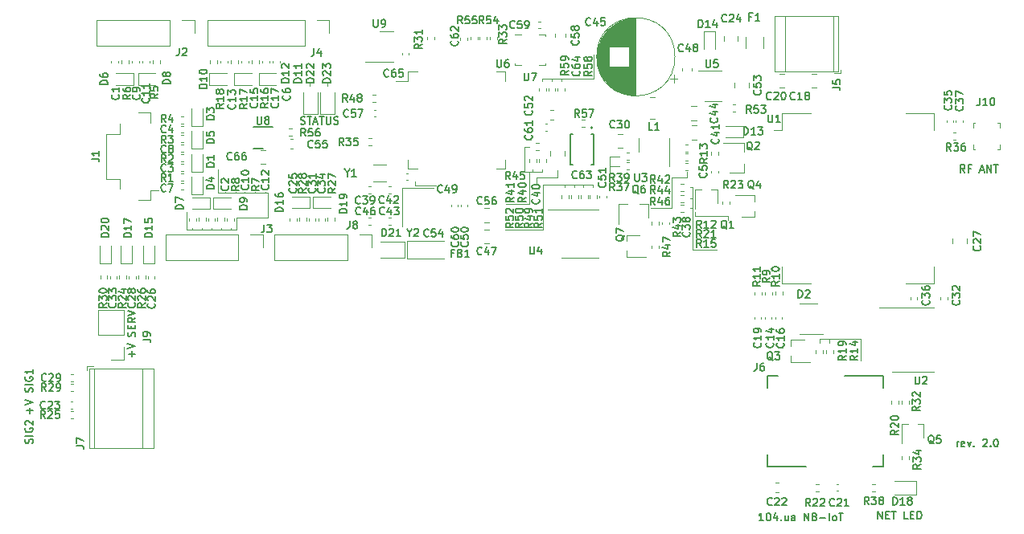
<source format=gto>
G04 #@! TF.GenerationSoftware,KiCad,Pcbnew,(5.1.7)-1*
G04 #@! TF.CreationDate,2021-01-17T22:57:24+02:00*
G04 #@! TF.ProjectId,Smart104.ua_V3_rev2,536d6172-7431-4303-942e-75615f56335f,1.0*
G04 #@! TF.SameCoordinates,Original*
G04 #@! TF.FileFunction,Legend,Top*
G04 #@! TF.FilePolarity,Positive*
%FSLAX46Y46*%
G04 Gerber Fmt 4.6, Leading zero omitted, Abs format (unit mm)*
G04 Created by KiCad (PCBNEW (5.1.7)-1) date 2021-01-17 22:57:24*
%MOMM*%
%LPD*%
G01*
G04 APERTURE LIST*
%ADD10C,0.120000*%
%ADD11C,0.130000*%
%ADD12C,0.200000*%
%ADD13C,0.100000*%
%ADD14C,0.127000*%
%ADD15C,0.150000*%
G04 APERTURE END LIST*
D10*
X174950000Y-115050000D02*
X174950000Y-115450000D01*
X171500000Y-115050000D02*
X174950000Y-115050000D01*
X171500000Y-114650000D02*
X171500000Y-115050000D01*
X130950000Y-101050000D02*
X130950000Y-101350000D01*
X132750000Y-101350000D02*
X132750000Y-101300000D01*
X132750000Y-101100000D02*
X132750000Y-101350000D01*
X126300000Y-112600000D02*
X126300000Y-112500000D01*
X125200000Y-112600000D02*
X125200000Y-112500000D01*
X124100000Y-112600000D02*
X124100000Y-112500000D01*
X123100000Y-112600000D02*
X123100000Y-112500000D01*
X122000000Y-112600000D02*
X122000000Y-112500000D01*
X121300000Y-110900000D02*
X121300000Y-110100000D01*
X121300000Y-112600000D02*
X121300000Y-110900000D01*
X126500000Y-112600000D02*
X121300000Y-112600000D01*
X126500000Y-115250000D02*
X126500000Y-112600000D01*
X118000000Y-115800000D02*
X118000000Y-114600000D01*
X122600000Y-116500000D02*
X122600000Y-116300000D01*
X121600000Y-116500000D02*
X121600000Y-116300000D01*
X120600000Y-116500000D02*
X120600000Y-116300000D01*
X119600000Y-116500000D02*
X119600000Y-116300000D01*
X118600000Y-116500000D02*
X118600000Y-116300000D01*
X118000000Y-116500000D02*
X118000000Y-115750000D01*
X123250000Y-116500000D02*
X118000000Y-116500000D01*
X123250000Y-115250000D02*
X123250000Y-116500000D01*
X126500000Y-115250000D02*
X123250000Y-115250000D01*
D11*
X112523809Y-127733333D02*
X112561904Y-127619047D01*
X112561904Y-127428571D01*
X112523809Y-127352380D01*
X112485714Y-127314285D01*
X112409523Y-127276190D01*
X112333333Y-127276190D01*
X112257142Y-127314285D01*
X112219047Y-127352380D01*
X112180952Y-127428571D01*
X112142857Y-127580952D01*
X112104761Y-127657142D01*
X112066666Y-127695238D01*
X111990476Y-127733333D01*
X111914285Y-127733333D01*
X111838095Y-127695238D01*
X111800000Y-127657142D01*
X111761904Y-127580952D01*
X111761904Y-127390476D01*
X111800000Y-127276190D01*
X112142857Y-126933333D02*
X112142857Y-126666666D01*
X112561904Y-126552380D02*
X112561904Y-126933333D01*
X111761904Y-126933333D01*
X111761904Y-126552380D01*
X112561904Y-125752380D02*
X112180952Y-126019047D01*
X112561904Y-126209523D02*
X111761904Y-126209523D01*
X111761904Y-125904761D01*
X111800000Y-125828571D01*
X111838095Y-125790476D01*
X111914285Y-125752380D01*
X112028571Y-125752380D01*
X112104761Y-125790476D01*
X112142857Y-125828571D01*
X112180952Y-125904761D01*
X112180952Y-126209523D01*
X111761904Y-125523809D02*
X112561904Y-125257142D01*
X111761904Y-124990476D01*
X112207142Y-129897619D02*
X112207142Y-129288095D01*
X112511904Y-129592857D02*
X111902380Y-129592857D01*
X111711904Y-129021428D02*
X112511904Y-128754761D01*
X111711904Y-128488095D01*
X199047619Y-139361904D02*
X199047619Y-138828571D01*
X199047619Y-138980952D02*
X199085714Y-138904761D01*
X199123809Y-138866666D01*
X199200000Y-138828571D01*
X199276190Y-138828571D01*
X199847619Y-139323809D02*
X199771428Y-139361904D01*
X199619047Y-139361904D01*
X199542857Y-139323809D01*
X199504761Y-139247619D01*
X199504761Y-138942857D01*
X199542857Y-138866666D01*
X199619047Y-138828571D01*
X199771428Y-138828571D01*
X199847619Y-138866666D01*
X199885714Y-138942857D01*
X199885714Y-139019047D01*
X199504761Y-139095238D01*
X200152380Y-138828571D02*
X200342857Y-139361904D01*
X200533333Y-138828571D01*
X200838095Y-139285714D02*
X200876190Y-139323809D01*
X200838095Y-139361904D01*
X200800000Y-139323809D01*
X200838095Y-139285714D01*
X200838095Y-139361904D01*
X201790476Y-138638095D02*
X201828571Y-138600000D01*
X201904761Y-138561904D01*
X202095238Y-138561904D01*
X202171428Y-138600000D01*
X202209523Y-138638095D01*
X202247619Y-138714285D01*
X202247619Y-138790476D01*
X202209523Y-138904761D01*
X201752380Y-139361904D01*
X202247619Y-139361904D01*
X202590476Y-139285714D02*
X202628571Y-139323809D01*
X202590476Y-139361904D01*
X202552380Y-139323809D01*
X202590476Y-139285714D01*
X202590476Y-139361904D01*
X203123809Y-138561904D02*
X203200000Y-138561904D01*
X203276190Y-138600000D01*
X203314285Y-138638095D01*
X203352380Y-138714285D01*
X203390476Y-138866666D01*
X203390476Y-139057142D01*
X203352380Y-139209523D01*
X203314285Y-139285714D01*
X203276190Y-139323809D01*
X203200000Y-139361904D01*
X203123809Y-139361904D01*
X203047619Y-139323809D01*
X203009523Y-139285714D01*
X202971428Y-139209523D01*
X202933333Y-139057142D01*
X202933333Y-138866666D01*
X202971428Y-138714285D01*
X203009523Y-138638095D01*
X203047619Y-138600000D01*
X203123809Y-138561904D01*
X178676190Y-147161904D02*
X178219047Y-147161904D01*
X178447619Y-147161904D02*
X178447619Y-146361904D01*
X178371428Y-146476190D01*
X178295238Y-146552380D01*
X178219047Y-146590476D01*
X179171428Y-146361904D02*
X179247619Y-146361904D01*
X179323809Y-146400000D01*
X179361904Y-146438095D01*
X179400000Y-146514285D01*
X179438095Y-146666666D01*
X179438095Y-146857142D01*
X179400000Y-147009523D01*
X179361904Y-147085714D01*
X179323809Y-147123809D01*
X179247619Y-147161904D01*
X179171428Y-147161904D01*
X179095238Y-147123809D01*
X179057142Y-147085714D01*
X179019047Y-147009523D01*
X178980952Y-146857142D01*
X178980952Y-146666666D01*
X179019047Y-146514285D01*
X179057142Y-146438095D01*
X179095238Y-146400000D01*
X179171428Y-146361904D01*
X180123809Y-146628571D02*
X180123809Y-147161904D01*
X179933333Y-146323809D02*
X179742857Y-146895238D01*
X180238095Y-146895238D01*
X180542857Y-147085714D02*
X180580952Y-147123809D01*
X180542857Y-147161904D01*
X180504761Y-147123809D01*
X180542857Y-147085714D01*
X180542857Y-147161904D01*
X181266666Y-146628571D02*
X181266666Y-147161904D01*
X180923809Y-146628571D02*
X180923809Y-147047619D01*
X180961904Y-147123809D01*
X181038095Y-147161904D01*
X181152380Y-147161904D01*
X181228571Y-147123809D01*
X181266666Y-147085714D01*
X181990476Y-147161904D02*
X181990476Y-146742857D01*
X181952380Y-146666666D01*
X181876190Y-146628571D01*
X181723809Y-146628571D01*
X181647619Y-146666666D01*
X181990476Y-147123809D02*
X181914285Y-147161904D01*
X181723809Y-147161904D01*
X181647619Y-147123809D01*
X181609523Y-147047619D01*
X181609523Y-146971428D01*
X181647619Y-146895238D01*
X181723809Y-146857142D01*
X181914285Y-146857142D01*
X181990476Y-146819047D01*
X182980952Y-147161904D02*
X182980952Y-146361904D01*
X183438095Y-147161904D01*
X183438095Y-146361904D01*
X184085714Y-146742857D02*
X184200000Y-146780952D01*
X184238095Y-146819047D01*
X184276190Y-146895238D01*
X184276190Y-147009523D01*
X184238095Y-147085714D01*
X184200000Y-147123809D01*
X184123809Y-147161904D01*
X183819047Y-147161904D01*
X183819047Y-146361904D01*
X184085714Y-146361904D01*
X184161904Y-146400000D01*
X184200000Y-146438095D01*
X184238095Y-146514285D01*
X184238095Y-146590476D01*
X184200000Y-146666666D01*
X184161904Y-146704761D01*
X184085714Y-146742857D01*
X183819047Y-146742857D01*
X184619047Y-146857142D02*
X185228571Y-146857142D01*
X185609523Y-147161904D02*
X185609523Y-146361904D01*
X186104761Y-147161904D02*
X186028571Y-147123809D01*
X185990476Y-147085714D01*
X185952380Y-147009523D01*
X185952380Y-146780952D01*
X185990476Y-146704761D01*
X186028571Y-146666666D01*
X186104761Y-146628571D01*
X186219047Y-146628571D01*
X186295238Y-146666666D01*
X186333333Y-146704761D01*
X186371428Y-146780952D01*
X186371428Y-147009523D01*
X186333333Y-147085714D01*
X186295238Y-147123809D01*
X186219047Y-147161904D01*
X186104761Y-147161904D01*
X186600000Y-146361904D02*
X187057142Y-146361904D01*
X186828571Y-147161904D02*
X186828571Y-146361904D01*
D10*
X142000000Y-111800000D02*
X144200000Y-111800000D01*
X142000000Y-111400000D02*
X142000000Y-111800000D01*
D11*
X199883333Y-110461904D02*
X199616666Y-110080952D01*
X199426190Y-110461904D02*
X199426190Y-109661904D01*
X199730952Y-109661904D01*
X199807142Y-109700000D01*
X199845238Y-109738095D01*
X199883333Y-109814285D01*
X199883333Y-109928571D01*
X199845238Y-110004761D01*
X199807142Y-110042857D01*
X199730952Y-110080952D01*
X199426190Y-110080952D01*
X200492857Y-110042857D02*
X200226190Y-110042857D01*
X200226190Y-110461904D02*
X200226190Y-109661904D01*
X200607142Y-109661904D01*
X201483333Y-110233333D02*
X201864285Y-110233333D01*
X201407142Y-110461904D02*
X201673809Y-109661904D01*
X201940476Y-110461904D01*
X202207142Y-110461904D02*
X202207142Y-109661904D01*
X202664285Y-110461904D01*
X202664285Y-109661904D01*
X202930952Y-109661904D02*
X203388095Y-109661904D01*
X203159523Y-110461904D02*
X203159523Y-109661904D01*
X101723809Y-139000000D02*
X101761904Y-138885714D01*
X101761904Y-138695238D01*
X101723809Y-138619047D01*
X101685714Y-138580952D01*
X101609523Y-138542857D01*
X101533333Y-138542857D01*
X101457142Y-138580952D01*
X101419047Y-138619047D01*
X101380952Y-138695238D01*
X101342857Y-138847619D01*
X101304761Y-138923809D01*
X101266666Y-138961904D01*
X101190476Y-139000000D01*
X101114285Y-139000000D01*
X101038095Y-138961904D01*
X101000000Y-138923809D01*
X100961904Y-138847619D01*
X100961904Y-138657142D01*
X101000000Y-138542857D01*
X101761904Y-138200000D02*
X100961904Y-138200000D01*
X101000000Y-137400000D02*
X100961904Y-137476190D01*
X100961904Y-137590476D01*
X101000000Y-137704761D01*
X101076190Y-137780952D01*
X101152380Y-137819047D01*
X101304761Y-137857142D01*
X101419047Y-137857142D01*
X101571428Y-137819047D01*
X101647619Y-137780952D01*
X101723809Y-137704761D01*
X101761904Y-137590476D01*
X101761904Y-137514285D01*
X101723809Y-137400000D01*
X101685714Y-137361904D01*
X101419047Y-137361904D01*
X101419047Y-137514285D01*
X101038095Y-137057142D02*
X101000000Y-137019047D01*
X100961904Y-136942857D01*
X100961904Y-136752380D01*
X101000000Y-136676190D01*
X101038095Y-136638095D01*
X101114285Y-136600000D01*
X101190476Y-136600000D01*
X101304761Y-136638095D01*
X101761904Y-137095238D01*
X101761904Y-136600000D01*
X101457142Y-135847619D02*
X101457142Y-135238095D01*
X101761904Y-135542857D02*
X101152380Y-135542857D01*
X100961904Y-134971428D02*
X101761904Y-134704761D01*
X100961904Y-134438095D01*
X101723809Y-133600000D02*
X101761904Y-133485714D01*
X101761904Y-133295238D01*
X101723809Y-133219047D01*
X101685714Y-133180952D01*
X101609523Y-133142857D01*
X101533333Y-133142857D01*
X101457142Y-133180952D01*
X101419047Y-133219047D01*
X101380952Y-133295238D01*
X101342857Y-133447619D01*
X101304761Y-133523809D01*
X101266666Y-133561904D01*
X101190476Y-133600000D01*
X101114285Y-133600000D01*
X101038095Y-133561904D01*
X101000000Y-133523809D01*
X100961904Y-133447619D01*
X100961904Y-133257142D01*
X101000000Y-133142857D01*
X101761904Y-132800000D02*
X100961904Y-132800000D01*
X101000000Y-132000000D02*
X100961904Y-132076190D01*
X100961904Y-132190476D01*
X101000000Y-132304761D01*
X101076190Y-132380952D01*
X101152380Y-132419047D01*
X101304761Y-132457142D01*
X101419047Y-132457142D01*
X101571428Y-132419047D01*
X101647619Y-132380952D01*
X101723809Y-132304761D01*
X101761904Y-132190476D01*
X101761904Y-132114285D01*
X101723809Y-132000000D01*
X101685714Y-131961904D01*
X101419047Y-131961904D01*
X101419047Y-132114285D01*
X101761904Y-131200000D02*
X101761904Y-131657142D01*
X101761904Y-131428571D02*
X100961904Y-131428571D01*
X101076190Y-131504761D01*
X101152380Y-131580952D01*
X101190476Y-131657142D01*
X129969047Y-105323809D02*
X130083333Y-105361904D01*
X130273809Y-105361904D01*
X130350000Y-105323809D01*
X130388095Y-105285714D01*
X130426190Y-105209523D01*
X130426190Y-105133333D01*
X130388095Y-105057142D01*
X130350000Y-105019047D01*
X130273809Y-104980952D01*
X130121428Y-104942857D01*
X130045238Y-104904761D01*
X130007142Y-104866666D01*
X129969047Y-104790476D01*
X129969047Y-104714285D01*
X130007142Y-104638095D01*
X130045238Y-104600000D01*
X130121428Y-104561904D01*
X130311904Y-104561904D01*
X130426190Y-104600000D01*
X130654761Y-104561904D02*
X131111904Y-104561904D01*
X130883333Y-105361904D02*
X130883333Y-104561904D01*
X131340476Y-105133333D02*
X131721428Y-105133333D01*
X131264285Y-105361904D02*
X131530952Y-104561904D01*
X131797619Y-105361904D01*
X131950000Y-104561904D02*
X132407142Y-104561904D01*
X132178571Y-105361904D02*
X132178571Y-104561904D01*
X132673809Y-104561904D02*
X132673809Y-105209523D01*
X132711904Y-105285714D01*
X132750000Y-105323809D01*
X132826190Y-105361904D01*
X132978571Y-105361904D01*
X133054761Y-105323809D01*
X133092857Y-105285714D01*
X133130952Y-105209523D01*
X133130952Y-104561904D01*
X133473809Y-105323809D02*
X133588095Y-105361904D01*
X133778571Y-105361904D01*
X133854761Y-105323809D01*
X133892857Y-105285714D01*
X133930952Y-105209523D01*
X133930952Y-105133333D01*
X133892857Y-105057142D01*
X133854761Y-105019047D01*
X133778571Y-104980952D01*
X133626190Y-104942857D01*
X133550000Y-104904761D01*
X133511904Y-104866666D01*
X133473809Y-104790476D01*
X133473809Y-104714285D01*
X133511904Y-104638095D01*
X133550000Y-104600000D01*
X133626190Y-104561904D01*
X133816666Y-104561904D01*
X133930952Y-104600000D01*
X190714285Y-146961904D02*
X190714285Y-146161904D01*
X191171428Y-146961904D01*
X191171428Y-146161904D01*
X191552380Y-146542857D02*
X191819047Y-146542857D01*
X191933333Y-146961904D02*
X191552380Y-146961904D01*
X191552380Y-146161904D01*
X191933333Y-146161904D01*
X192161904Y-146161904D02*
X192619047Y-146161904D01*
X192390476Y-146961904D02*
X192390476Y-146161904D01*
X193876190Y-146961904D02*
X193495238Y-146961904D01*
X193495238Y-146161904D01*
X194142857Y-146542857D02*
X194409523Y-146542857D01*
X194523809Y-146961904D02*
X194142857Y-146961904D01*
X194142857Y-146161904D01*
X194523809Y-146161904D01*
X194866666Y-146961904D02*
X194866666Y-146161904D01*
X195057142Y-146161904D01*
X195171428Y-146200000D01*
X195247619Y-146276190D01*
X195285714Y-146352380D01*
X195323809Y-146504761D01*
X195323809Y-146619047D01*
X195285714Y-146771428D01*
X195247619Y-146847619D01*
X195171428Y-146923809D01*
X195057142Y-146961904D01*
X194866666Y-146961904D01*
D10*
X171200000Y-114200000D02*
X171000000Y-114200000D01*
X171200000Y-113200000D02*
X171000000Y-113200000D01*
X171200000Y-112000000D02*
X171000000Y-112000000D01*
X171200000Y-118600000D02*
X173800000Y-118600000D01*
X171200000Y-115200000D02*
X171200000Y-118600000D01*
X171200000Y-112000000D02*
X171200000Y-115200000D01*
X157400000Y-100800000D02*
X157400000Y-100600000D01*
X156400000Y-100800000D02*
X156400000Y-100600000D01*
X160800000Y-100600000D02*
X160800000Y-98000000D01*
X155400000Y-100600000D02*
X160800000Y-100600000D01*
X155400000Y-100800000D02*
X155400000Y-100600000D01*
X157000000Y-111000000D02*
X157000000Y-110200000D01*
X154800000Y-111000000D02*
X157000000Y-111000000D01*
X154800000Y-111600000D02*
X154800000Y-111000000D01*
X154000000Y-113800000D02*
X151600000Y-113800000D01*
X154000000Y-110400000D02*
X154000000Y-113800000D01*
X154400000Y-110100000D02*
X154400000Y-110400000D01*
X153500000Y-110400000D02*
X153500000Y-110000000D01*
X155400000Y-110400000D02*
X153500000Y-110400000D01*
X155400000Y-110100000D02*
X155400000Y-110400000D01*
X153750000Y-107750000D02*
X154000000Y-107750000D01*
X153500000Y-107750000D02*
X153750000Y-107750000D01*
X153500000Y-110000000D02*
X153500000Y-107750000D01*
X185600000Y-128000000D02*
X185600000Y-128400000D01*
X188900000Y-128000000D02*
X188900000Y-130300000D01*
X184600000Y-128000000D02*
X188900000Y-128000000D01*
X184600000Y-128200000D02*
X184600000Y-128000000D01*
X184600000Y-128400000D02*
X184600000Y-128200000D01*
X163500000Y-109750000D02*
X162500000Y-109750000D01*
X162500000Y-108750000D02*
X162500000Y-110500000D01*
X163500000Y-108750000D02*
X162500000Y-108750000D01*
X155500000Y-116500000D02*
X151500000Y-116500000D01*
X155500000Y-116250000D02*
X155500000Y-116500000D01*
X155500000Y-114000000D02*
X155500000Y-111750000D01*
X157250000Y-111750000D02*
X155500000Y-111750000D01*
X157750000Y-111750000D02*
X157750000Y-112000000D01*
X158750000Y-111750000D02*
X158750000Y-112000000D01*
X160750000Y-111750000D02*
X160750000Y-112000000D01*
X159750000Y-111750000D02*
X159750000Y-112000000D01*
X157250000Y-111750000D02*
X160750000Y-111750000D01*
X155500000Y-114000000D02*
X155500000Y-116250000D01*
X169000000Y-114200000D02*
X166800000Y-114200000D01*
X169000000Y-114000000D02*
X169000000Y-114200000D01*
X169000000Y-111000000D02*
X169000000Y-114000000D01*
X170600000Y-111000000D02*
X170600000Y-110400000D01*
X169000000Y-111000000D02*
X170600000Y-111000000D01*
G04 #@! TO.C,U7*
X152490000Y-99110000D02*
X152490000Y-98935000D01*
X155035000Y-99110000D02*
X155710000Y-99110000D01*
X155710000Y-95890000D02*
X155710000Y-96065000D01*
X155710000Y-99110000D02*
X155710000Y-98935000D01*
X153165000Y-99110000D02*
X152490000Y-99110000D01*
X155035000Y-95890000D02*
X155710000Y-95890000D01*
X153165000Y-95890000D02*
X152490000Y-95890000D01*
G04 #@! TO.C,C56*
X149288748Y-117935000D02*
X149811252Y-117935000D01*
X149288748Y-116465000D02*
X149811252Y-116465000D01*
G04 #@! TO.C,C28*
X111890000Y-121392164D02*
X111890000Y-121607836D01*
X112610000Y-121392164D02*
X112610000Y-121607836D01*
G04 #@! TO.C,U1*
X180640000Y-104240000D02*
X183640000Y-104240000D01*
X180640000Y-120410000D02*
X180640000Y-122160000D01*
X180640000Y-122160000D02*
X183640000Y-122160000D01*
X193660000Y-122160000D02*
X196660000Y-122160000D01*
X196660000Y-120410000D02*
X196660000Y-122160000D01*
X193660000Y-104240000D02*
X196660000Y-104240000D01*
X196660000Y-104240000D02*
X196660000Y-105990000D01*
X180640000Y-104240000D02*
X180640000Y-105990000D01*
X179810000Y-105990000D02*
X180640000Y-105990000D01*
G04 #@! TO.C,C53*
X175665000Y-100988748D02*
X175665000Y-101511252D01*
X177135000Y-100988748D02*
X177135000Y-101511252D01*
G04 #@! TO.C,R26*
X113630000Y-121346359D02*
X113630000Y-121653641D01*
X112870000Y-121346359D02*
X112870000Y-121653641D01*
G04 #@! TO.C,R24*
X111630000Y-121346359D02*
X111630000Y-121653641D01*
X110870000Y-121346359D02*
X110870000Y-121653641D01*
G04 #@! TO.C,D23*
X133535000Y-104285000D02*
X133535000Y-102000000D01*
X132065000Y-104285000D02*
X133535000Y-104285000D01*
X132065000Y-102000000D02*
X132065000Y-104285000D01*
G04 #@! TO.C,C47*
X149288748Y-114215000D02*
X149811252Y-114215000D01*
X149288748Y-115685000D02*
X149811252Y-115685000D01*
G04 #@! TO.C,C18*
X183738748Y-101535000D02*
X184261252Y-101535000D01*
X183738748Y-100065000D02*
X184261252Y-100065000D01*
G04 #@! TO.C,C50*
X146840000Y-113842164D02*
X146840000Y-114057836D01*
X147560000Y-113842164D02*
X147560000Y-114057836D01*
G04 #@! TO.C,Y2*
X144000000Y-112100000D02*
X140700000Y-112100000D01*
X140700000Y-112100000D02*
X140700000Y-116100000D01*
G04 #@! TO.C,R14*
X185270000Y-129196359D02*
X185270000Y-129503641D01*
X186030000Y-129196359D02*
X186030000Y-129503641D01*
G04 #@! TO.C,R34*
X193220000Y-140346359D02*
X193220000Y-140653641D01*
X193980000Y-140346359D02*
X193980000Y-140653641D01*
G04 #@! TO.C,Q3*
X181570000Y-128750000D02*
X181570000Y-128090000D01*
X181570000Y-130410000D02*
X181570000Y-129750000D01*
X181570000Y-130410000D02*
X183600000Y-130410000D01*
X182980000Y-128090000D02*
X181570000Y-128090000D01*
G04 #@! TO.C,R20*
X192880000Y-134546359D02*
X192880000Y-134853641D01*
X192120000Y-134546359D02*
X192120000Y-134853641D01*
G04 #@! TO.C,Q5*
X194900000Y-136970000D02*
X195560000Y-136970000D01*
X193240000Y-136970000D02*
X193900000Y-136970000D01*
X193240000Y-136970000D02*
X193240000Y-139000000D01*
X195560000Y-138380000D02*
X195560000Y-136970000D01*
G04 #@! TO.C,R9*
X179580000Y-123046359D02*
X179580000Y-123353641D01*
X178820000Y-123046359D02*
X178820000Y-123353641D01*
G04 #@! TO.C,C16*
X180660000Y-125692164D02*
X180660000Y-125907836D01*
X179940000Y-125692164D02*
X179940000Y-125907836D01*
G04 #@! TO.C,C14*
X178840000Y-125692164D02*
X178840000Y-125907836D01*
X179560000Y-125692164D02*
X179560000Y-125907836D01*
G04 #@! TO.C,R10*
X179920000Y-123036359D02*
X179920000Y-123343641D01*
X180680000Y-123036359D02*
X180680000Y-123343641D01*
G04 #@! TO.C,R38*
X190146359Y-144080000D02*
X190453641Y-144080000D01*
X190146359Y-143320000D02*
X190453641Y-143320000D01*
G04 #@! TO.C,D2*
X182520000Y-127490000D02*
X184970000Y-127490000D01*
X184320000Y-124270000D02*
X182520000Y-124270000D01*
G04 #@! TO.C,J5*
X186810000Y-100000000D02*
X186810000Y-99600000D01*
X186170000Y-100000000D02*
X186810000Y-100000000D01*
X179830000Y-93980000D02*
X186570000Y-93980000D01*
X179830000Y-99760000D02*
X186570000Y-99760000D01*
X186570000Y-99760000D02*
X186570000Y-93980000D01*
X179830000Y-99760000D02*
X179830000Y-93980000D01*
X180950000Y-99760000D02*
X180950000Y-93980000D01*
X186050000Y-99760000D02*
X186050000Y-93980000D01*
D12*
G04 #@! TO.C,J6*
X187230000Y-131910000D02*
X191310000Y-131910000D01*
X191310000Y-140180000D02*
X191310000Y-141450000D01*
X190230000Y-141450000D02*
X191310000Y-141450000D01*
X179110000Y-140180000D02*
X179110000Y-141450000D01*
X179110000Y-131910000D02*
X180190000Y-131910000D01*
X179110000Y-131910000D02*
X179110000Y-133180000D01*
X191310000Y-131910000D02*
X191310000Y-133180000D01*
X179110000Y-141450000D02*
X183190000Y-141450000D01*
D10*
G04 #@! TO.C,J7*
X107490000Y-130910000D02*
X107490000Y-131310000D01*
X108130000Y-130910000D02*
X107490000Y-130910000D01*
X114470000Y-139470000D02*
X107730000Y-139470000D01*
X114470000Y-131150000D02*
X107730000Y-131150000D01*
X107730000Y-131150000D02*
X107730000Y-139470000D01*
X114470000Y-131150000D02*
X114470000Y-139470000D01*
X113350000Y-131150000D02*
X113350000Y-139470000D01*
X108250000Y-131150000D02*
X108250000Y-139470000D01*
D13*
G04 #@! TO.C,J10*
X203550000Y-108000000D02*
X203550000Y-107500000D01*
X203550000Y-108000000D02*
X203350000Y-108000000D01*
X203550000Y-105200000D02*
X203350000Y-105200000D01*
X203550000Y-105200000D02*
X203550000Y-105700000D01*
X200750000Y-105200000D02*
X200750000Y-105700000D01*
X200950000Y-105200000D02*
X200750000Y-105200000D01*
X200950000Y-108000000D02*
X200750000Y-108000000D01*
X200750000Y-108000000D02*
X200750000Y-107500000D01*
D10*
G04 #@! TO.C,L1*
X166738748Y-102540000D02*
X167261252Y-102540000D01*
X166738748Y-104760000D02*
X167261252Y-104760000D01*
G04 #@! TO.C,U3*
X165590000Y-108300000D02*
X165590000Y-106800000D01*
X168810000Y-109800000D02*
X168810000Y-106800000D01*
G04 #@! TO.C,J2*
X118800000Y-94420000D02*
X118800000Y-95750000D01*
X117470000Y-94420000D02*
X118800000Y-94420000D01*
X116200000Y-94420000D02*
X116200000Y-97080000D01*
X116200000Y-97080000D02*
X108520000Y-97080000D01*
X116200000Y-94420000D02*
X108520000Y-94420000D01*
X108520000Y-94420000D02*
X108520000Y-97080000D01*
G04 #@! TO.C,J3*
X115730000Y-117020000D02*
X115730000Y-119680000D01*
X123410000Y-117020000D02*
X115730000Y-117020000D01*
X123410000Y-119680000D02*
X115730000Y-119680000D01*
X123410000Y-117020000D02*
X123410000Y-119680000D01*
X124680000Y-117020000D02*
X126010000Y-117020000D01*
X126010000Y-117020000D02*
X126010000Y-118350000D01*
G04 #@! TO.C,J4*
X132990000Y-94420000D02*
X132990000Y-95750000D01*
X131660000Y-94420000D02*
X132990000Y-94420000D01*
X130390000Y-94420000D02*
X130390000Y-97080000D01*
X130390000Y-97080000D02*
X120170000Y-97080000D01*
X130390000Y-94420000D02*
X120170000Y-94420000D01*
X120170000Y-94420000D02*
X120170000Y-97080000D01*
G04 #@! TO.C,J8*
X137470000Y-117020000D02*
X137470000Y-118350000D01*
X136140000Y-117020000D02*
X137470000Y-117020000D01*
X134870000Y-117020000D02*
X134870000Y-119680000D01*
X134870000Y-119680000D02*
X127190000Y-119680000D01*
X134870000Y-117020000D02*
X127190000Y-117020000D01*
X127190000Y-117020000D02*
X127190000Y-119680000D01*
G04 #@! TO.C,J9*
X111330000Y-130180000D02*
X110000000Y-130180000D01*
X111330000Y-128850000D02*
X111330000Y-130180000D01*
X111330000Y-127580000D02*
X108670000Y-127580000D01*
X108670000Y-127580000D02*
X108670000Y-124980000D01*
X111330000Y-127580000D02*
X111330000Y-124980000D01*
X111330000Y-124980000D02*
X108670000Y-124980000D01*
G04 #@! TO.C,F1*
X178660000Y-96147936D02*
X178660000Y-97352064D01*
X176840000Y-96147936D02*
X176840000Y-97352064D01*
G04 #@! TO.C,C19*
X177740000Y-125692164D02*
X177740000Y-125907836D01*
X178460000Y-125692164D02*
X178460000Y-125907836D01*
G04 #@! TO.C,C24*
X175985000Y-96038748D02*
X175985000Y-96561252D01*
X174515000Y-96038748D02*
X174515000Y-96561252D01*
G04 #@! TO.C,C26*
X114610000Y-121392164D02*
X114610000Y-121607836D01*
X113890000Y-121392164D02*
X113890000Y-121607836D01*
G04 #@! TO.C,C30*
X163861252Y-107885000D02*
X163338748Y-107885000D01*
X163861252Y-106415000D02*
X163338748Y-106415000D01*
G04 #@! TO.C,C33*
X109890000Y-121392164D02*
X109890000Y-121607836D01*
X110610000Y-121392164D02*
X110610000Y-121607836D01*
G04 #@! TO.C,C41*
X171138748Y-105515000D02*
X171661252Y-105515000D01*
X171138748Y-106985000D02*
X171661252Y-106985000D01*
G04 #@! TO.C,C40*
X157735000Y-108711252D02*
X157735000Y-108188748D01*
X156265000Y-108711252D02*
X156265000Y-108188748D01*
G04 #@! TO.C,D14*
X173600000Y-95600000D02*
X172400000Y-95600000D01*
X173600000Y-97450000D02*
X173600000Y-95600000D01*
X172400000Y-97450000D02*
X172400000Y-95600000D01*
G04 #@! TO.C,D18*
X192500000Y-144435000D02*
X194785000Y-144435000D01*
X194785000Y-144435000D02*
X194785000Y-142965000D01*
X194785000Y-142965000D02*
X192500000Y-142965000D01*
G04 #@! TO.C,R11*
X178480000Y-123046359D02*
X178480000Y-123353641D01*
X177720000Y-123046359D02*
X177720000Y-123353641D01*
G04 #@! TO.C,R22*
X184513641Y-143300000D02*
X184206359Y-143300000D01*
X184513641Y-144060000D02*
X184206359Y-144060000D01*
G04 #@! TO.C,R37*
X164553641Y-109130000D02*
X164246359Y-109130000D01*
X164553641Y-108370000D02*
X164246359Y-108370000D01*
G04 #@! TO.C,R39*
X164553641Y-109370000D02*
X164246359Y-109370000D01*
X164553641Y-110130000D02*
X164246359Y-110130000D01*
G04 #@! TO.C,R42*
X170446359Y-108230000D02*
X170753641Y-108230000D01*
X170446359Y-107470000D02*
X170753641Y-107470000D01*
G04 #@! TO.C,R44*
X170446359Y-108470000D02*
X170753641Y-108470000D01*
X170446359Y-109230000D02*
X170753641Y-109230000D01*
G04 #@! TO.C,R46*
X170446359Y-110230000D02*
X170753641Y-110230000D01*
X170446359Y-109470000D02*
X170753641Y-109470000D01*
G04 #@! TO.C,C1*
X110760000Y-98692164D02*
X110760000Y-98907836D01*
X110040000Y-98692164D02*
X110040000Y-98907836D01*
G04 #@! TO.C,C2*
X118240000Y-115507836D02*
X118240000Y-115292164D01*
X118960000Y-115507836D02*
X118960000Y-115292164D01*
G04 #@! TO.C,C5*
X173910000Y-110262164D02*
X173910000Y-110477836D01*
X173190000Y-110262164D02*
X173190000Y-110477836D01*
G04 #@! TO.C,C6*
X127040000Y-98907836D02*
X127040000Y-98692164D01*
X127760000Y-98907836D02*
X127760000Y-98692164D01*
G04 #@! TO.C,C9*
X112240000Y-98907836D02*
X112240000Y-98692164D01*
X112960000Y-98907836D02*
X112960000Y-98692164D01*
G04 #@! TO.C,C10*
X120960000Y-115292164D02*
X120960000Y-115507836D01*
X120240000Y-115292164D02*
X120240000Y-115507836D01*
G04 #@! TO.C,C11*
X114060000Y-98907836D02*
X114060000Y-98692164D01*
X113340000Y-98907836D02*
X113340000Y-98692164D01*
G04 #@! TO.C,C12*
X122240000Y-115292164D02*
X122240000Y-115507836D01*
X122960000Y-115292164D02*
X122960000Y-115507836D01*
G04 #@! TO.C,C13*
X122260000Y-98907836D02*
X122260000Y-98692164D01*
X121540000Y-98907836D02*
X121540000Y-98692164D01*
G04 #@! TO.C,C15*
X123740000Y-98907836D02*
X123740000Y-98692164D01*
X124460000Y-98907836D02*
X124460000Y-98692164D01*
G04 #@! TO.C,C17*
X126660000Y-98907836D02*
X126660000Y-98692164D01*
X125940000Y-98907836D02*
X125940000Y-98692164D01*
G04 #@! TO.C,C22*
X179969420Y-143160000D02*
X180250580Y-143160000D01*
X179969420Y-144180000D02*
X180250580Y-144180000D01*
G04 #@! TO.C,C23*
X105767164Y-134640000D02*
X105982836Y-134640000D01*
X105767164Y-135360000D02*
X105982836Y-135360000D01*
G04 #@! TO.C,C25*
X129560000Y-115507836D02*
X129560000Y-115292164D01*
X128840000Y-115507836D02*
X128840000Y-115292164D01*
G04 #@! TO.C,C27*
X198615000Y-117961252D02*
X198615000Y-117438748D01*
X200085000Y-117961252D02*
X200085000Y-117438748D01*
G04 #@! TO.C,C29*
X105792164Y-132460000D02*
X106007836Y-132460000D01*
X105792164Y-131740000D02*
X106007836Y-131740000D01*
G04 #@! TO.C,C31*
X130840000Y-115292164D02*
X130840000Y-115507836D01*
X131560000Y-115292164D02*
X131560000Y-115507836D01*
G04 #@! TO.C,C32*
X198060000Y-123807836D02*
X198060000Y-123592164D01*
X197340000Y-123807836D02*
X197340000Y-123592164D01*
G04 #@! TO.C,C34*
X131840000Y-115292164D02*
X131840000Y-115507836D01*
X132560000Y-115292164D02*
X132560000Y-115507836D01*
G04 #@! TO.C,C35*
X197940000Y-105157836D02*
X197940000Y-104942164D01*
X198660000Y-105157836D02*
X198660000Y-104942164D01*
G04 #@! TO.C,C36*
X194860000Y-123592164D02*
X194860000Y-123807836D01*
X194140000Y-123592164D02*
X194140000Y-123807836D01*
G04 #@! TO.C,C37*
X199660000Y-105157836D02*
X199660000Y-104942164D01*
X198940000Y-105157836D02*
X198940000Y-104942164D01*
G04 #@! TO.C,C38*
X168040000Y-115692164D02*
X168040000Y-115907836D01*
X168760000Y-115692164D02*
X168760000Y-115907836D01*
G04 #@! TO.C,C39*
X137142164Y-112660000D02*
X137357836Y-112660000D01*
X137142164Y-111940000D02*
X137357836Y-111940000D01*
G04 #@! TO.C,C42*
X139457836Y-112660000D02*
X139242164Y-112660000D01*
X139457836Y-111940000D02*
X139242164Y-111940000D01*
G04 #@! TO.C,C46*
X137142164Y-115240000D02*
X137357836Y-115240000D01*
X137142164Y-115960000D02*
X137357836Y-115960000D01*
G04 #@! TO.C,C49*
X141287836Y-110540000D02*
X141072164Y-110540000D01*
X141287836Y-111260000D02*
X141072164Y-111260000D01*
G04 #@! TO.C,C51*
X162160000Y-113107836D02*
X162160000Y-112892164D01*
X161440000Y-113107836D02*
X161440000Y-112892164D01*
G04 #@! TO.C,C59*
X155207836Y-94540000D02*
X154992164Y-94540000D01*
X155207836Y-95260000D02*
X154992164Y-95260000D01*
G04 #@! TO.C,C62*
X146790000Y-96457836D02*
X146790000Y-96242164D01*
X147510000Y-96457836D02*
X147510000Y-96242164D01*
G04 #@! TO.C,C64*
X156760000Y-101592164D02*
X156760000Y-101807836D01*
X156040000Y-101592164D02*
X156040000Y-101807836D01*
G04 #@! TO.C,C65*
X140640000Y-97842164D02*
X140640000Y-98057836D01*
X141360000Y-97842164D02*
X141360000Y-98057836D01*
G04 #@! TO.C,D6*
X112350000Y-101200000D02*
X112350000Y-100000000D01*
X110500000Y-101200000D02*
X112350000Y-101200000D01*
X110500000Y-100000000D02*
X112350000Y-100000000D01*
G04 #@! TO.C,D7*
X120450000Y-114300000D02*
X120450000Y-113100000D01*
X118600000Y-114300000D02*
X120450000Y-114300000D01*
X118600000Y-113100000D02*
X120450000Y-113100000D01*
G04 #@! TO.C,D8*
X112850000Y-100000000D02*
X112850000Y-101200000D01*
X114700000Y-100000000D02*
X112850000Y-100000000D01*
X114700000Y-101200000D02*
X112850000Y-101200000D01*
G04 #@! TO.C,D9*
X122600000Y-114300000D02*
X120750000Y-114300000D01*
X122600000Y-113100000D02*
X120750000Y-113100000D01*
X120750000Y-113100000D02*
X120750000Y-114300000D01*
G04 #@! TO.C,D10*
X122200000Y-101200000D02*
X120350000Y-101200000D01*
X122200000Y-100000000D02*
X120350000Y-100000000D01*
X120350000Y-100000000D02*
X120350000Y-101200000D01*
G04 #@! TO.C,D11*
X122950000Y-100000000D02*
X122950000Y-101200000D01*
X124800000Y-100000000D02*
X122950000Y-100000000D01*
X124800000Y-101200000D02*
X122950000Y-101200000D01*
G04 #@! TO.C,D12*
X125550000Y-100000000D02*
X125550000Y-101200000D01*
X127400000Y-100000000D02*
X125550000Y-100000000D01*
X127400000Y-101200000D02*
X125550000Y-101200000D01*
G04 #@! TO.C,D13*
X176550000Y-106750000D02*
X176550000Y-105550000D01*
X174700000Y-106750000D02*
X176550000Y-106750000D01*
X174700000Y-105550000D02*
X176550000Y-105550000D01*
G04 #@! TO.C,D15*
X114600000Y-118200000D02*
X114600000Y-120050000D01*
X113400000Y-118200000D02*
X113400000Y-120050000D01*
X113400000Y-120050000D02*
X114600000Y-120050000D01*
G04 #@! TO.C,D16*
X129100000Y-113000000D02*
X130950000Y-113000000D01*
X129100000Y-114200000D02*
X130950000Y-114200000D01*
X130950000Y-114200000D02*
X130950000Y-113000000D01*
G04 #@! TO.C,D17*
X112250000Y-118200000D02*
X112250000Y-120050000D01*
X111050000Y-118200000D02*
X111050000Y-120050000D01*
X111050000Y-120050000D02*
X112250000Y-120050000D01*
G04 #@! TO.C,D19*
X131250000Y-113000000D02*
X131250000Y-114200000D01*
X133100000Y-113000000D02*
X131250000Y-113000000D01*
X133100000Y-114200000D02*
X131250000Y-114200000D01*
G04 #@! TO.C,D20*
X108800000Y-120050000D02*
X110000000Y-120050000D01*
X108800000Y-118200000D02*
X108800000Y-120050000D01*
X110000000Y-118200000D02*
X110000000Y-120050000D01*
G04 #@! TO.C,D22*
X130265000Y-102000000D02*
X130265000Y-104285000D01*
X130265000Y-104285000D02*
X131735000Y-104285000D01*
X131735000Y-104285000D02*
X131735000Y-102000000D01*
G04 #@! TO.C,Q1*
X173150000Y-112270000D02*
X173810000Y-112270000D01*
X171490000Y-112270000D02*
X172150000Y-112270000D01*
X171490000Y-112270000D02*
X171490000Y-114300000D01*
X173810000Y-113680000D02*
X173810000Y-112270000D01*
G04 #@! TO.C,Q2*
X176610000Y-110480000D02*
X175150000Y-110480000D01*
X176610000Y-107320000D02*
X174450000Y-107320000D01*
X176610000Y-107320000D02*
X176610000Y-108250000D01*
X176610000Y-110480000D02*
X176610000Y-109550000D01*
G04 #@! TO.C,Q4*
X176370000Y-115160000D02*
X177780000Y-115160000D01*
X177780000Y-112840000D02*
X175750000Y-112840000D01*
X177780000Y-112840000D02*
X177780000Y-113500000D01*
X177780000Y-114500000D02*
X177780000Y-115160000D01*
G04 #@! TO.C,Q6*
X166580000Y-113740000D02*
X166580000Y-115200000D01*
X163420000Y-113740000D02*
X163420000Y-115900000D01*
X163420000Y-113740000D02*
X164350000Y-113740000D01*
X166580000Y-113740000D02*
X165650000Y-113740000D01*
G04 #@! TO.C,Q7*
X164270000Y-117700000D02*
X164270000Y-117040000D01*
X164270000Y-119360000D02*
X164270000Y-118700000D01*
X164270000Y-119360000D02*
X166300000Y-119360000D01*
X165680000Y-117040000D02*
X164270000Y-117040000D01*
G04 #@! TO.C,R5*
X115180000Y-98953641D02*
X115180000Y-98646359D01*
X114420000Y-98953641D02*
X114420000Y-98646359D01*
G04 #@! TO.C,R6*
X111880000Y-98953641D02*
X111880000Y-98646359D01*
X111120000Y-98953641D02*
X111120000Y-98646359D01*
G04 #@! TO.C,R7*
X121980000Y-115246359D02*
X121980000Y-115553641D01*
X121220000Y-115246359D02*
X121220000Y-115553641D01*
G04 #@! TO.C,R8*
X119220000Y-115246359D02*
X119220000Y-115553641D01*
X119980000Y-115246359D02*
X119980000Y-115553641D01*
G04 #@! TO.C,R12*
X169946359Y-113580000D02*
X170253641Y-113580000D01*
X169946359Y-112820000D02*
X170253641Y-112820000D01*
G04 #@! TO.C,R13*
X173170000Y-108603641D02*
X173170000Y-108296359D01*
X173930000Y-108603641D02*
X173930000Y-108296359D01*
G04 #@! TO.C,R15*
X170253641Y-112380000D02*
X169946359Y-112380000D01*
X170253641Y-111620000D02*
X169946359Y-111620000D01*
G04 #@! TO.C,R16*
X125580000Y-98953641D02*
X125580000Y-98646359D01*
X124820000Y-98953641D02*
X124820000Y-98646359D01*
G04 #@! TO.C,R17*
X122620000Y-98953641D02*
X122620000Y-98646359D01*
X123380000Y-98953641D02*
X123380000Y-98646359D01*
G04 #@! TO.C,R18*
X120420000Y-98953641D02*
X120420000Y-98646359D01*
X121180000Y-98953641D02*
X121180000Y-98646359D01*
G04 #@! TO.C,R19*
X184220000Y-129503641D02*
X184220000Y-129196359D01*
X184980000Y-129503641D02*
X184980000Y-129196359D01*
G04 #@! TO.C,R21*
X169946359Y-113870000D02*
X170253641Y-113870000D01*
X169946359Y-114630000D02*
X170253641Y-114630000D01*
G04 #@! TO.C,R23*
X174320000Y-113496359D02*
X174320000Y-113803641D01*
X175080000Y-113496359D02*
X175080000Y-113803641D01*
G04 #@! TO.C,R25*
X106053641Y-136380000D02*
X105746359Y-136380000D01*
X106053641Y-135620000D02*
X105746359Y-135620000D01*
G04 #@! TO.C,R27*
X133580000Y-115246359D02*
X133580000Y-115553641D01*
X132820000Y-115246359D02*
X132820000Y-115553641D01*
G04 #@! TO.C,R28*
X129820000Y-115246359D02*
X129820000Y-115553641D01*
X130580000Y-115246359D02*
X130580000Y-115553641D01*
G04 #@! TO.C,R29*
X106053641Y-133480000D02*
X105746359Y-133480000D01*
X106053641Y-132720000D02*
X105746359Y-132720000D01*
G04 #@! TO.C,R30*
X109630000Y-121346359D02*
X109630000Y-121653641D01*
X108870000Y-121346359D02*
X108870000Y-121653641D01*
G04 #@! TO.C,R31*
X144030000Y-96453641D02*
X144030000Y-96146359D01*
X143270000Y-96453641D02*
X143270000Y-96146359D01*
G04 #@! TO.C,R32*
X193980000Y-134546359D02*
X193980000Y-134853641D01*
X193220000Y-134546359D02*
X193220000Y-134853641D01*
G04 #@! TO.C,R33*
X149920000Y-96453641D02*
X149920000Y-96146359D01*
X150680000Y-96453641D02*
X150680000Y-96146359D01*
G04 #@! TO.C,R35*
X137453641Y-107580000D02*
X137146359Y-107580000D01*
X137453641Y-106820000D02*
X137146359Y-106820000D01*
G04 #@! TO.C,R36*
X198953641Y-106980000D02*
X198646359Y-106980000D01*
X198953641Y-106220000D02*
X198646359Y-106220000D01*
G04 #@! TO.C,R43*
X167680000Y-115636359D02*
X167680000Y-115943641D01*
X166920000Y-115636359D02*
X166920000Y-115943641D01*
G04 #@! TO.C,R47*
X167680000Y-118453641D02*
X167680000Y-118146359D01*
X166920000Y-118453641D02*
X166920000Y-118146359D01*
G04 #@! TO.C,R40*
X155780000Y-109353641D02*
X155780000Y-109046359D01*
X155020000Y-109353641D02*
X155020000Y-109046359D01*
G04 #@! TO.C,R41*
X154020000Y-109046359D02*
X154020000Y-109353641D01*
X154780000Y-109046359D02*
X154780000Y-109353641D01*
G04 #@! TO.C,R48*
X137853641Y-102220000D02*
X137546359Y-102220000D01*
X137853641Y-102980000D02*
X137546359Y-102980000D01*
G04 #@! TO.C,R49*
X159420000Y-112846359D02*
X159420000Y-113153641D01*
X160180000Y-112846359D02*
X160180000Y-113153641D01*
G04 #@! TO.C,R50*
X159180000Y-112846359D02*
X159180000Y-113153641D01*
X158420000Y-112846359D02*
X158420000Y-113153641D01*
G04 #@! TO.C,R51*
X160420000Y-112846359D02*
X160420000Y-113153641D01*
X161180000Y-112846359D02*
X161180000Y-113153641D01*
G04 #@! TO.C,R52*
X158180000Y-112846359D02*
X158180000Y-113153641D01*
X157420000Y-112846359D02*
X157420000Y-113153641D01*
G04 #@! TO.C,R53*
X175446359Y-103270000D02*
X175753641Y-103270000D01*
X175446359Y-104030000D02*
X175753641Y-104030000D01*
G04 #@! TO.C,R54*
X148820000Y-96453641D02*
X148820000Y-96146359D01*
X149580000Y-96453641D02*
X149580000Y-96146359D01*
G04 #@! TO.C,R55*
X148580000Y-96453641D02*
X148580000Y-96146359D01*
X147820000Y-96453641D02*
X147820000Y-96146359D01*
G04 #@! TO.C,R58*
X157020000Y-101853641D02*
X157020000Y-101546359D01*
X157780000Y-101853641D02*
X157780000Y-101546359D01*
G04 #@! TO.C,R59*
X155020000Y-101853641D02*
X155020000Y-101546359D01*
X155780000Y-101853641D02*
X155780000Y-101546359D01*
G04 #@! TO.C,U2*
X194450000Y-131485000D02*
X196650000Y-131485000D01*
X194450000Y-131485000D02*
X192250000Y-131485000D01*
X194450000Y-124715000D02*
X196650000Y-124715000D01*
X194450000Y-124715000D02*
X190850000Y-124715000D01*
G04 #@! TO.C,Y1*
X138975000Y-109625000D02*
X137625000Y-109625000D01*
X138975000Y-111375000D02*
X137625000Y-111375000D01*
G04 #@! TO.C,C21*
X186372164Y-143310000D02*
X186587836Y-143310000D01*
X186372164Y-144030000D02*
X186587836Y-144030000D01*
G04 #@! TO.C,C20*
X180861252Y-101535000D02*
X180338748Y-101535000D01*
X180861252Y-100065000D02*
X180338748Y-100065000D01*
G04 #@! TO.C,C43*
X139457836Y-115240000D02*
X139242164Y-115240000D01*
X139457836Y-115960000D02*
X139242164Y-115960000D01*
G04 #@! TO.C,C44*
X171088748Y-103465000D02*
X171611252Y-103465000D01*
X171088748Y-104935000D02*
X171611252Y-104935000D01*
G04 #@! TO.C,C45*
X169370000Y-98250000D02*
G75*
G03*
X169370000Y-98250000I-4120000J0D01*
G01*
X165250000Y-102330000D02*
X165250000Y-94170000D01*
X165210000Y-102330000D02*
X165210000Y-94170000D01*
X165170000Y-102330000D02*
X165170000Y-94170000D01*
X165130000Y-102329000D02*
X165130000Y-94171000D01*
X165090000Y-102327000D02*
X165090000Y-94173000D01*
X165050000Y-102326000D02*
X165050000Y-94174000D01*
X165010000Y-102324000D02*
X165010000Y-94176000D01*
X164970000Y-102321000D02*
X164970000Y-94179000D01*
X164930000Y-102318000D02*
X164930000Y-94182000D01*
X164890000Y-102315000D02*
X164890000Y-94185000D01*
X164850000Y-102311000D02*
X164850000Y-94189000D01*
X164810000Y-102307000D02*
X164810000Y-94193000D01*
X164770000Y-102302000D02*
X164770000Y-94198000D01*
X164730000Y-102298000D02*
X164730000Y-94202000D01*
X164690000Y-102292000D02*
X164690000Y-94208000D01*
X164650000Y-102287000D02*
X164650000Y-94213000D01*
X164610000Y-102280000D02*
X164610000Y-94220000D01*
X164570000Y-102274000D02*
X164570000Y-94226000D01*
X164529000Y-102267000D02*
X164529000Y-99290000D01*
X164529000Y-97210000D02*
X164529000Y-94233000D01*
X164489000Y-102260000D02*
X164489000Y-99290000D01*
X164489000Y-97210000D02*
X164489000Y-94240000D01*
X164449000Y-102252000D02*
X164449000Y-99290000D01*
X164449000Y-97210000D02*
X164449000Y-94248000D01*
X164409000Y-102244000D02*
X164409000Y-99290000D01*
X164409000Y-97210000D02*
X164409000Y-94256000D01*
X164369000Y-102235000D02*
X164369000Y-99290000D01*
X164369000Y-97210000D02*
X164369000Y-94265000D01*
X164329000Y-102226000D02*
X164329000Y-99290000D01*
X164329000Y-97210000D02*
X164329000Y-94274000D01*
X164289000Y-102217000D02*
X164289000Y-99290000D01*
X164289000Y-97210000D02*
X164289000Y-94283000D01*
X164249000Y-102207000D02*
X164249000Y-99290000D01*
X164249000Y-97210000D02*
X164249000Y-94293000D01*
X164209000Y-102197000D02*
X164209000Y-99290000D01*
X164209000Y-97210000D02*
X164209000Y-94303000D01*
X164169000Y-102186000D02*
X164169000Y-99290000D01*
X164169000Y-97210000D02*
X164169000Y-94314000D01*
X164129000Y-102175000D02*
X164129000Y-99290000D01*
X164129000Y-97210000D02*
X164129000Y-94325000D01*
X164089000Y-102164000D02*
X164089000Y-99290000D01*
X164089000Y-97210000D02*
X164089000Y-94336000D01*
X164049000Y-102152000D02*
X164049000Y-99290000D01*
X164049000Y-97210000D02*
X164049000Y-94348000D01*
X164009000Y-102139000D02*
X164009000Y-99290000D01*
X164009000Y-97210000D02*
X164009000Y-94361000D01*
X163969000Y-102127000D02*
X163969000Y-99290000D01*
X163969000Y-97210000D02*
X163969000Y-94373000D01*
X163929000Y-102113000D02*
X163929000Y-99290000D01*
X163929000Y-97210000D02*
X163929000Y-94387000D01*
X163889000Y-102100000D02*
X163889000Y-99290000D01*
X163889000Y-97210000D02*
X163889000Y-94400000D01*
X163849000Y-102085000D02*
X163849000Y-99290000D01*
X163849000Y-97210000D02*
X163849000Y-94415000D01*
X163809000Y-102071000D02*
X163809000Y-99290000D01*
X163809000Y-97210000D02*
X163809000Y-94429000D01*
X163769000Y-102055000D02*
X163769000Y-99290000D01*
X163769000Y-97210000D02*
X163769000Y-94445000D01*
X163729000Y-102040000D02*
X163729000Y-99290000D01*
X163729000Y-97210000D02*
X163729000Y-94460000D01*
X163689000Y-102024000D02*
X163689000Y-99290000D01*
X163689000Y-97210000D02*
X163689000Y-94476000D01*
X163649000Y-102007000D02*
X163649000Y-99290000D01*
X163649000Y-97210000D02*
X163649000Y-94493000D01*
X163609000Y-101990000D02*
X163609000Y-99290000D01*
X163609000Y-97210000D02*
X163609000Y-94510000D01*
X163569000Y-101972000D02*
X163569000Y-99290000D01*
X163569000Y-97210000D02*
X163569000Y-94528000D01*
X163529000Y-101954000D02*
X163529000Y-99290000D01*
X163529000Y-97210000D02*
X163529000Y-94546000D01*
X163489000Y-101936000D02*
X163489000Y-99290000D01*
X163489000Y-97210000D02*
X163489000Y-94564000D01*
X163449000Y-101916000D02*
X163449000Y-99290000D01*
X163449000Y-97210000D02*
X163449000Y-94584000D01*
X163409000Y-101897000D02*
X163409000Y-99290000D01*
X163409000Y-97210000D02*
X163409000Y-94603000D01*
X163369000Y-101877000D02*
X163369000Y-99290000D01*
X163369000Y-97210000D02*
X163369000Y-94623000D01*
X163329000Y-101856000D02*
X163329000Y-99290000D01*
X163329000Y-97210000D02*
X163329000Y-94644000D01*
X163289000Y-101834000D02*
X163289000Y-99290000D01*
X163289000Y-97210000D02*
X163289000Y-94666000D01*
X163249000Y-101812000D02*
X163249000Y-99290000D01*
X163249000Y-97210000D02*
X163249000Y-94688000D01*
X163209000Y-101790000D02*
X163209000Y-99290000D01*
X163209000Y-97210000D02*
X163209000Y-94710000D01*
X163169000Y-101767000D02*
X163169000Y-99290000D01*
X163169000Y-97210000D02*
X163169000Y-94733000D01*
X163129000Y-101743000D02*
X163129000Y-99290000D01*
X163129000Y-97210000D02*
X163129000Y-94757000D01*
X163089000Y-101719000D02*
X163089000Y-99290000D01*
X163089000Y-97210000D02*
X163089000Y-94781000D01*
X163049000Y-101694000D02*
X163049000Y-99290000D01*
X163049000Y-97210000D02*
X163049000Y-94806000D01*
X163009000Y-101668000D02*
X163009000Y-99290000D01*
X163009000Y-97210000D02*
X163009000Y-94832000D01*
X162969000Y-101642000D02*
X162969000Y-99290000D01*
X162969000Y-97210000D02*
X162969000Y-94858000D01*
X162929000Y-101615000D02*
X162929000Y-99290000D01*
X162929000Y-97210000D02*
X162929000Y-94885000D01*
X162889000Y-101588000D02*
X162889000Y-99290000D01*
X162889000Y-97210000D02*
X162889000Y-94912000D01*
X162849000Y-101559000D02*
X162849000Y-99290000D01*
X162849000Y-97210000D02*
X162849000Y-94941000D01*
X162809000Y-101530000D02*
X162809000Y-99290000D01*
X162809000Y-97210000D02*
X162809000Y-94970000D01*
X162769000Y-101500000D02*
X162769000Y-99290000D01*
X162769000Y-97210000D02*
X162769000Y-95000000D01*
X162729000Y-101470000D02*
X162729000Y-99290000D01*
X162729000Y-97210000D02*
X162729000Y-95030000D01*
X162689000Y-101439000D02*
X162689000Y-99290000D01*
X162689000Y-97210000D02*
X162689000Y-95061000D01*
X162649000Y-101406000D02*
X162649000Y-99290000D01*
X162649000Y-97210000D02*
X162649000Y-95094000D01*
X162609000Y-101374000D02*
X162609000Y-99290000D01*
X162609000Y-97210000D02*
X162609000Y-95126000D01*
X162569000Y-101340000D02*
X162569000Y-99290000D01*
X162569000Y-97210000D02*
X162569000Y-95160000D01*
X162529000Y-101305000D02*
X162529000Y-99290000D01*
X162529000Y-97210000D02*
X162529000Y-95195000D01*
X162489000Y-101269000D02*
X162489000Y-99290000D01*
X162489000Y-97210000D02*
X162489000Y-95231000D01*
X162449000Y-101233000D02*
X162449000Y-95267000D01*
X162409000Y-101195000D02*
X162409000Y-95305000D01*
X162369000Y-101157000D02*
X162369000Y-95343000D01*
X162329000Y-101117000D02*
X162329000Y-95383000D01*
X162289000Y-101076000D02*
X162289000Y-95424000D01*
X162249000Y-101034000D02*
X162249000Y-95466000D01*
X162209000Y-100991000D02*
X162209000Y-95509000D01*
X162169000Y-100947000D02*
X162169000Y-95553000D01*
X162129000Y-100901000D02*
X162129000Y-95599000D01*
X162089000Y-100854000D02*
X162089000Y-95646000D01*
X162049000Y-100806000D02*
X162049000Y-95694000D01*
X162009000Y-100755000D02*
X162009000Y-95745000D01*
X161969000Y-100704000D02*
X161969000Y-95796000D01*
X161929000Y-100650000D02*
X161929000Y-95850000D01*
X161889000Y-100595000D02*
X161889000Y-95905000D01*
X161849000Y-100537000D02*
X161849000Y-95963000D01*
X161809000Y-100478000D02*
X161809000Y-96022000D01*
X161769000Y-100416000D02*
X161769000Y-96084000D01*
X161729000Y-100352000D02*
X161729000Y-96148000D01*
X161689000Y-100284000D02*
X161689000Y-96216000D01*
X161649000Y-100214000D02*
X161649000Y-96286000D01*
X161609000Y-100140000D02*
X161609000Y-96360000D01*
X161569000Y-100063000D02*
X161569000Y-96437000D01*
X161529000Y-99981000D02*
X161529000Y-96519000D01*
X161489000Y-99895000D02*
X161489000Y-96605000D01*
X161449000Y-99802000D02*
X161449000Y-96698000D01*
X161409000Y-99703000D02*
X161409000Y-96797000D01*
X161369000Y-99596000D02*
X161369000Y-96904000D01*
X161329000Y-99479000D02*
X161329000Y-97021000D01*
X161289000Y-99348000D02*
X161289000Y-97152000D01*
X161249000Y-99198000D02*
X161249000Y-97302000D01*
X161209000Y-99018000D02*
X161209000Y-97482000D01*
X161169000Y-98783000D02*
X161169000Y-97717000D01*
X169659698Y-100565000D02*
X168859698Y-100565000D01*
X169259698Y-100965000D02*
X169259698Y-100165000D01*
G04 #@! TO.C,C48*
X170140000Y-99740580D02*
X170140000Y-99459420D01*
X171160000Y-99740580D02*
X171160000Y-99459420D01*
G04 #@! TO.C,C52*
X156259420Y-104910000D02*
X156540580Y-104910000D01*
X156259420Y-103890000D02*
X156540580Y-103890000D01*
G04 #@! TO.C,C57*
X137907836Y-104560000D02*
X137692164Y-104560000D01*
X137907836Y-103840000D02*
X137692164Y-103840000D01*
G04 #@! TO.C,C60*
X145790000Y-113842164D02*
X145790000Y-114057836D01*
X146510000Y-113842164D02*
X146510000Y-114057836D01*
G04 #@! TO.C,C61*
X155692164Y-105340000D02*
X155907836Y-105340000D01*
X155692164Y-106060000D02*
X155907836Y-106060000D01*
G04 #@! TO.C,U4*
X159400000Y-119460000D02*
X161350000Y-119460000D01*
X159400000Y-119460000D02*
X157450000Y-119460000D01*
X159400000Y-114340000D02*
X161350000Y-114340000D01*
X159400000Y-114340000D02*
X155950000Y-114340000D01*
G04 #@! TO.C,U5*
X174300000Y-99740000D02*
X171850000Y-99740000D01*
X172500000Y-102960000D02*
X174300000Y-102960000D01*
G04 #@! TO.C,U6*
X141290000Y-100790000D02*
X140000000Y-100790000D01*
X141290000Y-99840000D02*
X141290000Y-100790000D01*
X142240000Y-99840000D02*
X141290000Y-99840000D01*
X151510000Y-99840000D02*
X151510000Y-100790000D01*
X150560000Y-99840000D02*
X151510000Y-99840000D01*
X141290000Y-110060000D02*
X141290000Y-109110000D01*
X142240000Y-110060000D02*
X141290000Y-110060000D01*
X151510000Y-110060000D02*
X151510000Y-109110000D01*
X150560000Y-110060000D02*
X151510000Y-110060000D01*
G04 #@! TO.C,U9*
X136750000Y-98810000D02*
X139750000Y-98810000D01*
X138250000Y-95590000D02*
X139750000Y-95590000D01*
G04 #@! TO.C,C58*
X157810000Y-95859420D02*
X157810000Y-96140580D01*
X156790000Y-95859420D02*
X156790000Y-96140580D01*
D14*
G04 #@! TO.C,C63*
X158600000Y-109600000D02*
X158350000Y-109600000D01*
X158350000Y-109600000D02*
X158350000Y-106400000D01*
X158350000Y-106400000D02*
X158600000Y-106400000D01*
X160600000Y-109600000D02*
X160850000Y-109600000D01*
X160850000Y-109600000D02*
X160850000Y-106400000D01*
X160850000Y-106400000D02*
X160600000Y-106400000D01*
D12*
X160700000Y-105750000D02*
G75*
G03*
X160700000Y-105750000I-100000J0D01*
G01*
D10*
G04 #@! TO.C,R45*
X154746359Y-108080000D02*
X155053641Y-108080000D01*
X154746359Y-107320000D02*
X155053641Y-107320000D01*
G04 #@! TO.C,R57*
X159853641Y-105680000D02*
X159546359Y-105680000D01*
X159853641Y-104920000D02*
X159546359Y-104920000D01*
G04 #@! TO.C,C3*
X117607836Y-110260000D02*
X117392164Y-110260000D01*
X117607836Y-109540000D02*
X117392164Y-109540000D01*
G04 #@! TO.C,C4*
X117607836Y-106260000D02*
X117392164Y-106260000D01*
X117607836Y-105540000D02*
X117392164Y-105540000D01*
G04 #@! TO.C,C7*
X117607836Y-111540000D02*
X117392164Y-111540000D01*
X117607836Y-112260000D02*
X117392164Y-112260000D01*
G04 #@! TO.C,C8*
X117607836Y-107540000D02*
X117392164Y-107540000D01*
X117607836Y-108260000D02*
X117392164Y-108260000D01*
G04 #@! TO.C,C54*
X145100000Y-117665000D02*
X141190000Y-117665000D01*
X141190000Y-117665000D02*
X141190000Y-119535000D01*
X141190000Y-119535000D02*
X145100000Y-119535000D01*
G04 #@! TO.C,C55*
X128859420Y-106890000D02*
X129140580Y-106890000D01*
X128859420Y-107910000D02*
X129140580Y-107910000D01*
G04 #@! TO.C,C66*
X125738748Y-108065000D02*
X126261252Y-108065000D01*
X125738748Y-109535000D02*
X126261252Y-109535000D01*
G04 #@! TO.C,D1*
X118500000Y-110350000D02*
X119700000Y-110350000D01*
X118500000Y-108500000D02*
X118500000Y-110350000D01*
X119700000Y-108500000D02*
X119700000Y-110350000D01*
G04 #@! TO.C,D3*
X118500000Y-105550000D02*
X119700000Y-105550000D01*
X118500000Y-103700000D02*
X118500000Y-105550000D01*
X119700000Y-103700000D02*
X119700000Y-105550000D01*
G04 #@! TO.C,D4*
X119700000Y-110900000D02*
X119700000Y-112750000D01*
X118500000Y-110900000D02*
X118500000Y-112750000D01*
X118500000Y-112750000D02*
X119700000Y-112750000D01*
G04 #@! TO.C,D5*
X119700000Y-106100000D02*
X119700000Y-107950000D01*
X118500000Y-106100000D02*
X118500000Y-107950000D01*
X118500000Y-107950000D02*
X119700000Y-107950000D01*
G04 #@! TO.C,R1*
X117653641Y-110520000D02*
X117346359Y-110520000D01*
X117653641Y-111280000D02*
X117346359Y-111280000D01*
G04 #@! TO.C,R2*
X117663641Y-109280000D02*
X117356359Y-109280000D01*
X117663641Y-108520000D02*
X117356359Y-108520000D01*
G04 #@! TO.C,R3*
X117653641Y-106520000D02*
X117346359Y-106520000D01*
X117653641Y-107280000D02*
X117346359Y-107280000D01*
G04 #@! TO.C,R4*
X117653641Y-104520000D02*
X117346359Y-104520000D01*
X117653641Y-105280000D02*
X117346359Y-105280000D01*
G04 #@! TO.C,R56*
X128746359Y-105820000D02*
X129053641Y-105820000D01*
X128746359Y-106580000D02*
X129053641Y-106580000D01*
D15*
G04 #@! TO.C,U8*
X127000000Y-105650000D02*
X125000000Y-105650000D01*
X126000000Y-107950000D02*
X125000000Y-107950000D01*
D10*
G04 #@! TO.C,D21*
X140900000Y-119450000D02*
X140900000Y-117750000D01*
X140900000Y-117750000D02*
X138350000Y-117750000D01*
X140900000Y-119450000D02*
X138350000Y-119450000D01*
G04 #@! TO.C,J1*
X110965000Y-106390000D02*
X110965000Y-105310000D01*
X109495000Y-106390000D02*
X110965000Y-106390000D01*
X109495000Y-111110000D02*
X109495000Y-106390000D01*
X110965000Y-111110000D02*
X109495000Y-111110000D01*
X110965000Y-112190000D02*
X110965000Y-111110000D01*
X114185000Y-104140000D02*
X114185000Y-105190000D01*
X112885000Y-104140000D02*
X114185000Y-104140000D01*
X114185000Y-112310000D02*
X115025000Y-112310000D01*
X114185000Y-113360000D02*
X114185000Y-112310000D01*
X112885000Y-113360000D02*
X114185000Y-113360000D01*
G04 #@! TO.C,U7*
D11*
X153490476Y-99961904D02*
X153490476Y-100609523D01*
X153528571Y-100685714D01*
X153566666Y-100723809D01*
X153642857Y-100761904D01*
X153795238Y-100761904D01*
X153871428Y-100723809D01*
X153909523Y-100685714D01*
X153947619Y-100609523D01*
X153947619Y-99961904D01*
X154252380Y-99961904D02*
X154785714Y-99961904D01*
X154442857Y-100761904D01*
G04 #@! TO.C,C56*
X149035714Y-113735714D02*
X148997619Y-113773809D01*
X148883333Y-113811904D01*
X148807142Y-113811904D01*
X148692857Y-113773809D01*
X148616666Y-113697619D01*
X148578571Y-113621428D01*
X148540476Y-113469047D01*
X148540476Y-113354761D01*
X148578571Y-113202380D01*
X148616666Y-113126190D01*
X148692857Y-113050000D01*
X148807142Y-113011904D01*
X148883333Y-113011904D01*
X148997619Y-113050000D01*
X149035714Y-113088095D01*
X149759523Y-113011904D02*
X149378571Y-113011904D01*
X149340476Y-113392857D01*
X149378571Y-113354761D01*
X149454761Y-113316666D01*
X149645238Y-113316666D01*
X149721428Y-113354761D01*
X149759523Y-113392857D01*
X149797619Y-113469047D01*
X149797619Y-113659523D01*
X149759523Y-113735714D01*
X149721428Y-113773809D01*
X149645238Y-113811904D01*
X149454761Y-113811904D01*
X149378571Y-113773809D01*
X149340476Y-113735714D01*
X150483333Y-113011904D02*
X150330952Y-113011904D01*
X150254761Y-113050000D01*
X150216666Y-113088095D01*
X150140476Y-113202380D01*
X150102380Y-113354761D01*
X150102380Y-113659523D01*
X150140476Y-113735714D01*
X150178571Y-113773809D01*
X150254761Y-113811904D01*
X150407142Y-113811904D01*
X150483333Y-113773809D01*
X150521428Y-113735714D01*
X150559523Y-113659523D01*
X150559523Y-113469047D01*
X150521428Y-113392857D01*
X150483333Y-113354761D01*
X150407142Y-113316666D01*
X150254761Y-113316666D01*
X150178571Y-113354761D01*
X150140476Y-113392857D01*
X150102380Y-113469047D01*
G04 #@! TO.C,C28*
X112485714Y-124214285D02*
X112523809Y-124252380D01*
X112561904Y-124366666D01*
X112561904Y-124442857D01*
X112523809Y-124557142D01*
X112447619Y-124633333D01*
X112371428Y-124671428D01*
X112219047Y-124709523D01*
X112104761Y-124709523D01*
X111952380Y-124671428D01*
X111876190Y-124633333D01*
X111800000Y-124557142D01*
X111761904Y-124442857D01*
X111761904Y-124366666D01*
X111800000Y-124252380D01*
X111838095Y-124214285D01*
X111838095Y-123909523D02*
X111800000Y-123871428D01*
X111761904Y-123795238D01*
X111761904Y-123604761D01*
X111800000Y-123528571D01*
X111838095Y-123490476D01*
X111914285Y-123452380D01*
X111990476Y-123452380D01*
X112104761Y-123490476D01*
X112561904Y-123947619D01*
X112561904Y-123452380D01*
X112104761Y-122995238D02*
X112066666Y-123071428D01*
X112028571Y-123109523D01*
X111952380Y-123147619D01*
X111914285Y-123147619D01*
X111838095Y-123109523D01*
X111800000Y-123071428D01*
X111761904Y-122995238D01*
X111761904Y-122842857D01*
X111800000Y-122766666D01*
X111838095Y-122728571D01*
X111914285Y-122690476D01*
X111952380Y-122690476D01*
X112028571Y-122728571D01*
X112066666Y-122766666D01*
X112104761Y-122842857D01*
X112104761Y-122995238D01*
X112142857Y-123071428D01*
X112180952Y-123109523D01*
X112257142Y-123147619D01*
X112409523Y-123147619D01*
X112485714Y-123109523D01*
X112523809Y-123071428D01*
X112561904Y-122995238D01*
X112561904Y-122842857D01*
X112523809Y-122766666D01*
X112485714Y-122728571D01*
X112409523Y-122690476D01*
X112257142Y-122690476D01*
X112180952Y-122728571D01*
X112142857Y-122766666D01*
X112104761Y-122842857D01*
G04 #@! TO.C,U1*
X179190476Y-104361904D02*
X179190476Y-105009523D01*
X179228571Y-105085714D01*
X179266666Y-105123809D01*
X179342857Y-105161904D01*
X179495238Y-105161904D01*
X179571428Y-105123809D01*
X179609523Y-105085714D01*
X179647619Y-105009523D01*
X179647619Y-104361904D01*
X180447619Y-105161904D02*
X179990476Y-105161904D01*
X180219047Y-105161904D02*
X180219047Y-104361904D01*
X180142857Y-104476190D01*
X180066666Y-104552380D01*
X179990476Y-104590476D01*
G04 #@! TO.C,C53*
X178365714Y-101764285D02*
X178403809Y-101802380D01*
X178441904Y-101916666D01*
X178441904Y-101992857D01*
X178403809Y-102107142D01*
X178327619Y-102183333D01*
X178251428Y-102221428D01*
X178099047Y-102259523D01*
X177984761Y-102259523D01*
X177832380Y-102221428D01*
X177756190Y-102183333D01*
X177680000Y-102107142D01*
X177641904Y-101992857D01*
X177641904Y-101916666D01*
X177680000Y-101802380D01*
X177718095Y-101764285D01*
X177641904Y-101040476D02*
X177641904Y-101421428D01*
X178022857Y-101459523D01*
X177984761Y-101421428D01*
X177946666Y-101345238D01*
X177946666Y-101154761D01*
X177984761Y-101078571D01*
X178022857Y-101040476D01*
X178099047Y-101002380D01*
X178289523Y-101002380D01*
X178365714Y-101040476D01*
X178403809Y-101078571D01*
X178441904Y-101154761D01*
X178441904Y-101345238D01*
X178403809Y-101421428D01*
X178365714Y-101459523D01*
X177641904Y-100735714D02*
X177641904Y-100240476D01*
X177946666Y-100507142D01*
X177946666Y-100392857D01*
X177984761Y-100316666D01*
X178022857Y-100278571D01*
X178099047Y-100240476D01*
X178289523Y-100240476D01*
X178365714Y-100278571D01*
X178403809Y-100316666D01*
X178441904Y-100392857D01*
X178441904Y-100621428D01*
X178403809Y-100697619D01*
X178365714Y-100735714D01*
G04 #@! TO.C,R26*
X113611904Y-124214285D02*
X113230952Y-124480952D01*
X113611904Y-124671428D02*
X112811904Y-124671428D01*
X112811904Y-124366666D01*
X112850000Y-124290476D01*
X112888095Y-124252380D01*
X112964285Y-124214285D01*
X113078571Y-124214285D01*
X113154761Y-124252380D01*
X113192857Y-124290476D01*
X113230952Y-124366666D01*
X113230952Y-124671428D01*
X112888095Y-123909523D02*
X112850000Y-123871428D01*
X112811904Y-123795238D01*
X112811904Y-123604761D01*
X112850000Y-123528571D01*
X112888095Y-123490476D01*
X112964285Y-123452380D01*
X113040476Y-123452380D01*
X113154761Y-123490476D01*
X113611904Y-123947619D01*
X113611904Y-123452380D01*
X112811904Y-122766666D02*
X112811904Y-122919047D01*
X112850000Y-122995238D01*
X112888095Y-123033333D01*
X113002380Y-123109523D01*
X113154761Y-123147619D01*
X113459523Y-123147619D01*
X113535714Y-123109523D01*
X113573809Y-123071428D01*
X113611904Y-122995238D01*
X113611904Y-122842857D01*
X113573809Y-122766666D01*
X113535714Y-122728571D01*
X113459523Y-122690476D01*
X113269047Y-122690476D01*
X113192857Y-122728571D01*
X113154761Y-122766666D01*
X113116666Y-122842857D01*
X113116666Y-122995238D01*
X113154761Y-123071428D01*
X113192857Y-123109523D01*
X113269047Y-123147619D01*
G04 #@! TO.C,R24*
X111611904Y-124214285D02*
X111230952Y-124480952D01*
X111611904Y-124671428D02*
X110811904Y-124671428D01*
X110811904Y-124366666D01*
X110850000Y-124290476D01*
X110888095Y-124252380D01*
X110964285Y-124214285D01*
X111078571Y-124214285D01*
X111154761Y-124252380D01*
X111192857Y-124290476D01*
X111230952Y-124366666D01*
X111230952Y-124671428D01*
X110888095Y-123909523D02*
X110850000Y-123871428D01*
X110811904Y-123795238D01*
X110811904Y-123604761D01*
X110850000Y-123528571D01*
X110888095Y-123490476D01*
X110964285Y-123452380D01*
X111040476Y-123452380D01*
X111154761Y-123490476D01*
X111611904Y-123947619D01*
X111611904Y-123452380D01*
X111078571Y-122766666D02*
X111611904Y-122766666D01*
X110773809Y-122957142D02*
X111345238Y-123147619D01*
X111345238Y-122652380D01*
G04 #@! TO.C,D23*
X133111904Y-100971428D02*
X132311904Y-100971428D01*
X132311904Y-100780952D01*
X132350000Y-100666666D01*
X132426190Y-100590476D01*
X132502380Y-100552380D01*
X132654761Y-100514285D01*
X132769047Y-100514285D01*
X132921428Y-100552380D01*
X132997619Y-100590476D01*
X133073809Y-100666666D01*
X133111904Y-100780952D01*
X133111904Y-100971428D01*
X132388095Y-100209523D02*
X132350000Y-100171428D01*
X132311904Y-100095238D01*
X132311904Y-99904761D01*
X132350000Y-99828571D01*
X132388095Y-99790476D01*
X132464285Y-99752380D01*
X132540476Y-99752380D01*
X132654761Y-99790476D01*
X133111904Y-100247619D01*
X133111904Y-99752380D01*
X132311904Y-99485714D02*
X132311904Y-98990476D01*
X132616666Y-99257142D01*
X132616666Y-99142857D01*
X132654761Y-99066666D01*
X132692857Y-99028571D01*
X132769047Y-98990476D01*
X132959523Y-98990476D01*
X133035714Y-99028571D01*
X133073809Y-99066666D01*
X133111904Y-99142857D01*
X133111904Y-99371428D01*
X133073809Y-99447619D01*
X133035714Y-99485714D01*
G04 #@! TO.C,C47*
X149035714Y-119035714D02*
X148997619Y-119073809D01*
X148883333Y-119111904D01*
X148807142Y-119111904D01*
X148692857Y-119073809D01*
X148616666Y-118997619D01*
X148578571Y-118921428D01*
X148540476Y-118769047D01*
X148540476Y-118654761D01*
X148578571Y-118502380D01*
X148616666Y-118426190D01*
X148692857Y-118350000D01*
X148807142Y-118311904D01*
X148883333Y-118311904D01*
X148997619Y-118350000D01*
X149035714Y-118388095D01*
X149721428Y-118578571D02*
X149721428Y-119111904D01*
X149530952Y-118273809D02*
X149340476Y-118845238D01*
X149835714Y-118845238D01*
X150064285Y-118311904D02*
X150597619Y-118311904D01*
X150254761Y-119111904D01*
G04 #@! TO.C,C18*
X181985714Y-102685714D02*
X181947619Y-102723809D01*
X181833333Y-102761904D01*
X181757142Y-102761904D01*
X181642857Y-102723809D01*
X181566666Y-102647619D01*
X181528571Y-102571428D01*
X181490476Y-102419047D01*
X181490476Y-102304761D01*
X181528571Y-102152380D01*
X181566666Y-102076190D01*
X181642857Y-102000000D01*
X181757142Y-101961904D01*
X181833333Y-101961904D01*
X181947619Y-102000000D01*
X181985714Y-102038095D01*
X182747619Y-102761904D02*
X182290476Y-102761904D01*
X182519047Y-102761904D02*
X182519047Y-101961904D01*
X182442857Y-102076190D01*
X182366666Y-102152380D01*
X182290476Y-102190476D01*
X183204761Y-102304761D02*
X183128571Y-102266666D01*
X183090476Y-102228571D01*
X183052380Y-102152380D01*
X183052380Y-102114285D01*
X183090476Y-102038095D01*
X183128571Y-102000000D01*
X183204761Y-101961904D01*
X183357142Y-101961904D01*
X183433333Y-102000000D01*
X183471428Y-102038095D01*
X183509523Y-102114285D01*
X183509523Y-102152380D01*
X183471428Y-102228571D01*
X183433333Y-102266666D01*
X183357142Y-102304761D01*
X183204761Y-102304761D01*
X183128571Y-102342857D01*
X183090476Y-102380952D01*
X183052380Y-102457142D01*
X183052380Y-102609523D01*
X183090476Y-102685714D01*
X183128571Y-102723809D01*
X183204761Y-102761904D01*
X183357142Y-102761904D01*
X183433333Y-102723809D01*
X183471428Y-102685714D01*
X183509523Y-102609523D01*
X183509523Y-102457142D01*
X183471428Y-102380952D01*
X183433333Y-102342857D01*
X183357142Y-102304761D01*
G04 #@! TO.C,C50*
X147535714Y-117764285D02*
X147573809Y-117802380D01*
X147611904Y-117916666D01*
X147611904Y-117992857D01*
X147573809Y-118107142D01*
X147497619Y-118183333D01*
X147421428Y-118221428D01*
X147269047Y-118259523D01*
X147154761Y-118259523D01*
X147002380Y-118221428D01*
X146926190Y-118183333D01*
X146850000Y-118107142D01*
X146811904Y-117992857D01*
X146811904Y-117916666D01*
X146850000Y-117802380D01*
X146888095Y-117764285D01*
X146811904Y-117040476D02*
X146811904Y-117421428D01*
X147192857Y-117459523D01*
X147154761Y-117421428D01*
X147116666Y-117345238D01*
X147116666Y-117154761D01*
X147154761Y-117078571D01*
X147192857Y-117040476D01*
X147269047Y-117002380D01*
X147459523Y-117002380D01*
X147535714Y-117040476D01*
X147573809Y-117078571D01*
X147611904Y-117154761D01*
X147611904Y-117345238D01*
X147573809Y-117421428D01*
X147535714Y-117459523D01*
X146811904Y-116507142D02*
X146811904Y-116430952D01*
X146850000Y-116354761D01*
X146888095Y-116316666D01*
X146964285Y-116278571D01*
X147116666Y-116240476D01*
X147307142Y-116240476D01*
X147459523Y-116278571D01*
X147535714Y-116316666D01*
X147573809Y-116354761D01*
X147611904Y-116430952D01*
X147611904Y-116507142D01*
X147573809Y-116583333D01*
X147535714Y-116621428D01*
X147459523Y-116659523D01*
X147307142Y-116697619D01*
X147116666Y-116697619D01*
X146964285Y-116659523D01*
X146888095Y-116621428D01*
X146850000Y-116583333D01*
X146811904Y-116507142D01*
G04 #@! TO.C,Y2*
X141419047Y-116780952D02*
X141419047Y-117161904D01*
X141152380Y-116361904D02*
X141419047Y-116780952D01*
X141685714Y-116361904D01*
X141914285Y-116438095D02*
X141952380Y-116400000D01*
X142028571Y-116361904D01*
X142219047Y-116361904D01*
X142295238Y-116400000D01*
X142333333Y-116438095D01*
X142371428Y-116514285D01*
X142371428Y-116590476D01*
X142333333Y-116704761D01*
X141876190Y-117161904D01*
X142371428Y-117161904D01*
G04 #@! TO.C,R14*
X188611904Y-129764285D02*
X188230952Y-130030952D01*
X188611904Y-130221428D02*
X187811904Y-130221428D01*
X187811904Y-129916666D01*
X187850000Y-129840476D01*
X187888095Y-129802380D01*
X187964285Y-129764285D01*
X188078571Y-129764285D01*
X188154761Y-129802380D01*
X188192857Y-129840476D01*
X188230952Y-129916666D01*
X188230952Y-130221428D01*
X188611904Y-129002380D02*
X188611904Y-129459523D01*
X188611904Y-129230952D02*
X187811904Y-129230952D01*
X187926190Y-129307142D01*
X188002380Y-129383333D01*
X188040476Y-129459523D01*
X188078571Y-128316666D02*
X188611904Y-128316666D01*
X187773809Y-128507142D02*
X188345238Y-128697619D01*
X188345238Y-128202380D01*
G04 #@! TO.C,R34*
X195261904Y-141214285D02*
X194880952Y-141480952D01*
X195261904Y-141671428D02*
X194461904Y-141671428D01*
X194461904Y-141366666D01*
X194500000Y-141290476D01*
X194538095Y-141252380D01*
X194614285Y-141214285D01*
X194728571Y-141214285D01*
X194804761Y-141252380D01*
X194842857Y-141290476D01*
X194880952Y-141366666D01*
X194880952Y-141671428D01*
X194461904Y-140947619D02*
X194461904Y-140452380D01*
X194766666Y-140719047D01*
X194766666Y-140604761D01*
X194804761Y-140528571D01*
X194842857Y-140490476D01*
X194919047Y-140452380D01*
X195109523Y-140452380D01*
X195185714Y-140490476D01*
X195223809Y-140528571D01*
X195261904Y-140604761D01*
X195261904Y-140833333D01*
X195223809Y-140909523D01*
X195185714Y-140947619D01*
X194728571Y-139766666D02*
X195261904Y-139766666D01*
X194423809Y-139957142D02*
X194995238Y-140147619D01*
X194995238Y-139652380D01*
G04 #@! TO.C,Q3*
X179673809Y-130238095D02*
X179597619Y-130200000D01*
X179521428Y-130123809D01*
X179407142Y-130009523D01*
X179330952Y-129971428D01*
X179254761Y-129971428D01*
X179292857Y-130161904D02*
X179216666Y-130123809D01*
X179140476Y-130047619D01*
X179102380Y-129895238D01*
X179102380Y-129628571D01*
X179140476Y-129476190D01*
X179216666Y-129400000D01*
X179292857Y-129361904D01*
X179445238Y-129361904D01*
X179521428Y-129400000D01*
X179597619Y-129476190D01*
X179635714Y-129628571D01*
X179635714Y-129895238D01*
X179597619Y-130047619D01*
X179521428Y-130123809D01*
X179445238Y-130161904D01*
X179292857Y-130161904D01*
X179902380Y-129361904D02*
X180397619Y-129361904D01*
X180130952Y-129666666D01*
X180245238Y-129666666D01*
X180321428Y-129704761D01*
X180359523Y-129742857D01*
X180397619Y-129819047D01*
X180397619Y-130009523D01*
X180359523Y-130085714D01*
X180321428Y-130123809D01*
X180245238Y-130161904D01*
X180016666Y-130161904D01*
X179940476Y-130123809D01*
X179902380Y-130085714D01*
G04 #@! TO.C,R20*
X192861904Y-137614285D02*
X192480952Y-137880952D01*
X192861904Y-138071428D02*
X192061904Y-138071428D01*
X192061904Y-137766666D01*
X192100000Y-137690476D01*
X192138095Y-137652380D01*
X192214285Y-137614285D01*
X192328571Y-137614285D01*
X192404761Y-137652380D01*
X192442857Y-137690476D01*
X192480952Y-137766666D01*
X192480952Y-138071428D01*
X192138095Y-137309523D02*
X192100000Y-137271428D01*
X192061904Y-137195238D01*
X192061904Y-137004761D01*
X192100000Y-136928571D01*
X192138095Y-136890476D01*
X192214285Y-136852380D01*
X192290476Y-136852380D01*
X192404761Y-136890476D01*
X192861904Y-137347619D01*
X192861904Y-136852380D01*
X192061904Y-136357142D02*
X192061904Y-136280952D01*
X192100000Y-136204761D01*
X192138095Y-136166666D01*
X192214285Y-136128571D01*
X192366666Y-136090476D01*
X192557142Y-136090476D01*
X192709523Y-136128571D01*
X192785714Y-136166666D01*
X192823809Y-136204761D01*
X192861904Y-136280952D01*
X192861904Y-136357142D01*
X192823809Y-136433333D01*
X192785714Y-136471428D01*
X192709523Y-136509523D01*
X192557142Y-136547619D01*
X192366666Y-136547619D01*
X192214285Y-136509523D01*
X192138095Y-136471428D01*
X192100000Y-136433333D01*
X192061904Y-136357142D01*
G04 #@! TO.C,Q5*
X196623809Y-139038095D02*
X196547619Y-139000000D01*
X196471428Y-138923809D01*
X196357142Y-138809523D01*
X196280952Y-138771428D01*
X196204761Y-138771428D01*
X196242857Y-138961904D02*
X196166666Y-138923809D01*
X196090476Y-138847619D01*
X196052380Y-138695238D01*
X196052380Y-138428571D01*
X196090476Y-138276190D01*
X196166666Y-138200000D01*
X196242857Y-138161904D01*
X196395238Y-138161904D01*
X196471428Y-138200000D01*
X196547619Y-138276190D01*
X196585714Y-138428571D01*
X196585714Y-138695238D01*
X196547619Y-138847619D01*
X196471428Y-138923809D01*
X196395238Y-138961904D01*
X196242857Y-138961904D01*
X197309523Y-138161904D02*
X196928571Y-138161904D01*
X196890476Y-138542857D01*
X196928571Y-138504761D01*
X197004761Y-138466666D01*
X197195238Y-138466666D01*
X197271428Y-138504761D01*
X197309523Y-138542857D01*
X197347619Y-138619047D01*
X197347619Y-138809523D01*
X197309523Y-138885714D01*
X197271428Y-138923809D01*
X197195238Y-138961904D01*
X197004761Y-138961904D01*
X196928571Y-138923809D01*
X196890476Y-138885714D01*
G04 #@! TO.C,R9*
X179361904Y-121533333D02*
X178980952Y-121800000D01*
X179361904Y-121990476D02*
X178561904Y-121990476D01*
X178561904Y-121685714D01*
X178600000Y-121609523D01*
X178638095Y-121571428D01*
X178714285Y-121533333D01*
X178828571Y-121533333D01*
X178904761Y-121571428D01*
X178942857Y-121609523D01*
X178980952Y-121685714D01*
X178980952Y-121990476D01*
X179361904Y-121152380D02*
X179361904Y-121000000D01*
X179323809Y-120923809D01*
X179285714Y-120885714D01*
X179171428Y-120809523D01*
X179019047Y-120771428D01*
X178714285Y-120771428D01*
X178638095Y-120809523D01*
X178600000Y-120847619D01*
X178561904Y-120923809D01*
X178561904Y-121076190D01*
X178600000Y-121152380D01*
X178638095Y-121190476D01*
X178714285Y-121228571D01*
X178904761Y-121228571D01*
X178980952Y-121190476D01*
X179019047Y-121152380D01*
X179057142Y-121076190D01*
X179057142Y-120923809D01*
X179019047Y-120847619D01*
X178980952Y-120809523D01*
X178904761Y-120771428D01*
G04 #@! TO.C,C16*
X180785714Y-128434285D02*
X180823809Y-128472380D01*
X180861904Y-128586666D01*
X180861904Y-128662857D01*
X180823809Y-128777142D01*
X180747619Y-128853333D01*
X180671428Y-128891428D01*
X180519047Y-128929523D01*
X180404761Y-128929523D01*
X180252380Y-128891428D01*
X180176190Y-128853333D01*
X180100000Y-128777142D01*
X180061904Y-128662857D01*
X180061904Y-128586666D01*
X180100000Y-128472380D01*
X180138095Y-128434285D01*
X180861904Y-127672380D02*
X180861904Y-128129523D01*
X180861904Y-127900952D02*
X180061904Y-127900952D01*
X180176190Y-127977142D01*
X180252380Y-128053333D01*
X180290476Y-128129523D01*
X180061904Y-126986666D02*
X180061904Y-127139047D01*
X180100000Y-127215238D01*
X180138095Y-127253333D01*
X180252380Y-127329523D01*
X180404761Y-127367619D01*
X180709523Y-127367619D01*
X180785714Y-127329523D01*
X180823809Y-127291428D01*
X180861904Y-127215238D01*
X180861904Y-127062857D01*
X180823809Y-126986666D01*
X180785714Y-126948571D01*
X180709523Y-126910476D01*
X180519047Y-126910476D01*
X180442857Y-126948571D01*
X180404761Y-126986666D01*
X180366666Y-127062857D01*
X180366666Y-127215238D01*
X180404761Y-127291428D01*
X180442857Y-127329523D01*
X180519047Y-127367619D01*
G04 #@! TO.C,C14*
X179685714Y-128394285D02*
X179723809Y-128432380D01*
X179761904Y-128546666D01*
X179761904Y-128622857D01*
X179723809Y-128737142D01*
X179647619Y-128813333D01*
X179571428Y-128851428D01*
X179419047Y-128889523D01*
X179304761Y-128889523D01*
X179152380Y-128851428D01*
X179076190Y-128813333D01*
X179000000Y-128737142D01*
X178961904Y-128622857D01*
X178961904Y-128546666D01*
X179000000Y-128432380D01*
X179038095Y-128394285D01*
X179761904Y-127632380D02*
X179761904Y-128089523D01*
X179761904Y-127860952D02*
X178961904Y-127860952D01*
X179076190Y-127937142D01*
X179152380Y-128013333D01*
X179190476Y-128089523D01*
X179228571Y-126946666D02*
X179761904Y-126946666D01*
X178923809Y-127137142D02*
X179495238Y-127327619D01*
X179495238Y-126832380D01*
G04 #@! TO.C,R10*
X180361904Y-121914285D02*
X179980952Y-122180952D01*
X180361904Y-122371428D02*
X179561904Y-122371428D01*
X179561904Y-122066666D01*
X179600000Y-121990476D01*
X179638095Y-121952380D01*
X179714285Y-121914285D01*
X179828571Y-121914285D01*
X179904761Y-121952380D01*
X179942857Y-121990476D01*
X179980952Y-122066666D01*
X179980952Y-122371428D01*
X180361904Y-121152380D02*
X180361904Y-121609523D01*
X180361904Y-121380952D02*
X179561904Y-121380952D01*
X179676190Y-121457142D01*
X179752380Y-121533333D01*
X179790476Y-121609523D01*
X179561904Y-120657142D02*
X179561904Y-120580952D01*
X179600000Y-120504761D01*
X179638095Y-120466666D01*
X179714285Y-120428571D01*
X179866666Y-120390476D01*
X180057142Y-120390476D01*
X180209523Y-120428571D01*
X180285714Y-120466666D01*
X180323809Y-120504761D01*
X180361904Y-120580952D01*
X180361904Y-120657142D01*
X180323809Y-120733333D01*
X180285714Y-120771428D01*
X180209523Y-120809523D01*
X180057142Y-120847619D01*
X179866666Y-120847619D01*
X179714285Y-120809523D01*
X179638095Y-120771428D01*
X179600000Y-120733333D01*
X179561904Y-120657142D01*
G04 #@! TO.C,R38*
X189785714Y-145461904D02*
X189519047Y-145080952D01*
X189328571Y-145461904D02*
X189328571Y-144661904D01*
X189633333Y-144661904D01*
X189709523Y-144700000D01*
X189747619Y-144738095D01*
X189785714Y-144814285D01*
X189785714Y-144928571D01*
X189747619Y-145004761D01*
X189709523Y-145042857D01*
X189633333Y-145080952D01*
X189328571Y-145080952D01*
X190052380Y-144661904D02*
X190547619Y-144661904D01*
X190280952Y-144966666D01*
X190395238Y-144966666D01*
X190471428Y-145004761D01*
X190509523Y-145042857D01*
X190547619Y-145119047D01*
X190547619Y-145309523D01*
X190509523Y-145385714D01*
X190471428Y-145423809D01*
X190395238Y-145461904D01*
X190166666Y-145461904D01*
X190090476Y-145423809D01*
X190052380Y-145385714D01*
X191004761Y-145004761D02*
X190928571Y-144966666D01*
X190890476Y-144928571D01*
X190852380Y-144852380D01*
X190852380Y-144814285D01*
X190890476Y-144738095D01*
X190928571Y-144700000D01*
X191004761Y-144661904D01*
X191157142Y-144661904D01*
X191233333Y-144700000D01*
X191271428Y-144738095D01*
X191309523Y-144814285D01*
X191309523Y-144852380D01*
X191271428Y-144928571D01*
X191233333Y-144966666D01*
X191157142Y-145004761D01*
X191004761Y-145004761D01*
X190928571Y-145042857D01*
X190890476Y-145080952D01*
X190852380Y-145157142D01*
X190852380Y-145309523D01*
X190890476Y-145385714D01*
X190928571Y-145423809D01*
X191004761Y-145461904D01*
X191157142Y-145461904D01*
X191233333Y-145423809D01*
X191271428Y-145385714D01*
X191309523Y-145309523D01*
X191309523Y-145157142D01*
X191271428Y-145080952D01*
X191233333Y-145042857D01*
X191157142Y-145004761D01*
G04 #@! TO.C,D2*
X182329523Y-123641904D02*
X182329523Y-122841904D01*
X182520000Y-122841904D01*
X182634285Y-122880000D01*
X182710476Y-122956190D01*
X182748571Y-123032380D01*
X182786666Y-123184761D01*
X182786666Y-123299047D01*
X182748571Y-123451428D01*
X182710476Y-123527619D01*
X182634285Y-123603809D01*
X182520000Y-123641904D01*
X182329523Y-123641904D01*
X183091428Y-122918095D02*
X183129523Y-122880000D01*
X183205714Y-122841904D01*
X183396190Y-122841904D01*
X183472380Y-122880000D01*
X183510476Y-122918095D01*
X183548571Y-122994285D01*
X183548571Y-123070476D01*
X183510476Y-123184761D01*
X183053333Y-123641904D01*
X183548571Y-123641904D01*
G04 #@! TO.C,J5*
X185961904Y-101466666D02*
X186533333Y-101466666D01*
X186647619Y-101504761D01*
X186723809Y-101580952D01*
X186761904Y-101695238D01*
X186761904Y-101771428D01*
X185961904Y-100704761D02*
X185961904Y-101085714D01*
X186342857Y-101123809D01*
X186304761Y-101085714D01*
X186266666Y-101009523D01*
X186266666Y-100819047D01*
X186304761Y-100742857D01*
X186342857Y-100704761D01*
X186419047Y-100666666D01*
X186609523Y-100666666D01*
X186685714Y-100704761D01*
X186723809Y-100742857D01*
X186761904Y-100819047D01*
X186761904Y-101009523D01*
X186723809Y-101085714D01*
X186685714Y-101123809D01*
G04 #@! TO.C,J6*
X177983333Y-130561904D02*
X177983333Y-131133333D01*
X177945238Y-131247619D01*
X177869047Y-131323809D01*
X177754761Y-131361904D01*
X177678571Y-131361904D01*
X178707142Y-130561904D02*
X178554761Y-130561904D01*
X178478571Y-130600000D01*
X178440476Y-130638095D01*
X178364285Y-130752380D01*
X178326190Y-130904761D01*
X178326190Y-131209523D01*
X178364285Y-131285714D01*
X178402380Y-131323809D01*
X178478571Y-131361904D01*
X178630952Y-131361904D01*
X178707142Y-131323809D01*
X178745238Y-131285714D01*
X178783333Y-131209523D01*
X178783333Y-131019047D01*
X178745238Y-130942857D01*
X178707142Y-130904761D01*
X178630952Y-130866666D01*
X178478571Y-130866666D01*
X178402380Y-130904761D01*
X178364285Y-130942857D01*
X178326190Y-131019047D01*
G04 #@! TO.C,J7*
X106361904Y-139266666D02*
X106933333Y-139266666D01*
X107047619Y-139304761D01*
X107123809Y-139380952D01*
X107161904Y-139495238D01*
X107161904Y-139571428D01*
X106361904Y-138961904D02*
X106361904Y-138428571D01*
X107161904Y-138771428D01*
G04 #@! TO.C,J10*
X201452380Y-102561904D02*
X201452380Y-103133333D01*
X201414285Y-103247619D01*
X201338095Y-103323809D01*
X201223809Y-103361904D01*
X201147619Y-103361904D01*
X202252380Y-103361904D02*
X201795238Y-103361904D01*
X202023809Y-103361904D02*
X202023809Y-102561904D01*
X201947619Y-102676190D01*
X201871428Y-102752380D01*
X201795238Y-102790476D01*
X202747619Y-102561904D02*
X202823809Y-102561904D01*
X202900000Y-102600000D01*
X202938095Y-102638095D01*
X202976190Y-102714285D01*
X203014285Y-102866666D01*
X203014285Y-103057142D01*
X202976190Y-103209523D01*
X202938095Y-103285714D01*
X202900000Y-103323809D01*
X202823809Y-103361904D01*
X202747619Y-103361904D01*
X202671428Y-103323809D01*
X202633333Y-103285714D01*
X202595238Y-103209523D01*
X202557142Y-103057142D01*
X202557142Y-102866666D01*
X202595238Y-102714285D01*
X202633333Y-102638095D01*
X202671428Y-102600000D01*
X202747619Y-102561904D01*
G04 #@! TO.C,L1*
X167016666Y-105961904D02*
X166635714Y-105961904D01*
X166635714Y-105161904D01*
X167702380Y-105961904D02*
X167245238Y-105961904D01*
X167473809Y-105961904D02*
X167473809Y-105161904D01*
X167397619Y-105276190D01*
X167321428Y-105352380D01*
X167245238Y-105390476D01*
G04 #@! TO.C,U3*
X165140476Y-110561904D02*
X165140476Y-111209523D01*
X165178571Y-111285714D01*
X165216666Y-111323809D01*
X165292857Y-111361904D01*
X165445238Y-111361904D01*
X165521428Y-111323809D01*
X165559523Y-111285714D01*
X165597619Y-111209523D01*
X165597619Y-110561904D01*
X165902380Y-110561904D02*
X166397619Y-110561904D01*
X166130952Y-110866666D01*
X166245238Y-110866666D01*
X166321428Y-110904761D01*
X166359523Y-110942857D01*
X166397619Y-111019047D01*
X166397619Y-111209523D01*
X166359523Y-111285714D01*
X166321428Y-111323809D01*
X166245238Y-111361904D01*
X166016666Y-111361904D01*
X165940476Y-111323809D01*
X165902380Y-111285714D01*
G04 #@! TO.C,J2*
X117183333Y-97311904D02*
X117183333Y-97883333D01*
X117145238Y-97997619D01*
X117069047Y-98073809D01*
X116954761Y-98111904D01*
X116878571Y-98111904D01*
X117526190Y-97388095D02*
X117564285Y-97350000D01*
X117640476Y-97311904D01*
X117830952Y-97311904D01*
X117907142Y-97350000D01*
X117945238Y-97388095D01*
X117983333Y-97464285D01*
X117983333Y-97540476D01*
X117945238Y-97654761D01*
X117488095Y-98111904D01*
X117983333Y-98111904D01*
G04 #@! TO.C,J3*
X126133333Y-115961904D02*
X126133333Y-116533333D01*
X126095238Y-116647619D01*
X126019047Y-116723809D01*
X125904761Y-116761904D01*
X125828571Y-116761904D01*
X126438095Y-115961904D02*
X126933333Y-115961904D01*
X126666666Y-116266666D01*
X126780952Y-116266666D01*
X126857142Y-116304761D01*
X126895238Y-116342857D01*
X126933333Y-116419047D01*
X126933333Y-116609523D01*
X126895238Y-116685714D01*
X126857142Y-116723809D01*
X126780952Y-116761904D01*
X126552380Y-116761904D01*
X126476190Y-116723809D01*
X126438095Y-116685714D01*
G04 #@! TO.C,J4*
X131383333Y-97361904D02*
X131383333Y-97933333D01*
X131345238Y-98047619D01*
X131269047Y-98123809D01*
X131154761Y-98161904D01*
X131078571Y-98161904D01*
X132107142Y-97628571D02*
X132107142Y-98161904D01*
X131916666Y-97323809D02*
X131726190Y-97895238D01*
X132221428Y-97895238D01*
G04 #@! TO.C,J8*
X135133333Y-115561904D02*
X135133333Y-116133333D01*
X135095238Y-116247619D01*
X135019047Y-116323809D01*
X134904761Y-116361904D01*
X134828571Y-116361904D01*
X135628571Y-115904761D02*
X135552380Y-115866666D01*
X135514285Y-115828571D01*
X135476190Y-115752380D01*
X135476190Y-115714285D01*
X135514285Y-115638095D01*
X135552380Y-115600000D01*
X135628571Y-115561904D01*
X135780952Y-115561904D01*
X135857142Y-115600000D01*
X135895238Y-115638095D01*
X135933333Y-115714285D01*
X135933333Y-115752380D01*
X135895238Y-115828571D01*
X135857142Y-115866666D01*
X135780952Y-115904761D01*
X135628571Y-115904761D01*
X135552380Y-115942857D01*
X135514285Y-115980952D01*
X135476190Y-116057142D01*
X135476190Y-116209523D01*
X135514285Y-116285714D01*
X135552380Y-116323809D01*
X135628571Y-116361904D01*
X135780952Y-116361904D01*
X135857142Y-116323809D01*
X135895238Y-116285714D01*
X135933333Y-116209523D01*
X135933333Y-116057142D01*
X135895238Y-115980952D01*
X135857142Y-115942857D01*
X135780952Y-115904761D01*
G04 #@! TO.C,J9*
X113361904Y-128066666D02*
X113933333Y-128066666D01*
X114047619Y-128104761D01*
X114123809Y-128180952D01*
X114161904Y-128295238D01*
X114161904Y-128371428D01*
X114161904Y-127647619D02*
X114161904Y-127495238D01*
X114123809Y-127419047D01*
X114085714Y-127380952D01*
X113971428Y-127304761D01*
X113819047Y-127266666D01*
X113514285Y-127266666D01*
X113438095Y-127304761D01*
X113400000Y-127342857D01*
X113361904Y-127419047D01*
X113361904Y-127571428D01*
X113400000Y-127647619D01*
X113438095Y-127685714D01*
X113514285Y-127723809D01*
X113704761Y-127723809D01*
X113780952Y-127685714D01*
X113819047Y-127647619D01*
X113857142Y-127571428D01*
X113857142Y-127419047D01*
X113819047Y-127342857D01*
X113780952Y-127304761D01*
X113704761Y-127266666D01*
G04 #@! TO.C,F1*
X177433333Y-94042857D02*
X177166666Y-94042857D01*
X177166666Y-94461904D02*
X177166666Y-93661904D01*
X177547619Y-93661904D01*
X178271428Y-94461904D02*
X177814285Y-94461904D01*
X178042857Y-94461904D02*
X178042857Y-93661904D01*
X177966666Y-93776190D01*
X177890476Y-93852380D01*
X177814285Y-93890476D01*
G04 #@! TO.C,C19*
X178385714Y-128414285D02*
X178423809Y-128452380D01*
X178461904Y-128566666D01*
X178461904Y-128642857D01*
X178423809Y-128757142D01*
X178347619Y-128833333D01*
X178271428Y-128871428D01*
X178119047Y-128909523D01*
X178004761Y-128909523D01*
X177852380Y-128871428D01*
X177776190Y-128833333D01*
X177700000Y-128757142D01*
X177661904Y-128642857D01*
X177661904Y-128566666D01*
X177700000Y-128452380D01*
X177738095Y-128414285D01*
X178461904Y-127652380D02*
X178461904Y-128109523D01*
X178461904Y-127880952D02*
X177661904Y-127880952D01*
X177776190Y-127957142D01*
X177852380Y-128033333D01*
X177890476Y-128109523D01*
X178461904Y-127271428D02*
X178461904Y-127119047D01*
X178423809Y-127042857D01*
X178385714Y-127004761D01*
X178271428Y-126928571D01*
X178119047Y-126890476D01*
X177814285Y-126890476D01*
X177738095Y-126928571D01*
X177700000Y-126966666D01*
X177661904Y-127042857D01*
X177661904Y-127195238D01*
X177700000Y-127271428D01*
X177738095Y-127309523D01*
X177814285Y-127347619D01*
X178004761Y-127347619D01*
X178080952Y-127309523D01*
X178119047Y-127271428D01*
X178157142Y-127195238D01*
X178157142Y-127042857D01*
X178119047Y-126966666D01*
X178080952Y-126928571D01*
X178004761Y-126890476D01*
G04 #@! TO.C,C24*
X174785714Y-94485714D02*
X174747619Y-94523809D01*
X174633333Y-94561904D01*
X174557142Y-94561904D01*
X174442857Y-94523809D01*
X174366666Y-94447619D01*
X174328571Y-94371428D01*
X174290476Y-94219047D01*
X174290476Y-94104761D01*
X174328571Y-93952380D01*
X174366666Y-93876190D01*
X174442857Y-93800000D01*
X174557142Y-93761904D01*
X174633333Y-93761904D01*
X174747619Y-93800000D01*
X174785714Y-93838095D01*
X175090476Y-93838095D02*
X175128571Y-93800000D01*
X175204761Y-93761904D01*
X175395238Y-93761904D01*
X175471428Y-93800000D01*
X175509523Y-93838095D01*
X175547619Y-93914285D01*
X175547619Y-93990476D01*
X175509523Y-94104761D01*
X175052380Y-94561904D01*
X175547619Y-94561904D01*
X176233333Y-94028571D02*
X176233333Y-94561904D01*
X176042857Y-93723809D02*
X175852380Y-94295238D01*
X176347619Y-94295238D01*
G04 #@! TO.C,C26*
X114585714Y-124264285D02*
X114623809Y-124302380D01*
X114661904Y-124416666D01*
X114661904Y-124492857D01*
X114623809Y-124607142D01*
X114547619Y-124683333D01*
X114471428Y-124721428D01*
X114319047Y-124759523D01*
X114204761Y-124759523D01*
X114052380Y-124721428D01*
X113976190Y-124683333D01*
X113900000Y-124607142D01*
X113861904Y-124492857D01*
X113861904Y-124416666D01*
X113900000Y-124302380D01*
X113938095Y-124264285D01*
X113938095Y-123959523D02*
X113900000Y-123921428D01*
X113861904Y-123845238D01*
X113861904Y-123654761D01*
X113900000Y-123578571D01*
X113938095Y-123540476D01*
X114014285Y-123502380D01*
X114090476Y-123502380D01*
X114204761Y-123540476D01*
X114661904Y-123997619D01*
X114661904Y-123502380D01*
X113861904Y-122816666D02*
X113861904Y-122969047D01*
X113900000Y-123045238D01*
X113938095Y-123083333D01*
X114052380Y-123159523D01*
X114204761Y-123197619D01*
X114509523Y-123197619D01*
X114585714Y-123159523D01*
X114623809Y-123121428D01*
X114661904Y-123045238D01*
X114661904Y-122892857D01*
X114623809Y-122816666D01*
X114585714Y-122778571D01*
X114509523Y-122740476D01*
X114319047Y-122740476D01*
X114242857Y-122778571D01*
X114204761Y-122816666D01*
X114166666Y-122892857D01*
X114166666Y-123045238D01*
X114204761Y-123121428D01*
X114242857Y-123159523D01*
X114319047Y-123197619D01*
G04 #@! TO.C,C30*
X163035714Y-105685714D02*
X162997619Y-105723809D01*
X162883333Y-105761904D01*
X162807142Y-105761904D01*
X162692857Y-105723809D01*
X162616666Y-105647619D01*
X162578571Y-105571428D01*
X162540476Y-105419047D01*
X162540476Y-105304761D01*
X162578571Y-105152380D01*
X162616666Y-105076190D01*
X162692857Y-105000000D01*
X162807142Y-104961904D01*
X162883333Y-104961904D01*
X162997619Y-105000000D01*
X163035714Y-105038095D01*
X163302380Y-104961904D02*
X163797619Y-104961904D01*
X163530952Y-105266666D01*
X163645238Y-105266666D01*
X163721428Y-105304761D01*
X163759523Y-105342857D01*
X163797619Y-105419047D01*
X163797619Y-105609523D01*
X163759523Y-105685714D01*
X163721428Y-105723809D01*
X163645238Y-105761904D01*
X163416666Y-105761904D01*
X163340476Y-105723809D01*
X163302380Y-105685714D01*
X164292857Y-104961904D02*
X164369047Y-104961904D01*
X164445238Y-105000000D01*
X164483333Y-105038095D01*
X164521428Y-105114285D01*
X164559523Y-105266666D01*
X164559523Y-105457142D01*
X164521428Y-105609523D01*
X164483333Y-105685714D01*
X164445238Y-105723809D01*
X164369047Y-105761904D01*
X164292857Y-105761904D01*
X164216666Y-105723809D01*
X164178571Y-105685714D01*
X164140476Y-105609523D01*
X164102380Y-105457142D01*
X164102380Y-105266666D01*
X164140476Y-105114285D01*
X164178571Y-105038095D01*
X164216666Y-105000000D01*
X164292857Y-104961904D01*
G04 #@! TO.C,C33*
X110485714Y-124214285D02*
X110523809Y-124252380D01*
X110561904Y-124366666D01*
X110561904Y-124442857D01*
X110523809Y-124557142D01*
X110447619Y-124633333D01*
X110371428Y-124671428D01*
X110219047Y-124709523D01*
X110104761Y-124709523D01*
X109952380Y-124671428D01*
X109876190Y-124633333D01*
X109800000Y-124557142D01*
X109761904Y-124442857D01*
X109761904Y-124366666D01*
X109800000Y-124252380D01*
X109838095Y-124214285D01*
X109761904Y-123947619D02*
X109761904Y-123452380D01*
X110066666Y-123719047D01*
X110066666Y-123604761D01*
X110104761Y-123528571D01*
X110142857Y-123490476D01*
X110219047Y-123452380D01*
X110409523Y-123452380D01*
X110485714Y-123490476D01*
X110523809Y-123528571D01*
X110561904Y-123604761D01*
X110561904Y-123833333D01*
X110523809Y-123909523D01*
X110485714Y-123947619D01*
X109761904Y-123185714D02*
X109761904Y-122690476D01*
X110066666Y-122957142D01*
X110066666Y-122842857D01*
X110104761Y-122766666D01*
X110142857Y-122728571D01*
X110219047Y-122690476D01*
X110409523Y-122690476D01*
X110485714Y-122728571D01*
X110523809Y-122766666D01*
X110561904Y-122842857D01*
X110561904Y-123071428D01*
X110523809Y-123147619D01*
X110485714Y-123185714D01*
G04 #@! TO.C,C41*
X173935714Y-106914285D02*
X173973809Y-106952380D01*
X174011904Y-107066666D01*
X174011904Y-107142857D01*
X173973809Y-107257142D01*
X173897619Y-107333333D01*
X173821428Y-107371428D01*
X173669047Y-107409523D01*
X173554761Y-107409523D01*
X173402380Y-107371428D01*
X173326190Y-107333333D01*
X173250000Y-107257142D01*
X173211904Y-107142857D01*
X173211904Y-107066666D01*
X173250000Y-106952380D01*
X173288095Y-106914285D01*
X173478571Y-106228571D02*
X174011904Y-106228571D01*
X173173809Y-106419047D02*
X173745238Y-106609523D01*
X173745238Y-106114285D01*
X174011904Y-105390476D02*
X174011904Y-105847619D01*
X174011904Y-105619047D02*
X173211904Y-105619047D01*
X173326190Y-105695238D01*
X173402380Y-105771428D01*
X173440476Y-105847619D01*
G04 #@! TO.C,C40*
X155035714Y-113264285D02*
X155073809Y-113302380D01*
X155111904Y-113416666D01*
X155111904Y-113492857D01*
X155073809Y-113607142D01*
X154997619Y-113683333D01*
X154921428Y-113721428D01*
X154769047Y-113759523D01*
X154654761Y-113759523D01*
X154502380Y-113721428D01*
X154426190Y-113683333D01*
X154350000Y-113607142D01*
X154311904Y-113492857D01*
X154311904Y-113416666D01*
X154350000Y-113302380D01*
X154388095Y-113264285D01*
X154578571Y-112578571D02*
X155111904Y-112578571D01*
X154273809Y-112769047D02*
X154845238Y-112959523D01*
X154845238Y-112464285D01*
X154311904Y-112007142D02*
X154311904Y-111930952D01*
X154350000Y-111854761D01*
X154388095Y-111816666D01*
X154464285Y-111778571D01*
X154616666Y-111740476D01*
X154807142Y-111740476D01*
X154959523Y-111778571D01*
X155035714Y-111816666D01*
X155073809Y-111854761D01*
X155111904Y-111930952D01*
X155111904Y-112007142D01*
X155073809Y-112083333D01*
X155035714Y-112121428D01*
X154959523Y-112159523D01*
X154807142Y-112197619D01*
X154616666Y-112197619D01*
X154464285Y-112159523D01*
X154388095Y-112121428D01*
X154350000Y-112083333D01*
X154311904Y-112007142D01*
G04 #@! TO.C,D14*
X171828571Y-95161904D02*
X171828571Y-94361904D01*
X172019047Y-94361904D01*
X172133333Y-94400000D01*
X172209523Y-94476190D01*
X172247619Y-94552380D01*
X172285714Y-94704761D01*
X172285714Y-94819047D01*
X172247619Y-94971428D01*
X172209523Y-95047619D01*
X172133333Y-95123809D01*
X172019047Y-95161904D01*
X171828571Y-95161904D01*
X173047619Y-95161904D02*
X172590476Y-95161904D01*
X172819047Y-95161904D02*
X172819047Y-94361904D01*
X172742857Y-94476190D01*
X172666666Y-94552380D01*
X172590476Y-94590476D01*
X173733333Y-94628571D02*
X173733333Y-95161904D01*
X173542857Y-94323809D02*
X173352380Y-94895238D01*
X173847619Y-94895238D01*
G04 #@! TO.C,D18*
X192328571Y-145491904D02*
X192328571Y-144691904D01*
X192519047Y-144691904D01*
X192633333Y-144730000D01*
X192709523Y-144806190D01*
X192747619Y-144882380D01*
X192785714Y-145034761D01*
X192785714Y-145149047D01*
X192747619Y-145301428D01*
X192709523Y-145377619D01*
X192633333Y-145453809D01*
X192519047Y-145491904D01*
X192328571Y-145491904D01*
X193547619Y-145491904D02*
X193090476Y-145491904D01*
X193319047Y-145491904D02*
X193319047Y-144691904D01*
X193242857Y-144806190D01*
X193166666Y-144882380D01*
X193090476Y-144920476D01*
X194004761Y-145034761D02*
X193928571Y-144996666D01*
X193890476Y-144958571D01*
X193852380Y-144882380D01*
X193852380Y-144844285D01*
X193890476Y-144768095D01*
X193928571Y-144730000D01*
X194004761Y-144691904D01*
X194157142Y-144691904D01*
X194233333Y-144730000D01*
X194271428Y-144768095D01*
X194309523Y-144844285D01*
X194309523Y-144882380D01*
X194271428Y-144958571D01*
X194233333Y-144996666D01*
X194157142Y-145034761D01*
X194004761Y-145034761D01*
X193928571Y-145072857D01*
X193890476Y-145110952D01*
X193852380Y-145187142D01*
X193852380Y-145339523D01*
X193890476Y-145415714D01*
X193928571Y-145453809D01*
X194004761Y-145491904D01*
X194157142Y-145491904D01*
X194233333Y-145453809D01*
X194271428Y-145415714D01*
X194309523Y-145339523D01*
X194309523Y-145187142D01*
X194271428Y-145110952D01*
X194233333Y-145072857D01*
X194157142Y-145034761D01*
G04 #@! TO.C,R11*
X178361904Y-121914285D02*
X177980952Y-122180952D01*
X178361904Y-122371428D02*
X177561904Y-122371428D01*
X177561904Y-122066666D01*
X177600000Y-121990476D01*
X177638095Y-121952380D01*
X177714285Y-121914285D01*
X177828571Y-121914285D01*
X177904761Y-121952380D01*
X177942857Y-121990476D01*
X177980952Y-122066666D01*
X177980952Y-122371428D01*
X178361904Y-121152380D02*
X178361904Y-121609523D01*
X178361904Y-121380952D02*
X177561904Y-121380952D01*
X177676190Y-121457142D01*
X177752380Y-121533333D01*
X177790476Y-121609523D01*
X178361904Y-120390476D02*
X178361904Y-120847619D01*
X178361904Y-120619047D02*
X177561904Y-120619047D01*
X177676190Y-120695238D01*
X177752380Y-120771428D01*
X177790476Y-120847619D01*
G04 #@! TO.C,R22*
X183615714Y-145611904D02*
X183349047Y-145230952D01*
X183158571Y-145611904D02*
X183158571Y-144811904D01*
X183463333Y-144811904D01*
X183539523Y-144850000D01*
X183577619Y-144888095D01*
X183615714Y-144964285D01*
X183615714Y-145078571D01*
X183577619Y-145154761D01*
X183539523Y-145192857D01*
X183463333Y-145230952D01*
X183158571Y-145230952D01*
X183920476Y-144888095D02*
X183958571Y-144850000D01*
X184034761Y-144811904D01*
X184225238Y-144811904D01*
X184301428Y-144850000D01*
X184339523Y-144888095D01*
X184377619Y-144964285D01*
X184377619Y-145040476D01*
X184339523Y-145154761D01*
X183882380Y-145611904D01*
X184377619Y-145611904D01*
X184682380Y-144888095D02*
X184720476Y-144850000D01*
X184796666Y-144811904D01*
X184987142Y-144811904D01*
X185063333Y-144850000D01*
X185101428Y-144888095D01*
X185139523Y-144964285D01*
X185139523Y-145040476D01*
X185101428Y-145154761D01*
X184644285Y-145611904D01*
X185139523Y-145611904D01*
G04 #@! TO.C,R37*
X162985714Y-112361904D02*
X162719047Y-111980952D01*
X162528571Y-112361904D02*
X162528571Y-111561904D01*
X162833333Y-111561904D01*
X162909523Y-111600000D01*
X162947619Y-111638095D01*
X162985714Y-111714285D01*
X162985714Y-111828571D01*
X162947619Y-111904761D01*
X162909523Y-111942857D01*
X162833333Y-111980952D01*
X162528571Y-111980952D01*
X163252380Y-111561904D02*
X163747619Y-111561904D01*
X163480952Y-111866666D01*
X163595238Y-111866666D01*
X163671428Y-111904761D01*
X163709523Y-111942857D01*
X163747619Y-112019047D01*
X163747619Y-112209523D01*
X163709523Y-112285714D01*
X163671428Y-112323809D01*
X163595238Y-112361904D01*
X163366666Y-112361904D01*
X163290476Y-112323809D01*
X163252380Y-112285714D01*
X164014285Y-111561904D02*
X164547619Y-111561904D01*
X164204761Y-112361904D01*
G04 #@! TO.C,R39*
X162985714Y-111361904D02*
X162719047Y-110980952D01*
X162528571Y-111361904D02*
X162528571Y-110561904D01*
X162833333Y-110561904D01*
X162909523Y-110600000D01*
X162947619Y-110638095D01*
X162985714Y-110714285D01*
X162985714Y-110828571D01*
X162947619Y-110904761D01*
X162909523Y-110942857D01*
X162833333Y-110980952D01*
X162528571Y-110980952D01*
X163252380Y-110561904D02*
X163747619Y-110561904D01*
X163480952Y-110866666D01*
X163595238Y-110866666D01*
X163671428Y-110904761D01*
X163709523Y-110942857D01*
X163747619Y-111019047D01*
X163747619Y-111209523D01*
X163709523Y-111285714D01*
X163671428Y-111323809D01*
X163595238Y-111361904D01*
X163366666Y-111361904D01*
X163290476Y-111323809D01*
X163252380Y-111285714D01*
X164128571Y-111361904D02*
X164280952Y-111361904D01*
X164357142Y-111323809D01*
X164395238Y-111285714D01*
X164471428Y-111171428D01*
X164509523Y-111019047D01*
X164509523Y-110714285D01*
X164471428Y-110638095D01*
X164433333Y-110600000D01*
X164357142Y-110561904D01*
X164204761Y-110561904D01*
X164128571Y-110600000D01*
X164090476Y-110638095D01*
X164052380Y-110714285D01*
X164052380Y-110904761D01*
X164090476Y-110980952D01*
X164128571Y-111019047D01*
X164204761Y-111057142D01*
X164357142Y-111057142D01*
X164433333Y-111019047D01*
X164471428Y-110980952D01*
X164509523Y-110904761D01*
G04 #@! TO.C,R42*
X167285714Y-111561904D02*
X167019047Y-111180952D01*
X166828571Y-111561904D02*
X166828571Y-110761904D01*
X167133333Y-110761904D01*
X167209523Y-110800000D01*
X167247619Y-110838095D01*
X167285714Y-110914285D01*
X167285714Y-111028571D01*
X167247619Y-111104761D01*
X167209523Y-111142857D01*
X167133333Y-111180952D01*
X166828571Y-111180952D01*
X167971428Y-111028571D02*
X167971428Y-111561904D01*
X167780952Y-110723809D02*
X167590476Y-111295238D01*
X168085714Y-111295238D01*
X168352380Y-110838095D02*
X168390476Y-110800000D01*
X168466666Y-110761904D01*
X168657142Y-110761904D01*
X168733333Y-110800000D01*
X168771428Y-110838095D01*
X168809523Y-110914285D01*
X168809523Y-110990476D01*
X168771428Y-111104761D01*
X168314285Y-111561904D01*
X168809523Y-111561904D01*
G04 #@! TO.C,R44*
X167285714Y-112661904D02*
X167019047Y-112280952D01*
X166828571Y-112661904D02*
X166828571Y-111861904D01*
X167133333Y-111861904D01*
X167209523Y-111900000D01*
X167247619Y-111938095D01*
X167285714Y-112014285D01*
X167285714Y-112128571D01*
X167247619Y-112204761D01*
X167209523Y-112242857D01*
X167133333Y-112280952D01*
X166828571Y-112280952D01*
X167971428Y-112128571D02*
X167971428Y-112661904D01*
X167780952Y-111823809D02*
X167590476Y-112395238D01*
X168085714Y-112395238D01*
X168733333Y-112128571D02*
X168733333Y-112661904D01*
X168542857Y-111823809D02*
X168352380Y-112395238D01*
X168847619Y-112395238D01*
G04 #@! TO.C,R46*
X167285714Y-113861904D02*
X167019047Y-113480952D01*
X166828571Y-113861904D02*
X166828571Y-113061904D01*
X167133333Y-113061904D01*
X167209523Y-113100000D01*
X167247619Y-113138095D01*
X167285714Y-113214285D01*
X167285714Y-113328571D01*
X167247619Y-113404761D01*
X167209523Y-113442857D01*
X167133333Y-113480952D01*
X166828571Y-113480952D01*
X167971428Y-113328571D02*
X167971428Y-113861904D01*
X167780952Y-113023809D02*
X167590476Y-113595238D01*
X168085714Y-113595238D01*
X168733333Y-113061904D02*
X168580952Y-113061904D01*
X168504761Y-113100000D01*
X168466666Y-113138095D01*
X168390476Y-113252380D01*
X168352380Y-113404761D01*
X168352380Y-113709523D01*
X168390476Y-113785714D01*
X168428571Y-113823809D01*
X168504761Y-113861904D01*
X168657142Y-113861904D01*
X168733333Y-113823809D01*
X168771428Y-113785714D01*
X168809523Y-113709523D01*
X168809523Y-113519047D01*
X168771428Y-113442857D01*
X168733333Y-113404761D01*
X168657142Y-113366666D01*
X168504761Y-113366666D01*
X168428571Y-113404761D01*
X168390476Y-113442857D01*
X168352380Y-113519047D01*
G04 #@! TO.C,C1*
X110785714Y-102233333D02*
X110823809Y-102271428D01*
X110861904Y-102385714D01*
X110861904Y-102461904D01*
X110823809Y-102576190D01*
X110747619Y-102652380D01*
X110671428Y-102690476D01*
X110519047Y-102728571D01*
X110404761Y-102728571D01*
X110252380Y-102690476D01*
X110176190Y-102652380D01*
X110100000Y-102576190D01*
X110061904Y-102461904D01*
X110061904Y-102385714D01*
X110100000Y-102271428D01*
X110138095Y-102233333D01*
X110861904Y-101471428D02*
X110861904Y-101928571D01*
X110861904Y-101700000D02*
X110061904Y-101700000D01*
X110176190Y-101776190D01*
X110252380Y-101852380D01*
X110290476Y-101928571D01*
G04 #@! TO.C,C2*
X122335714Y-111833333D02*
X122373809Y-111871428D01*
X122411904Y-111985714D01*
X122411904Y-112061904D01*
X122373809Y-112176190D01*
X122297619Y-112252380D01*
X122221428Y-112290476D01*
X122069047Y-112328571D01*
X121954761Y-112328571D01*
X121802380Y-112290476D01*
X121726190Y-112252380D01*
X121650000Y-112176190D01*
X121611904Y-112061904D01*
X121611904Y-111985714D01*
X121650000Y-111871428D01*
X121688095Y-111833333D01*
X121688095Y-111528571D02*
X121650000Y-111490476D01*
X121611904Y-111414285D01*
X121611904Y-111223809D01*
X121650000Y-111147619D01*
X121688095Y-111109523D01*
X121764285Y-111071428D01*
X121840476Y-111071428D01*
X121954761Y-111109523D01*
X122411904Y-111566666D01*
X122411904Y-111071428D01*
G04 #@! TO.C,C5*
X172635714Y-110483333D02*
X172673809Y-110521428D01*
X172711904Y-110635714D01*
X172711904Y-110711904D01*
X172673809Y-110826190D01*
X172597619Y-110902380D01*
X172521428Y-110940476D01*
X172369047Y-110978571D01*
X172254761Y-110978571D01*
X172102380Y-110940476D01*
X172026190Y-110902380D01*
X171950000Y-110826190D01*
X171911904Y-110711904D01*
X171911904Y-110635714D01*
X171950000Y-110521428D01*
X171988095Y-110483333D01*
X171911904Y-109759523D02*
X171911904Y-110140476D01*
X172292857Y-110178571D01*
X172254761Y-110140476D01*
X172216666Y-110064285D01*
X172216666Y-109873809D01*
X172254761Y-109797619D01*
X172292857Y-109759523D01*
X172369047Y-109721428D01*
X172559523Y-109721428D01*
X172635714Y-109759523D01*
X172673809Y-109797619D01*
X172711904Y-109873809D01*
X172711904Y-110064285D01*
X172673809Y-110140476D01*
X172635714Y-110178571D01*
G04 #@! TO.C,C6*
X128785714Y-102333333D02*
X128823809Y-102371428D01*
X128861904Y-102485714D01*
X128861904Y-102561904D01*
X128823809Y-102676190D01*
X128747619Y-102752380D01*
X128671428Y-102790476D01*
X128519047Y-102828571D01*
X128404761Y-102828571D01*
X128252380Y-102790476D01*
X128176190Y-102752380D01*
X128100000Y-102676190D01*
X128061904Y-102561904D01*
X128061904Y-102485714D01*
X128100000Y-102371428D01*
X128138095Y-102333333D01*
X128061904Y-101647619D02*
X128061904Y-101800000D01*
X128100000Y-101876190D01*
X128138095Y-101914285D01*
X128252380Y-101990476D01*
X128404761Y-102028571D01*
X128709523Y-102028571D01*
X128785714Y-101990476D01*
X128823809Y-101952380D01*
X128861904Y-101876190D01*
X128861904Y-101723809D01*
X128823809Y-101647619D01*
X128785714Y-101609523D01*
X128709523Y-101571428D01*
X128519047Y-101571428D01*
X128442857Y-101609523D01*
X128404761Y-101647619D01*
X128366666Y-101723809D01*
X128366666Y-101876190D01*
X128404761Y-101952380D01*
X128442857Y-101990476D01*
X128519047Y-102028571D01*
G04 #@! TO.C,C9*
X112985714Y-102233333D02*
X113023809Y-102271428D01*
X113061904Y-102385714D01*
X113061904Y-102461904D01*
X113023809Y-102576190D01*
X112947619Y-102652380D01*
X112871428Y-102690476D01*
X112719047Y-102728571D01*
X112604761Y-102728571D01*
X112452380Y-102690476D01*
X112376190Y-102652380D01*
X112300000Y-102576190D01*
X112261904Y-102461904D01*
X112261904Y-102385714D01*
X112300000Y-102271428D01*
X112338095Y-102233333D01*
X113061904Y-101852380D02*
X113061904Y-101700000D01*
X113023809Y-101623809D01*
X112985714Y-101585714D01*
X112871428Y-101509523D01*
X112719047Y-101471428D01*
X112414285Y-101471428D01*
X112338095Y-101509523D01*
X112300000Y-101547619D01*
X112261904Y-101623809D01*
X112261904Y-101776190D01*
X112300000Y-101852380D01*
X112338095Y-101890476D01*
X112414285Y-101928571D01*
X112604761Y-101928571D01*
X112680952Y-101890476D01*
X112719047Y-101852380D01*
X112757142Y-101776190D01*
X112757142Y-101623809D01*
X112719047Y-101547619D01*
X112680952Y-101509523D01*
X112604761Y-101471428D01*
G04 #@! TO.C,C10*
X124435714Y-111764285D02*
X124473809Y-111802380D01*
X124511904Y-111916666D01*
X124511904Y-111992857D01*
X124473809Y-112107142D01*
X124397619Y-112183333D01*
X124321428Y-112221428D01*
X124169047Y-112259523D01*
X124054761Y-112259523D01*
X123902380Y-112221428D01*
X123826190Y-112183333D01*
X123750000Y-112107142D01*
X123711904Y-111992857D01*
X123711904Y-111916666D01*
X123750000Y-111802380D01*
X123788095Y-111764285D01*
X124511904Y-111002380D02*
X124511904Y-111459523D01*
X124511904Y-111230952D02*
X123711904Y-111230952D01*
X123826190Y-111307142D01*
X123902380Y-111383333D01*
X123940476Y-111459523D01*
X123711904Y-110507142D02*
X123711904Y-110430952D01*
X123750000Y-110354761D01*
X123788095Y-110316666D01*
X123864285Y-110278571D01*
X124016666Y-110240476D01*
X124207142Y-110240476D01*
X124359523Y-110278571D01*
X124435714Y-110316666D01*
X124473809Y-110354761D01*
X124511904Y-110430952D01*
X124511904Y-110507142D01*
X124473809Y-110583333D01*
X124435714Y-110621428D01*
X124359523Y-110659523D01*
X124207142Y-110697619D01*
X124016666Y-110697619D01*
X123864285Y-110659523D01*
X123788095Y-110621428D01*
X123750000Y-110583333D01*
X123711904Y-110507142D01*
G04 #@! TO.C,C11*
X113985714Y-102614285D02*
X114023809Y-102652380D01*
X114061904Y-102766666D01*
X114061904Y-102842857D01*
X114023809Y-102957142D01*
X113947619Y-103033333D01*
X113871428Y-103071428D01*
X113719047Y-103109523D01*
X113604761Y-103109523D01*
X113452380Y-103071428D01*
X113376190Y-103033333D01*
X113300000Y-102957142D01*
X113261904Y-102842857D01*
X113261904Y-102766666D01*
X113300000Y-102652380D01*
X113338095Y-102614285D01*
X114061904Y-101852380D02*
X114061904Y-102309523D01*
X114061904Y-102080952D02*
X113261904Y-102080952D01*
X113376190Y-102157142D01*
X113452380Y-102233333D01*
X113490476Y-102309523D01*
X114061904Y-101090476D02*
X114061904Y-101547619D01*
X114061904Y-101319047D02*
X113261904Y-101319047D01*
X113376190Y-101395238D01*
X113452380Y-101471428D01*
X113490476Y-101547619D01*
G04 #@! TO.C,C12*
X126535714Y-111764285D02*
X126573809Y-111802380D01*
X126611904Y-111916666D01*
X126611904Y-111992857D01*
X126573809Y-112107142D01*
X126497619Y-112183333D01*
X126421428Y-112221428D01*
X126269047Y-112259523D01*
X126154761Y-112259523D01*
X126002380Y-112221428D01*
X125926190Y-112183333D01*
X125850000Y-112107142D01*
X125811904Y-111992857D01*
X125811904Y-111916666D01*
X125850000Y-111802380D01*
X125888095Y-111764285D01*
X126611904Y-111002380D02*
X126611904Y-111459523D01*
X126611904Y-111230952D02*
X125811904Y-111230952D01*
X125926190Y-111307142D01*
X126002380Y-111383333D01*
X126040476Y-111459523D01*
X125888095Y-110697619D02*
X125850000Y-110659523D01*
X125811904Y-110583333D01*
X125811904Y-110392857D01*
X125850000Y-110316666D01*
X125888095Y-110278571D01*
X125964285Y-110240476D01*
X126040476Y-110240476D01*
X126154761Y-110278571D01*
X126611904Y-110735714D01*
X126611904Y-110240476D01*
G04 #@! TO.C,C13*
X123035714Y-103264285D02*
X123073809Y-103302380D01*
X123111904Y-103416666D01*
X123111904Y-103492857D01*
X123073809Y-103607142D01*
X122997619Y-103683333D01*
X122921428Y-103721428D01*
X122769047Y-103759523D01*
X122654761Y-103759523D01*
X122502380Y-103721428D01*
X122426190Y-103683333D01*
X122350000Y-103607142D01*
X122311904Y-103492857D01*
X122311904Y-103416666D01*
X122350000Y-103302380D01*
X122388095Y-103264285D01*
X123111904Y-102502380D02*
X123111904Y-102959523D01*
X123111904Y-102730952D02*
X122311904Y-102730952D01*
X122426190Y-102807142D01*
X122502380Y-102883333D01*
X122540476Y-102959523D01*
X122311904Y-102235714D02*
X122311904Y-101740476D01*
X122616666Y-102007142D01*
X122616666Y-101892857D01*
X122654761Y-101816666D01*
X122692857Y-101778571D01*
X122769047Y-101740476D01*
X122959523Y-101740476D01*
X123035714Y-101778571D01*
X123073809Y-101816666D01*
X123111904Y-101892857D01*
X123111904Y-102121428D01*
X123073809Y-102197619D01*
X123035714Y-102235714D01*
G04 #@! TO.C,C15*
X125385714Y-103114285D02*
X125423809Y-103152380D01*
X125461904Y-103266666D01*
X125461904Y-103342857D01*
X125423809Y-103457142D01*
X125347619Y-103533333D01*
X125271428Y-103571428D01*
X125119047Y-103609523D01*
X125004761Y-103609523D01*
X124852380Y-103571428D01*
X124776190Y-103533333D01*
X124700000Y-103457142D01*
X124661904Y-103342857D01*
X124661904Y-103266666D01*
X124700000Y-103152380D01*
X124738095Y-103114285D01*
X125461904Y-102352380D02*
X125461904Y-102809523D01*
X125461904Y-102580952D02*
X124661904Y-102580952D01*
X124776190Y-102657142D01*
X124852380Y-102733333D01*
X124890476Y-102809523D01*
X124661904Y-101628571D02*
X124661904Y-102009523D01*
X125042857Y-102047619D01*
X125004761Y-102009523D01*
X124966666Y-101933333D01*
X124966666Y-101742857D01*
X125004761Y-101666666D01*
X125042857Y-101628571D01*
X125119047Y-101590476D01*
X125309523Y-101590476D01*
X125385714Y-101628571D01*
X125423809Y-101666666D01*
X125461904Y-101742857D01*
X125461904Y-101933333D01*
X125423809Y-102009523D01*
X125385714Y-102047619D01*
G04 #@! TO.C,C17*
X127585714Y-103114285D02*
X127623809Y-103152380D01*
X127661904Y-103266666D01*
X127661904Y-103342857D01*
X127623809Y-103457142D01*
X127547619Y-103533333D01*
X127471428Y-103571428D01*
X127319047Y-103609523D01*
X127204761Y-103609523D01*
X127052380Y-103571428D01*
X126976190Y-103533333D01*
X126900000Y-103457142D01*
X126861904Y-103342857D01*
X126861904Y-103266666D01*
X126900000Y-103152380D01*
X126938095Y-103114285D01*
X127661904Y-102352380D02*
X127661904Y-102809523D01*
X127661904Y-102580952D02*
X126861904Y-102580952D01*
X126976190Y-102657142D01*
X127052380Y-102733333D01*
X127090476Y-102809523D01*
X126861904Y-102085714D02*
X126861904Y-101552380D01*
X127661904Y-101895238D01*
G04 #@! TO.C,C22*
X179575714Y-145485714D02*
X179537619Y-145523809D01*
X179423333Y-145561904D01*
X179347142Y-145561904D01*
X179232857Y-145523809D01*
X179156666Y-145447619D01*
X179118571Y-145371428D01*
X179080476Y-145219047D01*
X179080476Y-145104761D01*
X179118571Y-144952380D01*
X179156666Y-144876190D01*
X179232857Y-144800000D01*
X179347142Y-144761904D01*
X179423333Y-144761904D01*
X179537619Y-144800000D01*
X179575714Y-144838095D01*
X179880476Y-144838095D02*
X179918571Y-144800000D01*
X179994761Y-144761904D01*
X180185238Y-144761904D01*
X180261428Y-144800000D01*
X180299523Y-144838095D01*
X180337619Y-144914285D01*
X180337619Y-144990476D01*
X180299523Y-145104761D01*
X179842380Y-145561904D01*
X180337619Y-145561904D01*
X180642380Y-144838095D02*
X180680476Y-144800000D01*
X180756666Y-144761904D01*
X180947142Y-144761904D01*
X181023333Y-144800000D01*
X181061428Y-144838095D01*
X181099523Y-144914285D01*
X181099523Y-144990476D01*
X181061428Y-145104761D01*
X180604285Y-145561904D01*
X181099523Y-145561904D01*
G04 #@! TO.C,C23*
X103085714Y-135285714D02*
X103047619Y-135323809D01*
X102933333Y-135361904D01*
X102857142Y-135361904D01*
X102742857Y-135323809D01*
X102666666Y-135247619D01*
X102628571Y-135171428D01*
X102590476Y-135019047D01*
X102590476Y-134904761D01*
X102628571Y-134752380D01*
X102666666Y-134676190D01*
X102742857Y-134600000D01*
X102857142Y-134561904D01*
X102933333Y-134561904D01*
X103047619Y-134600000D01*
X103085714Y-134638095D01*
X103390476Y-134638095D02*
X103428571Y-134600000D01*
X103504761Y-134561904D01*
X103695238Y-134561904D01*
X103771428Y-134600000D01*
X103809523Y-134638095D01*
X103847619Y-134714285D01*
X103847619Y-134790476D01*
X103809523Y-134904761D01*
X103352380Y-135361904D01*
X103847619Y-135361904D01*
X104114285Y-134561904D02*
X104609523Y-134561904D01*
X104342857Y-134866666D01*
X104457142Y-134866666D01*
X104533333Y-134904761D01*
X104571428Y-134942857D01*
X104609523Y-135019047D01*
X104609523Y-135209523D01*
X104571428Y-135285714D01*
X104533333Y-135323809D01*
X104457142Y-135361904D01*
X104228571Y-135361904D01*
X104152380Y-135323809D01*
X104114285Y-135285714D01*
G04 #@! TO.C,C25*
X129485714Y-112114285D02*
X129523809Y-112152380D01*
X129561904Y-112266666D01*
X129561904Y-112342857D01*
X129523809Y-112457142D01*
X129447619Y-112533333D01*
X129371428Y-112571428D01*
X129219047Y-112609523D01*
X129104761Y-112609523D01*
X128952380Y-112571428D01*
X128876190Y-112533333D01*
X128800000Y-112457142D01*
X128761904Y-112342857D01*
X128761904Y-112266666D01*
X128800000Y-112152380D01*
X128838095Y-112114285D01*
X128838095Y-111809523D02*
X128800000Y-111771428D01*
X128761904Y-111695238D01*
X128761904Y-111504761D01*
X128800000Y-111428571D01*
X128838095Y-111390476D01*
X128914285Y-111352380D01*
X128990476Y-111352380D01*
X129104761Y-111390476D01*
X129561904Y-111847619D01*
X129561904Y-111352380D01*
X128761904Y-110628571D02*
X128761904Y-111009523D01*
X129142857Y-111047619D01*
X129104761Y-111009523D01*
X129066666Y-110933333D01*
X129066666Y-110742857D01*
X129104761Y-110666666D01*
X129142857Y-110628571D01*
X129219047Y-110590476D01*
X129409523Y-110590476D01*
X129485714Y-110628571D01*
X129523809Y-110666666D01*
X129561904Y-110742857D01*
X129561904Y-110933333D01*
X129523809Y-111009523D01*
X129485714Y-111047619D01*
G04 #@! TO.C,C27*
X201485714Y-118214285D02*
X201523809Y-118252380D01*
X201561904Y-118366666D01*
X201561904Y-118442857D01*
X201523809Y-118557142D01*
X201447619Y-118633333D01*
X201371428Y-118671428D01*
X201219047Y-118709523D01*
X201104761Y-118709523D01*
X200952380Y-118671428D01*
X200876190Y-118633333D01*
X200800000Y-118557142D01*
X200761904Y-118442857D01*
X200761904Y-118366666D01*
X200800000Y-118252380D01*
X200838095Y-118214285D01*
X200838095Y-117909523D02*
X200800000Y-117871428D01*
X200761904Y-117795238D01*
X200761904Y-117604761D01*
X200800000Y-117528571D01*
X200838095Y-117490476D01*
X200914285Y-117452380D01*
X200990476Y-117452380D01*
X201104761Y-117490476D01*
X201561904Y-117947619D01*
X201561904Y-117452380D01*
X200761904Y-117185714D02*
X200761904Y-116652380D01*
X201561904Y-116995238D01*
G04 #@! TO.C,C29*
X103185714Y-132385714D02*
X103147619Y-132423809D01*
X103033333Y-132461904D01*
X102957142Y-132461904D01*
X102842857Y-132423809D01*
X102766666Y-132347619D01*
X102728571Y-132271428D01*
X102690476Y-132119047D01*
X102690476Y-132004761D01*
X102728571Y-131852380D01*
X102766666Y-131776190D01*
X102842857Y-131700000D01*
X102957142Y-131661904D01*
X103033333Y-131661904D01*
X103147619Y-131700000D01*
X103185714Y-131738095D01*
X103490476Y-131738095D02*
X103528571Y-131700000D01*
X103604761Y-131661904D01*
X103795238Y-131661904D01*
X103871428Y-131700000D01*
X103909523Y-131738095D01*
X103947619Y-131814285D01*
X103947619Y-131890476D01*
X103909523Y-132004761D01*
X103452380Y-132461904D01*
X103947619Y-132461904D01*
X104328571Y-132461904D02*
X104480952Y-132461904D01*
X104557142Y-132423809D01*
X104595238Y-132385714D01*
X104671428Y-132271428D01*
X104709523Y-132119047D01*
X104709523Y-131814285D01*
X104671428Y-131738095D01*
X104633333Y-131700000D01*
X104557142Y-131661904D01*
X104404761Y-131661904D01*
X104328571Y-131700000D01*
X104290476Y-131738095D01*
X104252380Y-131814285D01*
X104252380Y-132004761D01*
X104290476Y-132080952D01*
X104328571Y-132119047D01*
X104404761Y-132157142D01*
X104557142Y-132157142D01*
X104633333Y-132119047D01*
X104671428Y-132080952D01*
X104709523Y-132004761D01*
G04 #@! TO.C,C31*
X131485714Y-112114285D02*
X131523809Y-112152380D01*
X131561904Y-112266666D01*
X131561904Y-112342857D01*
X131523809Y-112457142D01*
X131447619Y-112533333D01*
X131371428Y-112571428D01*
X131219047Y-112609523D01*
X131104761Y-112609523D01*
X130952380Y-112571428D01*
X130876190Y-112533333D01*
X130800000Y-112457142D01*
X130761904Y-112342857D01*
X130761904Y-112266666D01*
X130800000Y-112152380D01*
X130838095Y-112114285D01*
X130761904Y-111847619D02*
X130761904Y-111352380D01*
X131066666Y-111619047D01*
X131066666Y-111504761D01*
X131104761Y-111428571D01*
X131142857Y-111390476D01*
X131219047Y-111352380D01*
X131409523Y-111352380D01*
X131485714Y-111390476D01*
X131523809Y-111428571D01*
X131561904Y-111504761D01*
X131561904Y-111733333D01*
X131523809Y-111809523D01*
X131485714Y-111847619D01*
X131561904Y-110590476D02*
X131561904Y-111047619D01*
X131561904Y-110819047D02*
X130761904Y-110819047D01*
X130876190Y-110895238D01*
X130952380Y-110971428D01*
X130990476Y-111047619D01*
G04 #@! TO.C,C32*
X199285714Y-123914285D02*
X199323809Y-123952380D01*
X199361904Y-124066666D01*
X199361904Y-124142857D01*
X199323809Y-124257142D01*
X199247619Y-124333333D01*
X199171428Y-124371428D01*
X199019047Y-124409523D01*
X198904761Y-124409523D01*
X198752380Y-124371428D01*
X198676190Y-124333333D01*
X198600000Y-124257142D01*
X198561904Y-124142857D01*
X198561904Y-124066666D01*
X198600000Y-123952380D01*
X198638095Y-123914285D01*
X198561904Y-123647619D02*
X198561904Y-123152380D01*
X198866666Y-123419047D01*
X198866666Y-123304761D01*
X198904761Y-123228571D01*
X198942857Y-123190476D01*
X199019047Y-123152380D01*
X199209523Y-123152380D01*
X199285714Y-123190476D01*
X199323809Y-123228571D01*
X199361904Y-123304761D01*
X199361904Y-123533333D01*
X199323809Y-123609523D01*
X199285714Y-123647619D01*
X198638095Y-122847619D02*
X198600000Y-122809523D01*
X198561904Y-122733333D01*
X198561904Y-122542857D01*
X198600000Y-122466666D01*
X198638095Y-122428571D01*
X198714285Y-122390476D01*
X198790476Y-122390476D01*
X198904761Y-122428571D01*
X199361904Y-122885714D01*
X199361904Y-122390476D01*
G04 #@! TO.C,C34*
X132485714Y-112114285D02*
X132523809Y-112152380D01*
X132561904Y-112266666D01*
X132561904Y-112342857D01*
X132523809Y-112457142D01*
X132447619Y-112533333D01*
X132371428Y-112571428D01*
X132219047Y-112609523D01*
X132104761Y-112609523D01*
X131952380Y-112571428D01*
X131876190Y-112533333D01*
X131800000Y-112457142D01*
X131761904Y-112342857D01*
X131761904Y-112266666D01*
X131800000Y-112152380D01*
X131838095Y-112114285D01*
X131761904Y-111847619D02*
X131761904Y-111352380D01*
X132066666Y-111619047D01*
X132066666Y-111504761D01*
X132104761Y-111428571D01*
X132142857Y-111390476D01*
X132219047Y-111352380D01*
X132409523Y-111352380D01*
X132485714Y-111390476D01*
X132523809Y-111428571D01*
X132561904Y-111504761D01*
X132561904Y-111733333D01*
X132523809Y-111809523D01*
X132485714Y-111847619D01*
X132028571Y-110666666D02*
X132561904Y-110666666D01*
X131723809Y-110857142D02*
X132295238Y-111047619D01*
X132295238Y-110552380D01*
G04 #@! TO.C,C35*
X198435714Y-103364285D02*
X198473809Y-103402380D01*
X198511904Y-103516666D01*
X198511904Y-103592857D01*
X198473809Y-103707142D01*
X198397619Y-103783333D01*
X198321428Y-103821428D01*
X198169047Y-103859523D01*
X198054761Y-103859523D01*
X197902380Y-103821428D01*
X197826190Y-103783333D01*
X197750000Y-103707142D01*
X197711904Y-103592857D01*
X197711904Y-103516666D01*
X197750000Y-103402380D01*
X197788095Y-103364285D01*
X197711904Y-103097619D02*
X197711904Y-102602380D01*
X198016666Y-102869047D01*
X198016666Y-102754761D01*
X198054761Y-102678571D01*
X198092857Y-102640476D01*
X198169047Y-102602380D01*
X198359523Y-102602380D01*
X198435714Y-102640476D01*
X198473809Y-102678571D01*
X198511904Y-102754761D01*
X198511904Y-102983333D01*
X198473809Y-103059523D01*
X198435714Y-103097619D01*
X197711904Y-101878571D02*
X197711904Y-102259523D01*
X198092857Y-102297619D01*
X198054761Y-102259523D01*
X198016666Y-102183333D01*
X198016666Y-101992857D01*
X198054761Y-101916666D01*
X198092857Y-101878571D01*
X198169047Y-101840476D01*
X198359523Y-101840476D01*
X198435714Y-101878571D01*
X198473809Y-101916666D01*
X198511904Y-101992857D01*
X198511904Y-102183333D01*
X198473809Y-102259523D01*
X198435714Y-102297619D01*
G04 #@! TO.C,C36*
X196085714Y-123914285D02*
X196123809Y-123952380D01*
X196161904Y-124066666D01*
X196161904Y-124142857D01*
X196123809Y-124257142D01*
X196047619Y-124333333D01*
X195971428Y-124371428D01*
X195819047Y-124409523D01*
X195704761Y-124409523D01*
X195552380Y-124371428D01*
X195476190Y-124333333D01*
X195400000Y-124257142D01*
X195361904Y-124142857D01*
X195361904Y-124066666D01*
X195400000Y-123952380D01*
X195438095Y-123914285D01*
X195361904Y-123647619D02*
X195361904Y-123152380D01*
X195666666Y-123419047D01*
X195666666Y-123304761D01*
X195704761Y-123228571D01*
X195742857Y-123190476D01*
X195819047Y-123152380D01*
X196009523Y-123152380D01*
X196085714Y-123190476D01*
X196123809Y-123228571D01*
X196161904Y-123304761D01*
X196161904Y-123533333D01*
X196123809Y-123609523D01*
X196085714Y-123647619D01*
X195361904Y-122466666D02*
X195361904Y-122619047D01*
X195400000Y-122695238D01*
X195438095Y-122733333D01*
X195552380Y-122809523D01*
X195704761Y-122847619D01*
X196009523Y-122847619D01*
X196085714Y-122809523D01*
X196123809Y-122771428D01*
X196161904Y-122695238D01*
X196161904Y-122542857D01*
X196123809Y-122466666D01*
X196085714Y-122428571D01*
X196009523Y-122390476D01*
X195819047Y-122390476D01*
X195742857Y-122428571D01*
X195704761Y-122466666D01*
X195666666Y-122542857D01*
X195666666Y-122695238D01*
X195704761Y-122771428D01*
X195742857Y-122809523D01*
X195819047Y-122847619D01*
G04 #@! TO.C,C37*
X199635714Y-103414285D02*
X199673809Y-103452380D01*
X199711904Y-103566666D01*
X199711904Y-103642857D01*
X199673809Y-103757142D01*
X199597619Y-103833333D01*
X199521428Y-103871428D01*
X199369047Y-103909523D01*
X199254761Y-103909523D01*
X199102380Y-103871428D01*
X199026190Y-103833333D01*
X198950000Y-103757142D01*
X198911904Y-103642857D01*
X198911904Y-103566666D01*
X198950000Y-103452380D01*
X198988095Y-103414285D01*
X198911904Y-103147619D02*
X198911904Y-102652380D01*
X199216666Y-102919047D01*
X199216666Y-102804761D01*
X199254761Y-102728571D01*
X199292857Y-102690476D01*
X199369047Y-102652380D01*
X199559523Y-102652380D01*
X199635714Y-102690476D01*
X199673809Y-102728571D01*
X199711904Y-102804761D01*
X199711904Y-103033333D01*
X199673809Y-103109523D01*
X199635714Y-103147619D01*
X198911904Y-102385714D02*
X198911904Y-101852380D01*
X199711904Y-102195238D01*
G04 #@! TO.C,C38*
X170885714Y-116714285D02*
X170923809Y-116752380D01*
X170961904Y-116866666D01*
X170961904Y-116942857D01*
X170923809Y-117057142D01*
X170847619Y-117133333D01*
X170771428Y-117171428D01*
X170619047Y-117209523D01*
X170504761Y-117209523D01*
X170352380Y-117171428D01*
X170276190Y-117133333D01*
X170200000Y-117057142D01*
X170161904Y-116942857D01*
X170161904Y-116866666D01*
X170200000Y-116752380D01*
X170238095Y-116714285D01*
X170161904Y-116447619D02*
X170161904Y-115952380D01*
X170466666Y-116219047D01*
X170466666Y-116104761D01*
X170504761Y-116028571D01*
X170542857Y-115990476D01*
X170619047Y-115952380D01*
X170809523Y-115952380D01*
X170885714Y-115990476D01*
X170923809Y-116028571D01*
X170961904Y-116104761D01*
X170961904Y-116333333D01*
X170923809Y-116409523D01*
X170885714Y-116447619D01*
X170504761Y-115495238D02*
X170466666Y-115571428D01*
X170428571Y-115609523D01*
X170352380Y-115647619D01*
X170314285Y-115647619D01*
X170238095Y-115609523D01*
X170200000Y-115571428D01*
X170161904Y-115495238D01*
X170161904Y-115342857D01*
X170200000Y-115266666D01*
X170238095Y-115228571D01*
X170314285Y-115190476D01*
X170352380Y-115190476D01*
X170428571Y-115228571D01*
X170466666Y-115266666D01*
X170504761Y-115342857D01*
X170504761Y-115495238D01*
X170542857Y-115571428D01*
X170580952Y-115609523D01*
X170657142Y-115647619D01*
X170809523Y-115647619D01*
X170885714Y-115609523D01*
X170923809Y-115571428D01*
X170961904Y-115495238D01*
X170961904Y-115342857D01*
X170923809Y-115266666D01*
X170885714Y-115228571D01*
X170809523Y-115190476D01*
X170657142Y-115190476D01*
X170580952Y-115228571D01*
X170542857Y-115266666D01*
X170504761Y-115342857D01*
G04 #@! TO.C,C39*
X136235714Y-113685714D02*
X136197619Y-113723809D01*
X136083333Y-113761904D01*
X136007142Y-113761904D01*
X135892857Y-113723809D01*
X135816666Y-113647619D01*
X135778571Y-113571428D01*
X135740476Y-113419047D01*
X135740476Y-113304761D01*
X135778571Y-113152380D01*
X135816666Y-113076190D01*
X135892857Y-113000000D01*
X136007142Y-112961904D01*
X136083333Y-112961904D01*
X136197619Y-113000000D01*
X136235714Y-113038095D01*
X136502380Y-112961904D02*
X136997619Y-112961904D01*
X136730952Y-113266666D01*
X136845238Y-113266666D01*
X136921428Y-113304761D01*
X136959523Y-113342857D01*
X136997619Y-113419047D01*
X136997619Y-113609523D01*
X136959523Y-113685714D01*
X136921428Y-113723809D01*
X136845238Y-113761904D01*
X136616666Y-113761904D01*
X136540476Y-113723809D01*
X136502380Y-113685714D01*
X137378571Y-113761904D02*
X137530952Y-113761904D01*
X137607142Y-113723809D01*
X137645238Y-113685714D01*
X137721428Y-113571428D01*
X137759523Y-113419047D01*
X137759523Y-113114285D01*
X137721428Y-113038095D01*
X137683333Y-113000000D01*
X137607142Y-112961904D01*
X137454761Y-112961904D01*
X137378571Y-113000000D01*
X137340476Y-113038095D01*
X137302380Y-113114285D01*
X137302380Y-113304761D01*
X137340476Y-113380952D01*
X137378571Y-113419047D01*
X137454761Y-113457142D01*
X137607142Y-113457142D01*
X137683333Y-113419047D01*
X137721428Y-113380952D01*
X137759523Y-113304761D01*
G04 #@! TO.C,C42*
X138735714Y-113635714D02*
X138697619Y-113673809D01*
X138583333Y-113711904D01*
X138507142Y-113711904D01*
X138392857Y-113673809D01*
X138316666Y-113597619D01*
X138278571Y-113521428D01*
X138240476Y-113369047D01*
X138240476Y-113254761D01*
X138278571Y-113102380D01*
X138316666Y-113026190D01*
X138392857Y-112950000D01*
X138507142Y-112911904D01*
X138583333Y-112911904D01*
X138697619Y-112950000D01*
X138735714Y-112988095D01*
X139421428Y-113178571D02*
X139421428Y-113711904D01*
X139230952Y-112873809D02*
X139040476Y-113445238D01*
X139535714Y-113445238D01*
X139802380Y-112988095D02*
X139840476Y-112950000D01*
X139916666Y-112911904D01*
X140107142Y-112911904D01*
X140183333Y-112950000D01*
X140221428Y-112988095D01*
X140259523Y-113064285D01*
X140259523Y-113140476D01*
X140221428Y-113254761D01*
X139764285Y-113711904D01*
X140259523Y-113711904D01*
G04 #@! TO.C,C46*
X136285714Y-114835714D02*
X136247619Y-114873809D01*
X136133333Y-114911904D01*
X136057142Y-114911904D01*
X135942857Y-114873809D01*
X135866666Y-114797619D01*
X135828571Y-114721428D01*
X135790476Y-114569047D01*
X135790476Y-114454761D01*
X135828571Y-114302380D01*
X135866666Y-114226190D01*
X135942857Y-114150000D01*
X136057142Y-114111904D01*
X136133333Y-114111904D01*
X136247619Y-114150000D01*
X136285714Y-114188095D01*
X136971428Y-114378571D02*
X136971428Y-114911904D01*
X136780952Y-114073809D02*
X136590476Y-114645238D01*
X137085714Y-114645238D01*
X137733333Y-114111904D02*
X137580952Y-114111904D01*
X137504761Y-114150000D01*
X137466666Y-114188095D01*
X137390476Y-114302380D01*
X137352380Y-114454761D01*
X137352380Y-114759523D01*
X137390476Y-114835714D01*
X137428571Y-114873809D01*
X137504761Y-114911904D01*
X137657142Y-114911904D01*
X137733333Y-114873809D01*
X137771428Y-114835714D01*
X137809523Y-114759523D01*
X137809523Y-114569047D01*
X137771428Y-114492857D01*
X137733333Y-114454761D01*
X137657142Y-114416666D01*
X137504761Y-114416666D01*
X137428571Y-114454761D01*
X137390476Y-114492857D01*
X137352380Y-114569047D01*
G04 #@! TO.C,C49*
X144885714Y-112485714D02*
X144847619Y-112523809D01*
X144733333Y-112561904D01*
X144657142Y-112561904D01*
X144542857Y-112523809D01*
X144466666Y-112447619D01*
X144428571Y-112371428D01*
X144390476Y-112219047D01*
X144390476Y-112104761D01*
X144428571Y-111952380D01*
X144466666Y-111876190D01*
X144542857Y-111800000D01*
X144657142Y-111761904D01*
X144733333Y-111761904D01*
X144847619Y-111800000D01*
X144885714Y-111838095D01*
X145571428Y-112028571D02*
X145571428Y-112561904D01*
X145380952Y-111723809D02*
X145190476Y-112295238D01*
X145685714Y-112295238D01*
X146028571Y-112561904D02*
X146180952Y-112561904D01*
X146257142Y-112523809D01*
X146295238Y-112485714D01*
X146371428Y-112371428D01*
X146409523Y-112219047D01*
X146409523Y-111914285D01*
X146371428Y-111838095D01*
X146333333Y-111800000D01*
X146257142Y-111761904D01*
X146104761Y-111761904D01*
X146028571Y-111800000D01*
X145990476Y-111838095D01*
X145952380Y-111914285D01*
X145952380Y-112104761D01*
X145990476Y-112180952D01*
X146028571Y-112219047D01*
X146104761Y-112257142D01*
X146257142Y-112257142D01*
X146333333Y-112219047D01*
X146371428Y-112180952D01*
X146409523Y-112104761D01*
G04 #@! TO.C,C51*
X162035714Y-111514285D02*
X162073809Y-111552380D01*
X162111904Y-111666666D01*
X162111904Y-111742857D01*
X162073809Y-111857142D01*
X161997619Y-111933333D01*
X161921428Y-111971428D01*
X161769047Y-112009523D01*
X161654761Y-112009523D01*
X161502380Y-111971428D01*
X161426190Y-111933333D01*
X161350000Y-111857142D01*
X161311904Y-111742857D01*
X161311904Y-111666666D01*
X161350000Y-111552380D01*
X161388095Y-111514285D01*
X161311904Y-110790476D02*
X161311904Y-111171428D01*
X161692857Y-111209523D01*
X161654761Y-111171428D01*
X161616666Y-111095238D01*
X161616666Y-110904761D01*
X161654761Y-110828571D01*
X161692857Y-110790476D01*
X161769047Y-110752380D01*
X161959523Y-110752380D01*
X162035714Y-110790476D01*
X162073809Y-110828571D01*
X162111904Y-110904761D01*
X162111904Y-111095238D01*
X162073809Y-111171428D01*
X162035714Y-111209523D01*
X162111904Y-109990476D02*
X162111904Y-110447619D01*
X162111904Y-110219047D02*
X161311904Y-110219047D01*
X161426190Y-110295238D01*
X161502380Y-110371428D01*
X161540476Y-110447619D01*
G04 #@! TO.C,C59*
X152485714Y-95185714D02*
X152447619Y-95223809D01*
X152333333Y-95261904D01*
X152257142Y-95261904D01*
X152142857Y-95223809D01*
X152066666Y-95147619D01*
X152028571Y-95071428D01*
X151990476Y-94919047D01*
X151990476Y-94804761D01*
X152028571Y-94652380D01*
X152066666Y-94576190D01*
X152142857Y-94500000D01*
X152257142Y-94461904D01*
X152333333Y-94461904D01*
X152447619Y-94500000D01*
X152485714Y-94538095D01*
X153209523Y-94461904D02*
X152828571Y-94461904D01*
X152790476Y-94842857D01*
X152828571Y-94804761D01*
X152904761Y-94766666D01*
X153095238Y-94766666D01*
X153171428Y-94804761D01*
X153209523Y-94842857D01*
X153247619Y-94919047D01*
X153247619Y-95109523D01*
X153209523Y-95185714D01*
X153171428Y-95223809D01*
X153095238Y-95261904D01*
X152904761Y-95261904D01*
X152828571Y-95223809D01*
X152790476Y-95185714D01*
X153628571Y-95261904D02*
X153780952Y-95261904D01*
X153857142Y-95223809D01*
X153895238Y-95185714D01*
X153971428Y-95071428D01*
X154009523Y-94919047D01*
X154009523Y-94614285D01*
X153971428Y-94538095D01*
X153933333Y-94500000D01*
X153857142Y-94461904D01*
X153704761Y-94461904D01*
X153628571Y-94500000D01*
X153590476Y-94538095D01*
X153552380Y-94614285D01*
X153552380Y-94804761D01*
X153590476Y-94880952D01*
X153628571Y-94919047D01*
X153704761Y-94957142D01*
X153857142Y-94957142D01*
X153933333Y-94919047D01*
X153971428Y-94880952D01*
X154009523Y-94804761D01*
G04 #@! TO.C,C62*
X146485714Y-96564285D02*
X146523809Y-96602380D01*
X146561904Y-96716666D01*
X146561904Y-96792857D01*
X146523809Y-96907142D01*
X146447619Y-96983333D01*
X146371428Y-97021428D01*
X146219047Y-97059523D01*
X146104761Y-97059523D01*
X145952380Y-97021428D01*
X145876190Y-96983333D01*
X145800000Y-96907142D01*
X145761904Y-96792857D01*
X145761904Y-96716666D01*
X145800000Y-96602380D01*
X145838095Y-96564285D01*
X145761904Y-95878571D02*
X145761904Y-96030952D01*
X145800000Y-96107142D01*
X145838095Y-96145238D01*
X145952380Y-96221428D01*
X146104761Y-96259523D01*
X146409523Y-96259523D01*
X146485714Y-96221428D01*
X146523809Y-96183333D01*
X146561904Y-96107142D01*
X146561904Y-95954761D01*
X146523809Y-95878571D01*
X146485714Y-95840476D01*
X146409523Y-95802380D01*
X146219047Y-95802380D01*
X146142857Y-95840476D01*
X146104761Y-95878571D01*
X146066666Y-95954761D01*
X146066666Y-96107142D01*
X146104761Y-96183333D01*
X146142857Y-96221428D01*
X146219047Y-96259523D01*
X145838095Y-95497619D02*
X145800000Y-95459523D01*
X145761904Y-95383333D01*
X145761904Y-95192857D01*
X145800000Y-95116666D01*
X145838095Y-95078571D01*
X145914285Y-95040476D01*
X145990476Y-95040476D01*
X146104761Y-95078571D01*
X146561904Y-95535714D01*
X146561904Y-95040476D01*
G04 #@! TO.C,C64*
X159285714Y-99764285D02*
X159323809Y-99802380D01*
X159361904Y-99916666D01*
X159361904Y-99992857D01*
X159323809Y-100107142D01*
X159247619Y-100183333D01*
X159171428Y-100221428D01*
X159019047Y-100259523D01*
X158904761Y-100259523D01*
X158752380Y-100221428D01*
X158676190Y-100183333D01*
X158600000Y-100107142D01*
X158561904Y-99992857D01*
X158561904Y-99916666D01*
X158600000Y-99802380D01*
X158638095Y-99764285D01*
X158561904Y-99078571D02*
X158561904Y-99230952D01*
X158600000Y-99307142D01*
X158638095Y-99345238D01*
X158752380Y-99421428D01*
X158904761Y-99459523D01*
X159209523Y-99459523D01*
X159285714Y-99421428D01*
X159323809Y-99383333D01*
X159361904Y-99307142D01*
X159361904Y-99154761D01*
X159323809Y-99078571D01*
X159285714Y-99040476D01*
X159209523Y-99002380D01*
X159019047Y-99002380D01*
X158942857Y-99040476D01*
X158904761Y-99078571D01*
X158866666Y-99154761D01*
X158866666Y-99307142D01*
X158904761Y-99383333D01*
X158942857Y-99421428D01*
X159019047Y-99459523D01*
X158828571Y-98316666D02*
X159361904Y-98316666D01*
X158523809Y-98507142D02*
X159095238Y-98697619D01*
X159095238Y-98202380D01*
G04 #@! TO.C,C65*
X139235714Y-100285714D02*
X139197619Y-100323809D01*
X139083333Y-100361904D01*
X139007142Y-100361904D01*
X138892857Y-100323809D01*
X138816666Y-100247619D01*
X138778571Y-100171428D01*
X138740476Y-100019047D01*
X138740476Y-99904761D01*
X138778571Y-99752380D01*
X138816666Y-99676190D01*
X138892857Y-99600000D01*
X139007142Y-99561904D01*
X139083333Y-99561904D01*
X139197619Y-99600000D01*
X139235714Y-99638095D01*
X139921428Y-99561904D02*
X139769047Y-99561904D01*
X139692857Y-99600000D01*
X139654761Y-99638095D01*
X139578571Y-99752380D01*
X139540476Y-99904761D01*
X139540476Y-100209523D01*
X139578571Y-100285714D01*
X139616666Y-100323809D01*
X139692857Y-100361904D01*
X139845238Y-100361904D01*
X139921428Y-100323809D01*
X139959523Y-100285714D01*
X139997619Y-100209523D01*
X139997619Y-100019047D01*
X139959523Y-99942857D01*
X139921428Y-99904761D01*
X139845238Y-99866666D01*
X139692857Y-99866666D01*
X139616666Y-99904761D01*
X139578571Y-99942857D01*
X139540476Y-100019047D01*
X140721428Y-99561904D02*
X140340476Y-99561904D01*
X140302380Y-99942857D01*
X140340476Y-99904761D01*
X140416666Y-99866666D01*
X140607142Y-99866666D01*
X140683333Y-99904761D01*
X140721428Y-99942857D01*
X140759523Y-100019047D01*
X140759523Y-100209523D01*
X140721428Y-100285714D01*
X140683333Y-100323809D01*
X140607142Y-100361904D01*
X140416666Y-100361904D01*
X140340476Y-100323809D01*
X140302380Y-100285714D01*
G04 #@! TO.C,D6*
X109661904Y-101190476D02*
X108861904Y-101190476D01*
X108861904Y-101000000D01*
X108900000Y-100885714D01*
X108976190Y-100809523D01*
X109052380Y-100771428D01*
X109204761Y-100733333D01*
X109319047Y-100733333D01*
X109471428Y-100771428D01*
X109547619Y-100809523D01*
X109623809Y-100885714D01*
X109661904Y-101000000D01*
X109661904Y-101190476D01*
X108861904Y-100047619D02*
X108861904Y-100200000D01*
X108900000Y-100276190D01*
X108938095Y-100314285D01*
X109052380Y-100390476D01*
X109204761Y-100428571D01*
X109509523Y-100428571D01*
X109585714Y-100390476D01*
X109623809Y-100352380D01*
X109661904Y-100276190D01*
X109661904Y-100123809D01*
X109623809Y-100047619D01*
X109585714Y-100009523D01*
X109509523Y-99971428D01*
X109319047Y-99971428D01*
X109242857Y-100009523D01*
X109204761Y-100047619D01*
X109166666Y-100123809D01*
X109166666Y-100276190D01*
X109204761Y-100352380D01*
X109242857Y-100390476D01*
X109319047Y-100428571D01*
G04 #@! TO.C,D7*
X117611904Y-114290476D02*
X116811904Y-114290476D01*
X116811904Y-114100000D01*
X116850000Y-113985714D01*
X116926190Y-113909523D01*
X117002380Y-113871428D01*
X117154761Y-113833333D01*
X117269047Y-113833333D01*
X117421428Y-113871428D01*
X117497619Y-113909523D01*
X117573809Y-113985714D01*
X117611904Y-114100000D01*
X117611904Y-114290476D01*
X116811904Y-113566666D02*
X116811904Y-113033333D01*
X117611904Y-113376190D01*
G04 #@! TO.C,D8*
X116261904Y-101090476D02*
X115461904Y-101090476D01*
X115461904Y-100900000D01*
X115500000Y-100785714D01*
X115576190Y-100709523D01*
X115652380Y-100671428D01*
X115804761Y-100633333D01*
X115919047Y-100633333D01*
X116071428Y-100671428D01*
X116147619Y-100709523D01*
X116223809Y-100785714D01*
X116261904Y-100900000D01*
X116261904Y-101090476D01*
X115804761Y-100176190D02*
X115766666Y-100252380D01*
X115728571Y-100290476D01*
X115652380Y-100328571D01*
X115614285Y-100328571D01*
X115538095Y-100290476D01*
X115500000Y-100252380D01*
X115461904Y-100176190D01*
X115461904Y-100023809D01*
X115500000Y-99947619D01*
X115538095Y-99909523D01*
X115614285Y-99871428D01*
X115652380Y-99871428D01*
X115728571Y-99909523D01*
X115766666Y-99947619D01*
X115804761Y-100023809D01*
X115804761Y-100176190D01*
X115842857Y-100252380D01*
X115880952Y-100290476D01*
X115957142Y-100328571D01*
X116109523Y-100328571D01*
X116185714Y-100290476D01*
X116223809Y-100252380D01*
X116261904Y-100176190D01*
X116261904Y-100023809D01*
X116223809Y-99947619D01*
X116185714Y-99909523D01*
X116109523Y-99871428D01*
X115957142Y-99871428D01*
X115880952Y-99909523D01*
X115842857Y-99947619D01*
X115804761Y-100023809D01*
G04 #@! TO.C,D9*
X124361904Y-114340476D02*
X123561904Y-114340476D01*
X123561904Y-114150000D01*
X123600000Y-114035714D01*
X123676190Y-113959523D01*
X123752380Y-113921428D01*
X123904761Y-113883333D01*
X124019047Y-113883333D01*
X124171428Y-113921428D01*
X124247619Y-113959523D01*
X124323809Y-114035714D01*
X124361904Y-114150000D01*
X124361904Y-114340476D01*
X124361904Y-113502380D02*
X124361904Y-113350000D01*
X124323809Y-113273809D01*
X124285714Y-113235714D01*
X124171428Y-113159523D01*
X124019047Y-113121428D01*
X123714285Y-113121428D01*
X123638095Y-113159523D01*
X123600000Y-113197619D01*
X123561904Y-113273809D01*
X123561904Y-113426190D01*
X123600000Y-113502380D01*
X123638095Y-113540476D01*
X123714285Y-113578571D01*
X123904761Y-113578571D01*
X123980952Y-113540476D01*
X124019047Y-113502380D01*
X124057142Y-113426190D01*
X124057142Y-113273809D01*
X124019047Y-113197619D01*
X123980952Y-113159523D01*
X123904761Y-113121428D01*
G04 #@! TO.C,D10*
X120111904Y-101571428D02*
X119311904Y-101571428D01*
X119311904Y-101380952D01*
X119350000Y-101266666D01*
X119426190Y-101190476D01*
X119502380Y-101152380D01*
X119654761Y-101114285D01*
X119769047Y-101114285D01*
X119921428Y-101152380D01*
X119997619Y-101190476D01*
X120073809Y-101266666D01*
X120111904Y-101380952D01*
X120111904Y-101571428D01*
X120111904Y-100352380D02*
X120111904Y-100809523D01*
X120111904Y-100580952D02*
X119311904Y-100580952D01*
X119426190Y-100657142D01*
X119502380Y-100733333D01*
X119540476Y-100809523D01*
X119311904Y-99857142D02*
X119311904Y-99780952D01*
X119350000Y-99704761D01*
X119388095Y-99666666D01*
X119464285Y-99628571D01*
X119616666Y-99590476D01*
X119807142Y-99590476D01*
X119959523Y-99628571D01*
X120035714Y-99666666D01*
X120073809Y-99704761D01*
X120111904Y-99780952D01*
X120111904Y-99857142D01*
X120073809Y-99933333D01*
X120035714Y-99971428D01*
X119959523Y-100009523D01*
X119807142Y-100047619D01*
X119616666Y-100047619D01*
X119464285Y-100009523D01*
X119388095Y-99971428D01*
X119350000Y-99933333D01*
X119311904Y-99857142D01*
G04 #@! TO.C,D11*
X130061904Y-100971428D02*
X129261904Y-100971428D01*
X129261904Y-100780952D01*
X129300000Y-100666666D01*
X129376190Y-100590476D01*
X129452380Y-100552380D01*
X129604761Y-100514285D01*
X129719047Y-100514285D01*
X129871428Y-100552380D01*
X129947619Y-100590476D01*
X130023809Y-100666666D01*
X130061904Y-100780952D01*
X130061904Y-100971428D01*
X130061904Y-99752380D02*
X130061904Y-100209523D01*
X130061904Y-99980952D02*
X129261904Y-99980952D01*
X129376190Y-100057142D01*
X129452380Y-100133333D01*
X129490476Y-100209523D01*
X130061904Y-98990476D02*
X130061904Y-99447619D01*
X130061904Y-99219047D02*
X129261904Y-99219047D01*
X129376190Y-99295238D01*
X129452380Y-99371428D01*
X129490476Y-99447619D01*
G04 #@! TO.C,D12*
X128761904Y-100971428D02*
X127961904Y-100971428D01*
X127961904Y-100780952D01*
X128000000Y-100666666D01*
X128076190Y-100590476D01*
X128152380Y-100552380D01*
X128304761Y-100514285D01*
X128419047Y-100514285D01*
X128571428Y-100552380D01*
X128647619Y-100590476D01*
X128723809Y-100666666D01*
X128761904Y-100780952D01*
X128761904Y-100971428D01*
X128761904Y-99752380D02*
X128761904Y-100209523D01*
X128761904Y-99980952D02*
X127961904Y-99980952D01*
X128076190Y-100057142D01*
X128152380Y-100133333D01*
X128190476Y-100209523D01*
X128038095Y-99447619D02*
X128000000Y-99409523D01*
X127961904Y-99333333D01*
X127961904Y-99142857D01*
X128000000Y-99066666D01*
X128038095Y-99028571D01*
X128114285Y-98990476D01*
X128190476Y-98990476D01*
X128304761Y-99028571D01*
X128761904Y-99485714D01*
X128761904Y-98990476D01*
G04 #@! TO.C,D13*
X176628571Y-106461904D02*
X176628571Y-105661904D01*
X176819047Y-105661904D01*
X176933333Y-105700000D01*
X177009523Y-105776190D01*
X177047619Y-105852380D01*
X177085714Y-106004761D01*
X177085714Y-106119047D01*
X177047619Y-106271428D01*
X177009523Y-106347619D01*
X176933333Y-106423809D01*
X176819047Y-106461904D01*
X176628571Y-106461904D01*
X177847619Y-106461904D02*
X177390476Y-106461904D01*
X177619047Y-106461904D02*
X177619047Y-105661904D01*
X177542857Y-105776190D01*
X177466666Y-105852380D01*
X177390476Y-105890476D01*
X178114285Y-105661904D02*
X178609523Y-105661904D01*
X178342857Y-105966666D01*
X178457142Y-105966666D01*
X178533333Y-106004761D01*
X178571428Y-106042857D01*
X178609523Y-106119047D01*
X178609523Y-106309523D01*
X178571428Y-106385714D01*
X178533333Y-106423809D01*
X178457142Y-106461904D01*
X178228571Y-106461904D01*
X178152380Y-106423809D01*
X178114285Y-106385714D01*
G04 #@! TO.C,D15*
X114361904Y-117271428D02*
X113561904Y-117271428D01*
X113561904Y-117080952D01*
X113600000Y-116966666D01*
X113676190Y-116890476D01*
X113752380Y-116852380D01*
X113904761Y-116814285D01*
X114019047Y-116814285D01*
X114171428Y-116852380D01*
X114247619Y-116890476D01*
X114323809Y-116966666D01*
X114361904Y-117080952D01*
X114361904Y-117271428D01*
X114361904Y-116052380D02*
X114361904Y-116509523D01*
X114361904Y-116280952D02*
X113561904Y-116280952D01*
X113676190Y-116357142D01*
X113752380Y-116433333D01*
X113790476Y-116509523D01*
X113561904Y-115328571D02*
X113561904Y-115709523D01*
X113942857Y-115747619D01*
X113904761Y-115709523D01*
X113866666Y-115633333D01*
X113866666Y-115442857D01*
X113904761Y-115366666D01*
X113942857Y-115328571D01*
X114019047Y-115290476D01*
X114209523Y-115290476D01*
X114285714Y-115328571D01*
X114323809Y-115366666D01*
X114361904Y-115442857D01*
X114361904Y-115633333D01*
X114323809Y-115709523D01*
X114285714Y-115747619D01*
G04 #@! TO.C,D16*
X128111904Y-114571428D02*
X127311904Y-114571428D01*
X127311904Y-114380952D01*
X127350000Y-114266666D01*
X127426190Y-114190476D01*
X127502380Y-114152380D01*
X127654761Y-114114285D01*
X127769047Y-114114285D01*
X127921428Y-114152380D01*
X127997619Y-114190476D01*
X128073809Y-114266666D01*
X128111904Y-114380952D01*
X128111904Y-114571428D01*
X128111904Y-113352380D02*
X128111904Y-113809523D01*
X128111904Y-113580952D02*
X127311904Y-113580952D01*
X127426190Y-113657142D01*
X127502380Y-113733333D01*
X127540476Y-113809523D01*
X127311904Y-112666666D02*
X127311904Y-112819047D01*
X127350000Y-112895238D01*
X127388095Y-112933333D01*
X127502380Y-113009523D01*
X127654761Y-113047619D01*
X127959523Y-113047619D01*
X128035714Y-113009523D01*
X128073809Y-112971428D01*
X128111904Y-112895238D01*
X128111904Y-112742857D01*
X128073809Y-112666666D01*
X128035714Y-112628571D01*
X127959523Y-112590476D01*
X127769047Y-112590476D01*
X127692857Y-112628571D01*
X127654761Y-112666666D01*
X127616666Y-112742857D01*
X127616666Y-112895238D01*
X127654761Y-112971428D01*
X127692857Y-113009523D01*
X127769047Y-113047619D01*
G04 #@! TO.C,D17*
X112161904Y-117271428D02*
X111361904Y-117271428D01*
X111361904Y-117080952D01*
X111400000Y-116966666D01*
X111476190Y-116890476D01*
X111552380Y-116852380D01*
X111704761Y-116814285D01*
X111819047Y-116814285D01*
X111971428Y-116852380D01*
X112047619Y-116890476D01*
X112123809Y-116966666D01*
X112161904Y-117080952D01*
X112161904Y-117271428D01*
X112161904Y-116052380D02*
X112161904Y-116509523D01*
X112161904Y-116280952D02*
X111361904Y-116280952D01*
X111476190Y-116357142D01*
X111552380Y-116433333D01*
X111590476Y-116509523D01*
X111361904Y-115785714D02*
X111361904Y-115252380D01*
X112161904Y-115595238D01*
G04 #@! TO.C,D19*
X134861904Y-114721428D02*
X134061904Y-114721428D01*
X134061904Y-114530952D01*
X134100000Y-114416666D01*
X134176190Y-114340476D01*
X134252380Y-114302380D01*
X134404761Y-114264285D01*
X134519047Y-114264285D01*
X134671428Y-114302380D01*
X134747619Y-114340476D01*
X134823809Y-114416666D01*
X134861904Y-114530952D01*
X134861904Y-114721428D01*
X134861904Y-113502380D02*
X134861904Y-113959523D01*
X134861904Y-113730952D02*
X134061904Y-113730952D01*
X134176190Y-113807142D01*
X134252380Y-113883333D01*
X134290476Y-113959523D01*
X134861904Y-113121428D02*
X134861904Y-112969047D01*
X134823809Y-112892857D01*
X134785714Y-112854761D01*
X134671428Y-112778571D01*
X134519047Y-112740476D01*
X134214285Y-112740476D01*
X134138095Y-112778571D01*
X134100000Y-112816666D01*
X134061904Y-112892857D01*
X134061904Y-113045238D01*
X134100000Y-113121428D01*
X134138095Y-113159523D01*
X134214285Y-113197619D01*
X134404761Y-113197619D01*
X134480952Y-113159523D01*
X134519047Y-113121428D01*
X134557142Y-113045238D01*
X134557142Y-112892857D01*
X134519047Y-112816666D01*
X134480952Y-112778571D01*
X134404761Y-112740476D01*
G04 #@! TO.C,D20*
X109761904Y-117271428D02*
X108961904Y-117271428D01*
X108961904Y-117080952D01*
X109000000Y-116966666D01*
X109076190Y-116890476D01*
X109152380Y-116852380D01*
X109304761Y-116814285D01*
X109419047Y-116814285D01*
X109571428Y-116852380D01*
X109647619Y-116890476D01*
X109723809Y-116966666D01*
X109761904Y-117080952D01*
X109761904Y-117271428D01*
X109038095Y-116509523D02*
X109000000Y-116471428D01*
X108961904Y-116395238D01*
X108961904Y-116204761D01*
X109000000Y-116128571D01*
X109038095Y-116090476D01*
X109114285Y-116052380D01*
X109190476Y-116052380D01*
X109304761Y-116090476D01*
X109761904Y-116547619D01*
X109761904Y-116052380D01*
X108961904Y-115557142D02*
X108961904Y-115480952D01*
X109000000Y-115404761D01*
X109038095Y-115366666D01*
X109114285Y-115328571D01*
X109266666Y-115290476D01*
X109457142Y-115290476D01*
X109609523Y-115328571D01*
X109685714Y-115366666D01*
X109723809Y-115404761D01*
X109761904Y-115480952D01*
X109761904Y-115557142D01*
X109723809Y-115633333D01*
X109685714Y-115671428D01*
X109609523Y-115709523D01*
X109457142Y-115747619D01*
X109266666Y-115747619D01*
X109114285Y-115709523D01*
X109038095Y-115671428D01*
X109000000Y-115633333D01*
X108961904Y-115557142D01*
G04 #@! TO.C,D22*
X131361904Y-100971428D02*
X130561904Y-100971428D01*
X130561904Y-100780952D01*
X130600000Y-100666666D01*
X130676190Y-100590476D01*
X130752380Y-100552380D01*
X130904761Y-100514285D01*
X131019047Y-100514285D01*
X131171428Y-100552380D01*
X131247619Y-100590476D01*
X131323809Y-100666666D01*
X131361904Y-100780952D01*
X131361904Y-100971428D01*
X130638095Y-100209523D02*
X130600000Y-100171428D01*
X130561904Y-100095238D01*
X130561904Y-99904761D01*
X130600000Y-99828571D01*
X130638095Y-99790476D01*
X130714285Y-99752380D01*
X130790476Y-99752380D01*
X130904761Y-99790476D01*
X131361904Y-100247619D01*
X131361904Y-99752380D01*
X130638095Y-99447619D02*
X130600000Y-99409523D01*
X130561904Y-99333333D01*
X130561904Y-99142857D01*
X130600000Y-99066666D01*
X130638095Y-99028571D01*
X130714285Y-98990476D01*
X130790476Y-98990476D01*
X130904761Y-99028571D01*
X131361904Y-99485714D01*
X131361904Y-98990476D01*
G04 #@! TO.C,FB1*
X146083333Y-118942857D02*
X145816666Y-118942857D01*
X145816666Y-119361904D02*
X145816666Y-118561904D01*
X146197619Y-118561904D01*
X146769047Y-118942857D02*
X146883333Y-118980952D01*
X146921428Y-119019047D01*
X146959523Y-119095238D01*
X146959523Y-119209523D01*
X146921428Y-119285714D01*
X146883333Y-119323809D01*
X146807142Y-119361904D01*
X146502380Y-119361904D01*
X146502380Y-118561904D01*
X146769047Y-118561904D01*
X146845238Y-118600000D01*
X146883333Y-118638095D01*
X146921428Y-118714285D01*
X146921428Y-118790476D01*
X146883333Y-118866666D01*
X146845238Y-118904761D01*
X146769047Y-118942857D01*
X146502380Y-118942857D01*
X147721428Y-119361904D02*
X147264285Y-119361904D01*
X147492857Y-119361904D02*
X147492857Y-118561904D01*
X147416666Y-118676190D01*
X147340476Y-118752380D01*
X147264285Y-118790476D01*
G04 #@! TO.C,Q1*
X174823809Y-116388095D02*
X174747619Y-116350000D01*
X174671428Y-116273809D01*
X174557142Y-116159523D01*
X174480952Y-116121428D01*
X174404761Y-116121428D01*
X174442857Y-116311904D02*
X174366666Y-116273809D01*
X174290476Y-116197619D01*
X174252380Y-116045238D01*
X174252380Y-115778571D01*
X174290476Y-115626190D01*
X174366666Y-115550000D01*
X174442857Y-115511904D01*
X174595238Y-115511904D01*
X174671428Y-115550000D01*
X174747619Y-115626190D01*
X174785714Y-115778571D01*
X174785714Y-116045238D01*
X174747619Y-116197619D01*
X174671428Y-116273809D01*
X174595238Y-116311904D01*
X174442857Y-116311904D01*
X175547619Y-116311904D02*
X175090476Y-116311904D01*
X175319047Y-116311904D02*
X175319047Y-115511904D01*
X175242857Y-115626190D01*
X175166666Y-115702380D01*
X175090476Y-115740476D01*
G04 #@! TO.C,Q2*
X177523809Y-108088095D02*
X177447619Y-108050000D01*
X177371428Y-107973809D01*
X177257142Y-107859523D01*
X177180952Y-107821428D01*
X177104761Y-107821428D01*
X177142857Y-108011904D02*
X177066666Y-107973809D01*
X176990476Y-107897619D01*
X176952380Y-107745238D01*
X176952380Y-107478571D01*
X176990476Y-107326190D01*
X177066666Y-107250000D01*
X177142857Y-107211904D01*
X177295238Y-107211904D01*
X177371428Y-107250000D01*
X177447619Y-107326190D01*
X177485714Y-107478571D01*
X177485714Y-107745238D01*
X177447619Y-107897619D01*
X177371428Y-107973809D01*
X177295238Y-108011904D01*
X177142857Y-108011904D01*
X177790476Y-107288095D02*
X177828571Y-107250000D01*
X177904761Y-107211904D01*
X178095238Y-107211904D01*
X178171428Y-107250000D01*
X178209523Y-107288095D01*
X178247619Y-107364285D01*
X178247619Y-107440476D01*
X178209523Y-107554761D01*
X177752380Y-108011904D01*
X178247619Y-108011904D01*
G04 #@! TO.C,Q4*
X177673809Y-112188095D02*
X177597619Y-112150000D01*
X177521428Y-112073809D01*
X177407142Y-111959523D01*
X177330952Y-111921428D01*
X177254761Y-111921428D01*
X177292857Y-112111904D02*
X177216666Y-112073809D01*
X177140476Y-111997619D01*
X177102380Y-111845238D01*
X177102380Y-111578571D01*
X177140476Y-111426190D01*
X177216666Y-111350000D01*
X177292857Y-111311904D01*
X177445238Y-111311904D01*
X177521428Y-111350000D01*
X177597619Y-111426190D01*
X177635714Y-111578571D01*
X177635714Y-111845238D01*
X177597619Y-111997619D01*
X177521428Y-112073809D01*
X177445238Y-112111904D01*
X177292857Y-112111904D01*
X178321428Y-111578571D02*
X178321428Y-112111904D01*
X178130952Y-111273809D02*
X177940476Y-111845238D01*
X178435714Y-111845238D01*
G04 #@! TO.C,Q6*
X165523809Y-112688095D02*
X165447619Y-112650000D01*
X165371428Y-112573809D01*
X165257142Y-112459523D01*
X165180952Y-112421428D01*
X165104761Y-112421428D01*
X165142857Y-112611904D02*
X165066666Y-112573809D01*
X164990476Y-112497619D01*
X164952380Y-112345238D01*
X164952380Y-112078571D01*
X164990476Y-111926190D01*
X165066666Y-111850000D01*
X165142857Y-111811904D01*
X165295238Y-111811904D01*
X165371428Y-111850000D01*
X165447619Y-111926190D01*
X165485714Y-112078571D01*
X165485714Y-112345238D01*
X165447619Y-112497619D01*
X165371428Y-112573809D01*
X165295238Y-112611904D01*
X165142857Y-112611904D01*
X166171428Y-111811904D02*
X166019047Y-111811904D01*
X165942857Y-111850000D01*
X165904761Y-111888095D01*
X165828571Y-112002380D01*
X165790476Y-112154761D01*
X165790476Y-112459523D01*
X165828571Y-112535714D01*
X165866666Y-112573809D01*
X165942857Y-112611904D01*
X166095238Y-112611904D01*
X166171428Y-112573809D01*
X166209523Y-112535714D01*
X166247619Y-112459523D01*
X166247619Y-112269047D01*
X166209523Y-112192857D01*
X166171428Y-112154761D01*
X166095238Y-112116666D01*
X165942857Y-112116666D01*
X165866666Y-112154761D01*
X165828571Y-112192857D01*
X165790476Y-112269047D01*
G04 #@! TO.C,Q7*
X164038095Y-117076190D02*
X164000000Y-117152380D01*
X163923809Y-117228571D01*
X163809523Y-117342857D01*
X163771428Y-117419047D01*
X163771428Y-117495238D01*
X163961904Y-117457142D02*
X163923809Y-117533333D01*
X163847619Y-117609523D01*
X163695238Y-117647619D01*
X163428571Y-117647619D01*
X163276190Y-117609523D01*
X163200000Y-117533333D01*
X163161904Y-117457142D01*
X163161904Y-117304761D01*
X163200000Y-117228571D01*
X163276190Y-117152380D01*
X163428571Y-117114285D01*
X163695238Y-117114285D01*
X163847619Y-117152380D01*
X163923809Y-117228571D01*
X163961904Y-117304761D01*
X163961904Y-117457142D01*
X163161904Y-116847619D02*
X163161904Y-116314285D01*
X163961904Y-116657142D01*
G04 #@! TO.C,R5*
X114961904Y-102133333D02*
X114580952Y-102400000D01*
X114961904Y-102590476D02*
X114161904Y-102590476D01*
X114161904Y-102285714D01*
X114200000Y-102209523D01*
X114238095Y-102171428D01*
X114314285Y-102133333D01*
X114428571Y-102133333D01*
X114504761Y-102171428D01*
X114542857Y-102209523D01*
X114580952Y-102285714D01*
X114580952Y-102590476D01*
X114161904Y-101409523D02*
X114161904Y-101790476D01*
X114542857Y-101828571D01*
X114504761Y-101790476D01*
X114466666Y-101714285D01*
X114466666Y-101523809D01*
X114504761Y-101447619D01*
X114542857Y-101409523D01*
X114619047Y-101371428D01*
X114809523Y-101371428D01*
X114885714Y-101409523D01*
X114923809Y-101447619D01*
X114961904Y-101523809D01*
X114961904Y-101714285D01*
X114923809Y-101790476D01*
X114885714Y-101828571D01*
G04 #@! TO.C,R6*
X112061904Y-102233333D02*
X111680952Y-102500000D01*
X112061904Y-102690476D02*
X111261904Y-102690476D01*
X111261904Y-102385714D01*
X111300000Y-102309523D01*
X111338095Y-102271428D01*
X111414285Y-102233333D01*
X111528571Y-102233333D01*
X111604761Y-102271428D01*
X111642857Y-102309523D01*
X111680952Y-102385714D01*
X111680952Y-102690476D01*
X111261904Y-101547619D02*
X111261904Y-101700000D01*
X111300000Y-101776190D01*
X111338095Y-101814285D01*
X111452380Y-101890476D01*
X111604761Y-101928571D01*
X111909523Y-101928571D01*
X111985714Y-101890476D01*
X112023809Y-101852380D01*
X112061904Y-101776190D01*
X112061904Y-101623809D01*
X112023809Y-101547619D01*
X111985714Y-101509523D01*
X111909523Y-101471428D01*
X111719047Y-101471428D01*
X111642857Y-101509523D01*
X111604761Y-101547619D01*
X111566666Y-101623809D01*
X111566666Y-101776190D01*
X111604761Y-101852380D01*
X111642857Y-101890476D01*
X111719047Y-101928571D01*
G04 #@! TO.C,R7*
X125611904Y-111833333D02*
X125230952Y-112100000D01*
X125611904Y-112290476D02*
X124811904Y-112290476D01*
X124811904Y-111985714D01*
X124850000Y-111909523D01*
X124888095Y-111871428D01*
X124964285Y-111833333D01*
X125078571Y-111833333D01*
X125154761Y-111871428D01*
X125192857Y-111909523D01*
X125230952Y-111985714D01*
X125230952Y-112290476D01*
X124811904Y-111566666D02*
X124811904Y-111033333D01*
X125611904Y-111376190D01*
G04 #@! TO.C,R8*
X123511904Y-111833333D02*
X123130952Y-112100000D01*
X123511904Y-112290476D02*
X122711904Y-112290476D01*
X122711904Y-111985714D01*
X122750000Y-111909523D01*
X122788095Y-111871428D01*
X122864285Y-111833333D01*
X122978571Y-111833333D01*
X123054761Y-111871428D01*
X123092857Y-111909523D01*
X123130952Y-111985714D01*
X123130952Y-112290476D01*
X123054761Y-111376190D02*
X123016666Y-111452380D01*
X122978571Y-111490476D01*
X122902380Y-111528571D01*
X122864285Y-111528571D01*
X122788095Y-111490476D01*
X122750000Y-111452380D01*
X122711904Y-111376190D01*
X122711904Y-111223809D01*
X122750000Y-111147619D01*
X122788095Y-111109523D01*
X122864285Y-111071428D01*
X122902380Y-111071428D01*
X122978571Y-111109523D01*
X123016666Y-111147619D01*
X123054761Y-111223809D01*
X123054761Y-111376190D01*
X123092857Y-111452380D01*
X123130952Y-111490476D01*
X123207142Y-111528571D01*
X123359523Y-111528571D01*
X123435714Y-111490476D01*
X123473809Y-111452380D01*
X123511904Y-111376190D01*
X123511904Y-111223809D01*
X123473809Y-111147619D01*
X123435714Y-111109523D01*
X123359523Y-111071428D01*
X123207142Y-111071428D01*
X123130952Y-111109523D01*
X123092857Y-111147619D01*
X123054761Y-111223809D01*
G04 #@! TO.C,R12*
X172135714Y-116311904D02*
X171869047Y-115930952D01*
X171678571Y-116311904D02*
X171678571Y-115511904D01*
X171983333Y-115511904D01*
X172059523Y-115550000D01*
X172097619Y-115588095D01*
X172135714Y-115664285D01*
X172135714Y-115778571D01*
X172097619Y-115854761D01*
X172059523Y-115892857D01*
X171983333Y-115930952D01*
X171678571Y-115930952D01*
X172897619Y-116311904D02*
X172440476Y-116311904D01*
X172669047Y-116311904D02*
X172669047Y-115511904D01*
X172592857Y-115626190D01*
X172516666Y-115702380D01*
X172440476Y-115740476D01*
X173202380Y-115588095D02*
X173240476Y-115550000D01*
X173316666Y-115511904D01*
X173507142Y-115511904D01*
X173583333Y-115550000D01*
X173621428Y-115588095D01*
X173659523Y-115664285D01*
X173659523Y-115740476D01*
X173621428Y-115854761D01*
X173164285Y-116311904D01*
X173659523Y-116311904D01*
G04 #@! TO.C,R13*
X172761904Y-108964285D02*
X172380952Y-109230952D01*
X172761904Y-109421428D02*
X171961904Y-109421428D01*
X171961904Y-109116666D01*
X172000000Y-109040476D01*
X172038095Y-109002380D01*
X172114285Y-108964285D01*
X172228571Y-108964285D01*
X172304761Y-109002380D01*
X172342857Y-109040476D01*
X172380952Y-109116666D01*
X172380952Y-109421428D01*
X172761904Y-108202380D02*
X172761904Y-108659523D01*
X172761904Y-108430952D02*
X171961904Y-108430952D01*
X172076190Y-108507142D01*
X172152380Y-108583333D01*
X172190476Y-108659523D01*
X171961904Y-107935714D02*
X171961904Y-107440476D01*
X172266666Y-107707142D01*
X172266666Y-107592857D01*
X172304761Y-107516666D01*
X172342857Y-107478571D01*
X172419047Y-107440476D01*
X172609523Y-107440476D01*
X172685714Y-107478571D01*
X172723809Y-107516666D01*
X172761904Y-107592857D01*
X172761904Y-107821428D01*
X172723809Y-107897619D01*
X172685714Y-107935714D01*
G04 #@! TO.C,R15*
X172135714Y-118311904D02*
X171869047Y-117930952D01*
X171678571Y-118311904D02*
X171678571Y-117511904D01*
X171983333Y-117511904D01*
X172059523Y-117550000D01*
X172097619Y-117588095D01*
X172135714Y-117664285D01*
X172135714Y-117778571D01*
X172097619Y-117854761D01*
X172059523Y-117892857D01*
X171983333Y-117930952D01*
X171678571Y-117930952D01*
X172897619Y-118311904D02*
X172440476Y-118311904D01*
X172669047Y-118311904D02*
X172669047Y-117511904D01*
X172592857Y-117626190D01*
X172516666Y-117702380D01*
X172440476Y-117740476D01*
X173621428Y-117511904D02*
X173240476Y-117511904D01*
X173202380Y-117892857D01*
X173240476Y-117854761D01*
X173316666Y-117816666D01*
X173507142Y-117816666D01*
X173583333Y-117854761D01*
X173621428Y-117892857D01*
X173659523Y-117969047D01*
X173659523Y-118159523D01*
X173621428Y-118235714D01*
X173583333Y-118273809D01*
X173507142Y-118311904D01*
X173316666Y-118311904D01*
X173240476Y-118273809D01*
X173202380Y-118235714D01*
G04 #@! TO.C,R16*
X126561904Y-103114285D02*
X126180952Y-103380952D01*
X126561904Y-103571428D02*
X125761904Y-103571428D01*
X125761904Y-103266666D01*
X125800000Y-103190476D01*
X125838095Y-103152380D01*
X125914285Y-103114285D01*
X126028571Y-103114285D01*
X126104761Y-103152380D01*
X126142857Y-103190476D01*
X126180952Y-103266666D01*
X126180952Y-103571428D01*
X126561904Y-102352380D02*
X126561904Y-102809523D01*
X126561904Y-102580952D02*
X125761904Y-102580952D01*
X125876190Y-102657142D01*
X125952380Y-102733333D01*
X125990476Y-102809523D01*
X125761904Y-101666666D02*
X125761904Y-101819047D01*
X125800000Y-101895238D01*
X125838095Y-101933333D01*
X125952380Y-102009523D01*
X126104761Y-102047619D01*
X126409523Y-102047619D01*
X126485714Y-102009523D01*
X126523809Y-101971428D01*
X126561904Y-101895238D01*
X126561904Y-101742857D01*
X126523809Y-101666666D01*
X126485714Y-101628571D01*
X126409523Y-101590476D01*
X126219047Y-101590476D01*
X126142857Y-101628571D01*
X126104761Y-101666666D01*
X126066666Y-101742857D01*
X126066666Y-101895238D01*
X126104761Y-101971428D01*
X126142857Y-102009523D01*
X126219047Y-102047619D01*
G04 #@! TO.C,R17*
X124361904Y-103214285D02*
X123980952Y-103480952D01*
X124361904Y-103671428D02*
X123561904Y-103671428D01*
X123561904Y-103366666D01*
X123600000Y-103290476D01*
X123638095Y-103252380D01*
X123714285Y-103214285D01*
X123828571Y-103214285D01*
X123904761Y-103252380D01*
X123942857Y-103290476D01*
X123980952Y-103366666D01*
X123980952Y-103671428D01*
X124361904Y-102452380D02*
X124361904Y-102909523D01*
X124361904Y-102680952D02*
X123561904Y-102680952D01*
X123676190Y-102757142D01*
X123752380Y-102833333D01*
X123790476Y-102909523D01*
X123561904Y-102185714D02*
X123561904Y-101652380D01*
X124361904Y-101995238D01*
G04 #@! TO.C,R18*
X121861904Y-103214285D02*
X121480952Y-103480952D01*
X121861904Y-103671428D02*
X121061904Y-103671428D01*
X121061904Y-103366666D01*
X121100000Y-103290476D01*
X121138095Y-103252380D01*
X121214285Y-103214285D01*
X121328571Y-103214285D01*
X121404761Y-103252380D01*
X121442857Y-103290476D01*
X121480952Y-103366666D01*
X121480952Y-103671428D01*
X121861904Y-102452380D02*
X121861904Y-102909523D01*
X121861904Y-102680952D02*
X121061904Y-102680952D01*
X121176190Y-102757142D01*
X121252380Y-102833333D01*
X121290476Y-102909523D01*
X121404761Y-101995238D02*
X121366666Y-102071428D01*
X121328571Y-102109523D01*
X121252380Y-102147619D01*
X121214285Y-102147619D01*
X121138095Y-102109523D01*
X121100000Y-102071428D01*
X121061904Y-101995238D01*
X121061904Y-101842857D01*
X121100000Y-101766666D01*
X121138095Y-101728571D01*
X121214285Y-101690476D01*
X121252380Y-101690476D01*
X121328571Y-101728571D01*
X121366666Y-101766666D01*
X121404761Y-101842857D01*
X121404761Y-101995238D01*
X121442857Y-102071428D01*
X121480952Y-102109523D01*
X121557142Y-102147619D01*
X121709523Y-102147619D01*
X121785714Y-102109523D01*
X121823809Y-102071428D01*
X121861904Y-101995238D01*
X121861904Y-101842857D01*
X121823809Y-101766666D01*
X121785714Y-101728571D01*
X121709523Y-101690476D01*
X121557142Y-101690476D01*
X121480952Y-101728571D01*
X121442857Y-101766666D01*
X121404761Y-101842857D01*
G04 #@! TO.C,R19*
X187361904Y-129764285D02*
X186980952Y-130030952D01*
X187361904Y-130221428D02*
X186561904Y-130221428D01*
X186561904Y-129916666D01*
X186600000Y-129840476D01*
X186638095Y-129802380D01*
X186714285Y-129764285D01*
X186828571Y-129764285D01*
X186904761Y-129802380D01*
X186942857Y-129840476D01*
X186980952Y-129916666D01*
X186980952Y-130221428D01*
X187361904Y-129002380D02*
X187361904Y-129459523D01*
X187361904Y-129230952D02*
X186561904Y-129230952D01*
X186676190Y-129307142D01*
X186752380Y-129383333D01*
X186790476Y-129459523D01*
X187361904Y-128621428D02*
X187361904Y-128469047D01*
X187323809Y-128392857D01*
X187285714Y-128354761D01*
X187171428Y-128278571D01*
X187019047Y-128240476D01*
X186714285Y-128240476D01*
X186638095Y-128278571D01*
X186600000Y-128316666D01*
X186561904Y-128392857D01*
X186561904Y-128545238D01*
X186600000Y-128621428D01*
X186638095Y-128659523D01*
X186714285Y-128697619D01*
X186904761Y-128697619D01*
X186980952Y-128659523D01*
X187019047Y-128621428D01*
X187057142Y-128545238D01*
X187057142Y-128392857D01*
X187019047Y-128316666D01*
X186980952Y-128278571D01*
X186904761Y-128240476D01*
G04 #@! TO.C,R21*
X172135714Y-117311904D02*
X171869047Y-116930952D01*
X171678571Y-117311904D02*
X171678571Y-116511904D01*
X171983333Y-116511904D01*
X172059523Y-116550000D01*
X172097619Y-116588095D01*
X172135714Y-116664285D01*
X172135714Y-116778571D01*
X172097619Y-116854761D01*
X172059523Y-116892857D01*
X171983333Y-116930952D01*
X171678571Y-116930952D01*
X172440476Y-116588095D02*
X172478571Y-116550000D01*
X172554761Y-116511904D01*
X172745238Y-116511904D01*
X172821428Y-116550000D01*
X172859523Y-116588095D01*
X172897619Y-116664285D01*
X172897619Y-116740476D01*
X172859523Y-116854761D01*
X172402380Y-117311904D01*
X172897619Y-117311904D01*
X173659523Y-117311904D02*
X173202380Y-117311904D01*
X173430952Y-117311904D02*
X173430952Y-116511904D01*
X173354761Y-116626190D01*
X173278571Y-116702380D01*
X173202380Y-116740476D01*
G04 #@! TO.C,R23*
X174985714Y-112111904D02*
X174719047Y-111730952D01*
X174528571Y-112111904D02*
X174528571Y-111311904D01*
X174833333Y-111311904D01*
X174909523Y-111350000D01*
X174947619Y-111388095D01*
X174985714Y-111464285D01*
X174985714Y-111578571D01*
X174947619Y-111654761D01*
X174909523Y-111692857D01*
X174833333Y-111730952D01*
X174528571Y-111730952D01*
X175290476Y-111388095D02*
X175328571Y-111350000D01*
X175404761Y-111311904D01*
X175595238Y-111311904D01*
X175671428Y-111350000D01*
X175709523Y-111388095D01*
X175747619Y-111464285D01*
X175747619Y-111540476D01*
X175709523Y-111654761D01*
X175252380Y-112111904D01*
X175747619Y-112111904D01*
X176014285Y-111311904D02*
X176509523Y-111311904D01*
X176242857Y-111616666D01*
X176357142Y-111616666D01*
X176433333Y-111654761D01*
X176471428Y-111692857D01*
X176509523Y-111769047D01*
X176509523Y-111959523D01*
X176471428Y-112035714D01*
X176433333Y-112073809D01*
X176357142Y-112111904D01*
X176128571Y-112111904D01*
X176052380Y-112073809D01*
X176014285Y-112035714D01*
G04 #@! TO.C,R25*
X103085714Y-136361904D02*
X102819047Y-135980952D01*
X102628571Y-136361904D02*
X102628571Y-135561904D01*
X102933333Y-135561904D01*
X103009523Y-135600000D01*
X103047619Y-135638095D01*
X103085714Y-135714285D01*
X103085714Y-135828571D01*
X103047619Y-135904761D01*
X103009523Y-135942857D01*
X102933333Y-135980952D01*
X102628571Y-135980952D01*
X103390476Y-135638095D02*
X103428571Y-135600000D01*
X103504761Y-135561904D01*
X103695238Y-135561904D01*
X103771428Y-135600000D01*
X103809523Y-135638095D01*
X103847619Y-135714285D01*
X103847619Y-135790476D01*
X103809523Y-135904761D01*
X103352380Y-136361904D01*
X103847619Y-136361904D01*
X104571428Y-135561904D02*
X104190476Y-135561904D01*
X104152380Y-135942857D01*
X104190476Y-135904761D01*
X104266666Y-135866666D01*
X104457142Y-135866666D01*
X104533333Y-135904761D01*
X104571428Y-135942857D01*
X104609523Y-136019047D01*
X104609523Y-136209523D01*
X104571428Y-136285714D01*
X104533333Y-136323809D01*
X104457142Y-136361904D01*
X104266666Y-136361904D01*
X104190476Y-136323809D01*
X104152380Y-136285714D01*
G04 #@! TO.C,R27*
X133661904Y-112114285D02*
X133280952Y-112380952D01*
X133661904Y-112571428D02*
X132861904Y-112571428D01*
X132861904Y-112266666D01*
X132900000Y-112190476D01*
X132938095Y-112152380D01*
X133014285Y-112114285D01*
X133128571Y-112114285D01*
X133204761Y-112152380D01*
X133242857Y-112190476D01*
X133280952Y-112266666D01*
X133280952Y-112571428D01*
X132938095Y-111809523D02*
X132900000Y-111771428D01*
X132861904Y-111695238D01*
X132861904Y-111504761D01*
X132900000Y-111428571D01*
X132938095Y-111390476D01*
X133014285Y-111352380D01*
X133090476Y-111352380D01*
X133204761Y-111390476D01*
X133661904Y-111847619D01*
X133661904Y-111352380D01*
X132861904Y-111085714D02*
X132861904Y-110552380D01*
X133661904Y-110895238D01*
G04 #@! TO.C,R28*
X130561904Y-112114285D02*
X130180952Y-112380952D01*
X130561904Y-112571428D02*
X129761904Y-112571428D01*
X129761904Y-112266666D01*
X129800000Y-112190476D01*
X129838095Y-112152380D01*
X129914285Y-112114285D01*
X130028571Y-112114285D01*
X130104761Y-112152380D01*
X130142857Y-112190476D01*
X130180952Y-112266666D01*
X130180952Y-112571428D01*
X129838095Y-111809523D02*
X129800000Y-111771428D01*
X129761904Y-111695238D01*
X129761904Y-111504761D01*
X129800000Y-111428571D01*
X129838095Y-111390476D01*
X129914285Y-111352380D01*
X129990476Y-111352380D01*
X130104761Y-111390476D01*
X130561904Y-111847619D01*
X130561904Y-111352380D01*
X130104761Y-110895238D02*
X130066666Y-110971428D01*
X130028571Y-111009523D01*
X129952380Y-111047619D01*
X129914285Y-111047619D01*
X129838095Y-111009523D01*
X129800000Y-110971428D01*
X129761904Y-110895238D01*
X129761904Y-110742857D01*
X129800000Y-110666666D01*
X129838095Y-110628571D01*
X129914285Y-110590476D01*
X129952380Y-110590476D01*
X130028571Y-110628571D01*
X130066666Y-110666666D01*
X130104761Y-110742857D01*
X130104761Y-110895238D01*
X130142857Y-110971428D01*
X130180952Y-111009523D01*
X130257142Y-111047619D01*
X130409523Y-111047619D01*
X130485714Y-111009523D01*
X130523809Y-110971428D01*
X130561904Y-110895238D01*
X130561904Y-110742857D01*
X130523809Y-110666666D01*
X130485714Y-110628571D01*
X130409523Y-110590476D01*
X130257142Y-110590476D01*
X130180952Y-110628571D01*
X130142857Y-110666666D01*
X130104761Y-110742857D01*
G04 #@! TO.C,R29*
X103185714Y-133461904D02*
X102919047Y-133080952D01*
X102728571Y-133461904D02*
X102728571Y-132661904D01*
X103033333Y-132661904D01*
X103109523Y-132700000D01*
X103147619Y-132738095D01*
X103185714Y-132814285D01*
X103185714Y-132928571D01*
X103147619Y-133004761D01*
X103109523Y-133042857D01*
X103033333Y-133080952D01*
X102728571Y-133080952D01*
X103490476Y-132738095D02*
X103528571Y-132700000D01*
X103604761Y-132661904D01*
X103795238Y-132661904D01*
X103871428Y-132700000D01*
X103909523Y-132738095D01*
X103947619Y-132814285D01*
X103947619Y-132890476D01*
X103909523Y-133004761D01*
X103452380Y-133461904D01*
X103947619Y-133461904D01*
X104328571Y-133461904D02*
X104480952Y-133461904D01*
X104557142Y-133423809D01*
X104595238Y-133385714D01*
X104671428Y-133271428D01*
X104709523Y-133119047D01*
X104709523Y-132814285D01*
X104671428Y-132738095D01*
X104633333Y-132700000D01*
X104557142Y-132661904D01*
X104404761Y-132661904D01*
X104328571Y-132700000D01*
X104290476Y-132738095D01*
X104252380Y-132814285D01*
X104252380Y-133004761D01*
X104290476Y-133080952D01*
X104328571Y-133119047D01*
X104404761Y-133157142D01*
X104557142Y-133157142D01*
X104633333Y-133119047D01*
X104671428Y-133080952D01*
X104709523Y-133004761D01*
G04 #@! TO.C,R30*
X109561904Y-124214285D02*
X109180952Y-124480952D01*
X109561904Y-124671428D02*
X108761904Y-124671428D01*
X108761904Y-124366666D01*
X108800000Y-124290476D01*
X108838095Y-124252380D01*
X108914285Y-124214285D01*
X109028571Y-124214285D01*
X109104761Y-124252380D01*
X109142857Y-124290476D01*
X109180952Y-124366666D01*
X109180952Y-124671428D01*
X108761904Y-123947619D02*
X108761904Y-123452380D01*
X109066666Y-123719047D01*
X109066666Y-123604761D01*
X109104761Y-123528571D01*
X109142857Y-123490476D01*
X109219047Y-123452380D01*
X109409523Y-123452380D01*
X109485714Y-123490476D01*
X109523809Y-123528571D01*
X109561904Y-123604761D01*
X109561904Y-123833333D01*
X109523809Y-123909523D01*
X109485714Y-123947619D01*
X108761904Y-122957142D02*
X108761904Y-122880952D01*
X108800000Y-122804761D01*
X108838095Y-122766666D01*
X108914285Y-122728571D01*
X109066666Y-122690476D01*
X109257142Y-122690476D01*
X109409523Y-122728571D01*
X109485714Y-122766666D01*
X109523809Y-122804761D01*
X109561904Y-122880952D01*
X109561904Y-122957142D01*
X109523809Y-123033333D01*
X109485714Y-123071428D01*
X109409523Y-123109523D01*
X109257142Y-123147619D01*
X109066666Y-123147619D01*
X108914285Y-123109523D01*
X108838095Y-123071428D01*
X108800000Y-123033333D01*
X108761904Y-122957142D01*
G04 #@! TO.C,R31*
X142761904Y-96914285D02*
X142380952Y-97180952D01*
X142761904Y-97371428D02*
X141961904Y-97371428D01*
X141961904Y-97066666D01*
X142000000Y-96990476D01*
X142038095Y-96952380D01*
X142114285Y-96914285D01*
X142228571Y-96914285D01*
X142304761Y-96952380D01*
X142342857Y-96990476D01*
X142380952Y-97066666D01*
X142380952Y-97371428D01*
X141961904Y-96647619D02*
X141961904Y-96152380D01*
X142266666Y-96419047D01*
X142266666Y-96304761D01*
X142304761Y-96228571D01*
X142342857Y-96190476D01*
X142419047Y-96152380D01*
X142609523Y-96152380D01*
X142685714Y-96190476D01*
X142723809Y-96228571D01*
X142761904Y-96304761D01*
X142761904Y-96533333D01*
X142723809Y-96609523D01*
X142685714Y-96647619D01*
X142761904Y-95390476D02*
X142761904Y-95847619D01*
X142761904Y-95619047D02*
X141961904Y-95619047D01*
X142076190Y-95695238D01*
X142152380Y-95771428D01*
X142190476Y-95847619D01*
G04 #@! TO.C,R32*
X195161904Y-135114285D02*
X194780952Y-135380952D01*
X195161904Y-135571428D02*
X194361904Y-135571428D01*
X194361904Y-135266666D01*
X194400000Y-135190476D01*
X194438095Y-135152380D01*
X194514285Y-135114285D01*
X194628571Y-135114285D01*
X194704761Y-135152380D01*
X194742857Y-135190476D01*
X194780952Y-135266666D01*
X194780952Y-135571428D01*
X194361904Y-134847619D02*
X194361904Y-134352380D01*
X194666666Y-134619047D01*
X194666666Y-134504761D01*
X194704761Y-134428571D01*
X194742857Y-134390476D01*
X194819047Y-134352380D01*
X195009523Y-134352380D01*
X195085714Y-134390476D01*
X195123809Y-134428571D01*
X195161904Y-134504761D01*
X195161904Y-134733333D01*
X195123809Y-134809523D01*
X195085714Y-134847619D01*
X194438095Y-134047619D02*
X194400000Y-134009523D01*
X194361904Y-133933333D01*
X194361904Y-133742857D01*
X194400000Y-133666666D01*
X194438095Y-133628571D01*
X194514285Y-133590476D01*
X194590476Y-133590476D01*
X194704761Y-133628571D01*
X195161904Y-134085714D01*
X195161904Y-133590476D01*
G04 #@! TO.C,R33*
X151661904Y-96414285D02*
X151280952Y-96680952D01*
X151661904Y-96871428D02*
X150861904Y-96871428D01*
X150861904Y-96566666D01*
X150900000Y-96490476D01*
X150938095Y-96452380D01*
X151014285Y-96414285D01*
X151128571Y-96414285D01*
X151204761Y-96452380D01*
X151242857Y-96490476D01*
X151280952Y-96566666D01*
X151280952Y-96871428D01*
X150861904Y-96147619D02*
X150861904Y-95652380D01*
X151166666Y-95919047D01*
X151166666Y-95804761D01*
X151204761Y-95728571D01*
X151242857Y-95690476D01*
X151319047Y-95652380D01*
X151509523Y-95652380D01*
X151585714Y-95690476D01*
X151623809Y-95728571D01*
X151661904Y-95804761D01*
X151661904Y-96033333D01*
X151623809Y-96109523D01*
X151585714Y-96147619D01*
X150861904Y-95385714D02*
X150861904Y-94890476D01*
X151166666Y-95157142D01*
X151166666Y-95042857D01*
X151204761Y-94966666D01*
X151242857Y-94928571D01*
X151319047Y-94890476D01*
X151509523Y-94890476D01*
X151585714Y-94928571D01*
X151623809Y-94966666D01*
X151661904Y-95042857D01*
X151661904Y-95271428D01*
X151623809Y-95347619D01*
X151585714Y-95385714D01*
G04 #@! TO.C,R35*
X134485714Y-107611904D02*
X134219047Y-107230952D01*
X134028571Y-107611904D02*
X134028571Y-106811904D01*
X134333333Y-106811904D01*
X134409523Y-106850000D01*
X134447619Y-106888095D01*
X134485714Y-106964285D01*
X134485714Y-107078571D01*
X134447619Y-107154761D01*
X134409523Y-107192857D01*
X134333333Y-107230952D01*
X134028571Y-107230952D01*
X134752380Y-106811904D02*
X135247619Y-106811904D01*
X134980952Y-107116666D01*
X135095238Y-107116666D01*
X135171428Y-107154761D01*
X135209523Y-107192857D01*
X135247619Y-107269047D01*
X135247619Y-107459523D01*
X135209523Y-107535714D01*
X135171428Y-107573809D01*
X135095238Y-107611904D01*
X134866666Y-107611904D01*
X134790476Y-107573809D01*
X134752380Y-107535714D01*
X135971428Y-106811904D02*
X135590476Y-106811904D01*
X135552380Y-107192857D01*
X135590476Y-107154761D01*
X135666666Y-107116666D01*
X135857142Y-107116666D01*
X135933333Y-107154761D01*
X135971428Y-107192857D01*
X136009523Y-107269047D01*
X136009523Y-107459523D01*
X135971428Y-107535714D01*
X135933333Y-107573809D01*
X135857142Y-107611904D01*
X135666666Y-107611904D01*
X135590476Y-107573809D01*
X135552380Y-107535714D01*
G04 #@! TO.C,R36*
X198435714Y-108161904D02*
X198169047Y-107780952D01*
X197978571Y-108161904D02*
X197978571Y-107361904D01*
X198283333Y-107361904D01*
X198359523Y-107400000D01*
X198397619Y-107438095D01*
X198435714Y-107514285D01*
X198435714Y-107628571D01*
X198397619Y-107704761D01*
X198359523Y-107742857D01*
X198283333Y-107780952D01*
X197978571Y-107780952D01*
X198702380Y-107361904D02*
X199197619Y-107361904D01*
X198930952Y-107666666D01*
X199045238Y-107666666D01*
X199121428Y-107704761D01*
X199159523Y-107742857D01*
X199197619Y-107819047D01*
X199197619Y-108009523D01*
X199159523Y-108085714D01*
X199121428Y-108123809D01*
X199045238Y-108161904D01*
X198816666Y-108161904D01*
X198740476Y-108123809D01*
X198702380Y-108085714D01*
X199883333Y-107361904D02*
X199730952Y-107361904D01*
X199654761Y-107400000D01*
X199616666Y-107438095D01*
X199540476Y-107552380D01*
X199502380Y-107704761D01*
X199502380Y-108009523D01*
X199540476Y-108085714D01*
X199578571Y-108123809D01*
X199654761Y-108161904D01*
X199807142Y-108161904D01*
X199883333Y-108123809D01*
X199921428Y-108085714D01*
X199959523Y-108009523D01*
X199959523Y-107819047D01*
X199921428Y-107742857D01*
X199883333Y-107704761D01*
X199807142Y-107666666D01*
X199654761Y-107666666D01*
X199578571Y-107704761D01*
X199540476Y-107742857D01*
X199502380Y-107819047D01*
G04 #@! TO.C,R43*
X169961904Y-116714285D02*
X169580952Y-116980952D01*
X169961904Y-117171428D02*
X169161904Y-117171428D01*
X169161904Y-116866666D01*
X169200000Y-116790476D01*
X169238095Y-116752380D01*
X169314285Y-116714285D01*
X169428571Y-116714285D01*
X169504761Y-116752380D01*
X169542857Y-116790476D01*
X169580952Y-116866666D01*
X169580952Y-117171428D01*
X169428571Y-116028571D02*
X169961904Y-116028571D01*
X169123809Y-116219047D02*
X169695238Y-116409523D01*
X169695238Y-115914285D01*
X169161904Y-115685714D02*
X169161904Y-115190476D01*
X169466666Y-115457142D01*
X169466666Y-115342857D01*
X169504761Y-115266666D01*
X169542857Y-115228571D01*
X169619047Y-115190476D01*
X169809523Y-115190476D01*
X169885714Y-115228571D01*
X169923809Y-115266666D01*
X169961904Y-115342857D01*
X169961904Y-115571428D01*
X169923809Y-115647619D01*
X169885714Y-115685714D01*
G04 #@! TO.C,R47*
X168861904Y-118814285D02*
X168480952Y-119080952D01*
X168861904Y-119271428D02*
X168061904Y-119271428D01*
X168061904Y-118966666D01*
X168100000Y-118890476D01*
X168138095Y-118852380D01*
X168214285Y-118814285D01*
X168328571Y-118814285D01*
X168404761Y-118852380D01*
X168442857Y-118890476D01*
X168480952Y-118966666D01*
X168480952Y-119271428D01*
X168328571Y-118128571D02*
X168861904Y-118128571D01*
X168023809Y-118319047D02*
X168595238Y-118509523D01*
X168595238Y-118014285D01*
X168061904Y-117785714D02*
X168061904Y-117252380D01*
X168861904Y-117595238D01*
G04 #@! TO.C,R40*
X153661904Y-113064285D02*
X153280952Y-113330952D01*
X153661904Y-113521428D02*
X152861904Y-113521428D01*
X152861904Y-113216666D01*
X152900000Y-113140476D01*
X152938095Y-113102380D01*
X153014285Y-113064285D01*
X153128571Y-113064285D01*
X153204761Y-113102380D01*
X153242857Y-113140476D01*
X153280952Y-113216666D01*
X153280952Y-113521428D01*
X153128571Y-112378571D02*
X153661904Y-112378571D01*
X152823809Y-112569047D02*
X153395238Y-112759523D01*
X153395238Y-112264285D01*
X152861904Y-111807142D02*
X152861904Y-111730952D01*
X152900000Y-111654761D01*
X152938095Y-111616666D01*
X153014285Y-111578571D01*
X153166666Y-111540476D01*
X153357142Y-111540476D01*
X153509523Y-111578571D01*
X153585714Y-111616666D01*
X153623809Y-111654761D01*
X153661904Y-111730952D01*
X153661904Y-111807142D01*
X153623809Y-111883333D01*
X153585714Y-111921428D01*
X153509523Y-111959523D01*
X153357142Y-111997619D01*
X153166666Y-111997619D01*
X153014285Y-111959523D01*
X152938095Y-111921428D01*
X152900000Y-111883333D01*
X152861904Y-111807142D01*
G04 #@! TO.C,R41*
X152411904Y-113064285D02*
X152030952Y-113330952D01*
X152411904Y-113521428D02*
X151611904Y-113521428D01*
X151611904Y-113216666D01*
X151650000Y-113140476D01*
X151688095Y-113102380D01*
X151764285Y-113064285D01*
X151878571Y-113064285D01*
X151954761Y-113102380D01*
X151992857Y-113140476D01*
X152030952Y-113216666D01*
X152030952Y-113521428D01*
X151878571Y-112378571D02*
X152411904Y-112378571D01*
X151573809Y-112569047D02*
X152145238Y-112759523D01*
X152145238Y-112264285D01*
X152411904Y-111540476D02*
X152411904Y-111997619D01*
X152411904Y-111769047D02*
X151611904Y-111769047D01*
X151726190Y-111845238D01*
X151802380Y-111921428D01*
X151840476Y-111997619D01*
G04 #@! TO.C,R48*
X134885714Y-103011904D02*
X134619047Y-102630952D01*
X134428571Y-103011904D02*
X134428571Y-102211904D01*
X134733333Y-102211904D01*
X134809523Y-102250000D01*
X134847619Y-102288095D01*
X134885714Y-102364285D01*
X134885714Y-102478571D01*
X134847619Y-102554761D01*
X134809523Y-102592857D01*
X134733333Y-102630952D01*
X134428571Y-102630952D01*
X135571428Y-102478571D02*
X135571428Y-103011904D01*
X135380952Y-102173809D02*
X135190476Y-102745238D01*
X135685714Y-102745238D01*
X136104761Y-102554761D02*
X136028571Y-102516666D01*
X135990476Y-102478571D01*
X135952380Y-102402380D01*
X135952380Y-102364285D01*
X135990476Y-102288095D01*
X136028571Y-102250000D01*
X136104761Y-102211904D01*
X136257142Y-102211904D01*
X136333333Y-102250000D01*
X136371428Y-102288095D01*
X136409523Y-102364285D01*
X136409523Y-102402380D01*
X136371428Y-102478571D01*
X136333333Y-102516666D01*
X136257142Y-102554761D01*
X136104761Y-102554761D01*
X136028571Y-102592857D01*
X135990476Y-102630952D01*
X135952380Y-102707142D01*
X135952380Y-102859523D01*
X135990476Y-102935714D01*
X136028571Y-102973809D01*
X136104761Y-103011904D01*
X136257142Y-103011904D01*
X136333333Y-102973809D01*
X136371428Y-102935714D01*
X136409523Y-102859523D01*
X136409523Y-102707142D01*
X136371428Y-102630952D01*
X136333333Y-102592857D01*
X136257142Y-102554761D01*
G04 #@! TO.C,R49*
X154361904Y-115764285D02*
X153980952Y-116030952D01*
X154361904Y-116221428D02*
X153561904Y-116221428D01*
X153561904Y-115916666D01*
X153600000Y-115840476D01*
X153638095Y-115802380D01*
X153714285Y-115764285D01*
X153828571Y-115764285D01*
X153904761Y-115802380D01*
X153942857Y-115840476D01*
X153980952Y-115916666D01*
X153980952Y-116221428D01*
X153828571Y-115078571D02*
X154361904Y-115078571D01*
X153523809Y-115269047D02*
X154095238Y-115459523D01*
X154095238Y-114964285D01*
X154361904Y-114621428D02*
X154361904Y-114469047D01*
X154323809Y-114392857D01*
X154285714Y-114354761D01*
X154171428Y-114278571D01*
X154019047Y-114240476D01*
X153714285Y-114240476D01*
X153638095Y-114278571D01*
X153600000Y-114316666D01*
X153561904Y-114392857D01*
X153561904Y-114545238D01*
X153600000Y-114621428D01*
X153638095Y-114659523D01*
X153714285Y-114697619D01*
X153904761Y-114697619D01*
X153980952Y-114659523D01*
X154019047Y-114621428D01*
X154057142Y-114545238D01*
X154057142Y-114392857D01*
X154019047Y-114316666D01*
X153980952Y-114278571D01*
X153904761Y-114240476D01*
G04 #@! TO.C,R50*
X153361904Y-115764285D02*
X152980952Y-116030952D01*
X153361904Y-116221428D02*
X152561904Y-116221428D01*
X152561904Y-115916666D01*
X152600000Y-115840476D01*
X152638095Y-115802380D01*
X152714285Y-115764285D01*
X152828571Y-115764285D01*
X152904761Y-115802380D01*
X152942857Y-115840476D01*
X152980952Y-115916666D01*
X152980952Y-116221428D01*
X152561904Y-115040476D02*
X152561904Y-115421428D01*
X152942857Y-115459523D01*
X152904761Y-115421428D01*
X152866666Y-115345238D01*
X152866666Y-115154761D01*
X152904761Y-115078571D01*
X152942857Y-115040476D01*
X153019047Y-115002380D01*
X153209523Y-115002380D01*
X153285714Y-115040476D01*
X153323809Y-115078571D01*
X153361904Y-115154761D01*
X153361904Y-115345238D01*
X153323809Y-115421428D01*
X153285714Y-115459523D01*
X152561904Y-114507142D02*
X152561904Y-114430952D01*
X152600000Y-114354761D01*
X152638095Y-114316666D01*
X152714285Y-114278571D01*
X152866666Y-114240476D01*
X153057142Y-114240476D01*
X153209523Y-114278571D01*
X153285714Y-114316666D01*
X153323809Y-114354761D01*
X153361904Y-114430952D01*
X153361904Y-114507142D01*
X153323809Y-114583333D01*
X153285714Y-114621428D01*
X153209523Y-114659523D01*
X153057142Y-114697619D01*
X152866666Y-114697619D01*
X152714285Y-114659523D01*
X152638095Y-114621428D01*
X152600000Y-114583333D01*
X152561904Y-114507142D01*
G04 #@! TO.C,R51*
X155361904Y-115764285D02*
X154980952Y-116030952D01*
X155361904Y-116221428D02*
X154561904Y-116221428D01*
X154561904Y-115916666D01*
X154600000Y-115840476D01*
X154638095Y-115802380D01*
X154714285Y-115764285D01*
X154828571Y-115764285D01*
X154904761Y-115802380D01*
X154942857Y-115840476D01*
X154980952Y-115916666D01*
X154980952Y-116221428D01*
X154561904Y-115040476D02*
X154561904Y-115421428D01*
X154942857Y-115459523D01*
X154904761Y-115421428D01*
X154866666Y-115345238D01*
X154866666Y-115154761D01*
X154904761Y-115078571D01*
X154942857Y-115040476D01*
X155019047Y-115002380D01*
X155209523Y-115002380D01*
X155285714Y-115040476D01*
X155323809Y-115078571D01*
X155361904Y-115154761D01*
X155361904Y-115345238D01*
X155323809Y-115421428D01*
X155285714Y-115459523D01*
X155361904Y-114240476D02*
X155361904Y-114697619D01*
X155361904Y-114469047D02*
X154561904Y-114469047D01*
X154676190Y-114545238D01*
X154752380Y-114621428D01*
X154790476Y-114697619D01*
G04 #@! TO.C,R52*
X152361904Y-115764285D02*
X151980952Y-116030952D01*
X152361904Y-116221428D02*
X151561904Y-116221428D01*
X151561904Y-115916666D01*
X151600000Y-115840476D01*
X151638095Y-115802380D01*
X151714285Y-115764285D01*
X151828571Y-115764285D01*
X151904761Y-115802380D01*
X151942857Y-115840476D01*
X151980952Y-115916666D01*
X151980952Y-116221428D01*
X151561904Y-115040476D02*
X151561904Y-115421428D01*
X151942857Y-115459523D01*
X151904761Y-115421428D01*
X151866666Y-115345238D01*
X151866666Y-115154761D01*
X151904761Y-115078571D01*
X151942857Y-115040476D01*
X152019047Y-115002380D01*
X152209523Y-115002380D01*
X152285714Y-115040476D01*
X152323809Y-115078571D01*
X152361904Y-115154761D01*
X152361904Y-115345238D01*
X152323809Y-115421428D01*
X152285714Y-115459523D01*
X151638095Y-114697619D02*
X151600000Y-114659523D01*
X151561904Y-114583333D01*
X151561904Y-114392857D01*
X151600000Y-114316666D01*
X151638095Y-114278571D01*
X151714285Y-114240476D01*
X151790476Y-114240476D01*
X151904761Y-114278571D01*
X152361904Y-114735714D01*
X152361904Y-114240476D01*
G04 #@! TO.C,R53*
X177385714Y-104161904D02*
X177119047Y-103780952D01*
X176928571Y-104161904D02*
X176928571Y-103361904D01*
X177233333Y-103361904D01*
X177309523Y-103400000D01*
X177347619Y-103438095D01*
X177385714Y-103514285D01*
X177385714Y-103628571D01*
X177347619Y-103704761D01*
X177309523Y-103742857D01*
X177233333Y-103780952D01*
X176928571Y-103780952D01*
X178109523Y-103361904D02*
X177728571Y-103361904D01*
X177690476Y-103742857D01*
X177728571Y-103704761D01*
X177804761Y-103666666D01*
X177995238Y-103666666D01*
X178071428Y-103704761D01*
X178109523Y-103742857D01*
X178147619Y-103819047D01*
X178147619Y-104009523D01*
X178109523Y-104085714D01*
X178071428Y-104123809D01*
X177995238Y-104161904D01*
X177804761Y-104161904D01*
X177728571Y-104123809D01*
X177690476Y-104085714D01*
X178414285Y-103361904D02*
X178909523Y-103361904D01*
X178642857Y-103666666D01*
X178757142Y-103666666D01*
X178833333Y-103704761D01*
X178871428Y-103742857D01*
X178909523Y-103819047D01*
X178909523Y-104009523D01*
X178871428Y-104085714D01*
X178833333Y-104123809D01*
X178757142Y-104161904D01*
X178528571Y-104161904D01*
X178452380Y-104123809D01*
X178414285Y-104085714D01*
G04 #@! TO.C,R54*
X149235714Y-94761904D02*
X148969047Y-94380952D01*
X148778571Y-94761904D02*
X148778571Y-93961904D01*
X149083333Y-93961904D01*
X149159523Y-94000000D01*
X149197619Y-94038095D01*
X149235714Y-94114285D01*
X149235714Y-94228571D01*
X149197619Y-94304761D01*
X149159523Y-94342857D01*
X149083333Y-94380952D01*
X148778571Y-94380952D01*
X149959523Y-93961904D02*
X149578571Y-93961904D01*
X149540476Y-94342857D01*
X149578571Y-94304761D01*
X149654761Y-94266666D01*
X149845238Y-94266666D01*
X149921428Y-94304761D01*
X149959523Y-94342857D01*
X149997619Y-94419047D01*
X149997619Y-94609523D01*
X149959523Y-94685714D01*
X149921428Y-94723809D01*
X149845238Y-94761904D01*
X149654761Y-94761904D01*
X149578571Y-94723809D01*
X149540476Y-94685714D01*
X150683333Y-94228571D02*
X150683333Y-94761904D01*
X150492857Y-93923809D02*
X150302380Y-94495238D01*
X150797619Y-94495238D01*
G04 #@! TO.C,R55*
X146985714Y-94761904D02*
X146719047Y-94380952D01*
X146528571Y-94761904D02*
X146528571Y-93961904D01*
X146833333Y-93961904D01*
X146909523Y-94000000D01*
X146947619Y-94038095D01*
X146985714Y-94114285D01*
X146985714Y-94228571D01*
X146947619Y-94304761D01*
X146909523Y-94342857D01*
X146833333Y-94380952D01*
X146528571Y-94380952D01*
X147709523Y-93961904D02*
X147328571Y-93961904D01*
X147290476Y-94342857D01*
X147328571Y-94304761D01*
X147404761Y-94266666D01*
X147595238Y-94266666D01*
X147671428Y-94304761D01*
X147709523Y-94342857D01*
X147747619Y-94419047D01*
X147747619Y-94609523D01*
X147709523Y-94685714D01*
X147671428Y-94723809D01*
X147595238Y-94761904D01*
X147404761Y-94761904D01*
X147328571Y-94723809D01*
X147290476Y-94685714D01*
X148471428Y-93961904D02*
X148090476Y-93961904D01*
X148052380Y-94342857D01*
X148090476Y-94304761D01*
X148166666Y-94266666D01*
X148357142Y-94266666D01*
X148433333Y-94304761D01*
X148471428Y-94342857D01*
X148509523Y-94419047D01*
X148509523Y-94609523D01*
X148471428Y-94685714D01*
X148433333Y-94723809D01*
X148357142Y-94761904D01*
X148166666Y-94761904D01*
X148090476Y-94723809D01*
X148052380Y-94685714D01*
G04 #@! TO.C,R58*
X160611904Y-99764285D02*
X160230952Y-100030952D01*
X160611904Y-100221428D02*
X159811904Y-100221428D01*
X159811904Y-99916666D01*
X159850000Y-99840476D01*
X159888095Y-99802380D01*
X159964285Y-99764285D01*
X160078571Y-99764285D01*
X160154761Y-99802380D01*
X160192857Y-99840476D01*
X160230952Y-99916666D01*
X160230952Y-100221428D01*
X159811904Y-99040476D02*
X159811904Y-99421428D01*
X160192857Y-99459523D01*
X160154761Y-99421428D01*
X160116666Y-99345238D01*
X160116666Y-99154761D01*
X160154761Y-99078571D01*
X160192857Y-99040476D01*
X160269047Y-99002380D01*
X160459523Y-99002380D01*
X160535714Y-99040476D01*
X160573809Y-99078571D01*
X160611904Y-99154761D01*
X160611904Y-99345238D01*
X160573809Y-99421428D01*
X160535714Y-99459523D01*
X160154761Y-98545238D02*
X160116666Y-98621428D01*
X160078571Y-98659523D01*
X160002380Y-98697619D01*
X159964285Y-98697619D01*
X159888095Y-98659523D01*
X159850000Y-98621428D01*
X159811904Y-98545238D01*
X159811904Y-98392857D01*
X159850000Y-98316666D01*
X159888095Y-98278571D01*
X159964285Y-98240476D01*
X160002380Y-98240476D01*
X160078571Y-98278571D01*
X160116666Y-98316666D01*
X160154761Y-98392857D01*
X160154761Y-98545238D01*
X160192857Y-98621428D01*
X160230952Y-98659523D01*
X160307142Y-98697619D01*
X160459523Y-98697619D01*
X160535714Y-98659523D01*
X160573809Y-98621428D01*
X160611904Y-98545238D01*
X160611904Y-98392857D01*
X160573809Y-98316666D01*
X160535714Y-98278571D01*
X160459523Y-98240476D01*
X160307142Y-98240476D01*
X160230952Y-98278571D01*
X160192857Y-98316666D01*
X160154761Y-98392857D01*
G04 #@! TO.C,R59*
X158161904Y-99714285D02*
X157780952Y-99980952D01*
X158161904Y-100171428D02*
X157361904Y-100171428D01*
X157361904Y-99866666D01*
X157400000Y-99790476D01*
X157438095Y-99752380D01*
X157514285Y-99714285D01*
X157628571Y-99714285D01*
X157704761Y-99752380D01*
X157742857Y-99790476D01*
X157780952Y-99866666D01*
X157780952Y-100171428D01*
X157361904Y-98990476D02*
X157361904Y-99371428D01*
X157742857Y-99409523D01*
X157704761Y-99371428D01*
X157666666Y-99295238D01*
X157666666Y-99104761D01*
X157704761Y-99028571D01*
X157742857Y-98990476D01*
X157819047Y-98952380D01*
X158009523Y-98952380D01*
X158085714Y-98990476D01*
X158123809Y-99028571D01*
X158161904Y-99104761D01*
X158161904Y-99295238D01*
X158123809Y-99371428D01*
X158085714Y-99409523D01*
X158161904Y-98571428D02*
X158161904Y-98419047D01*
X158123809Y-98342857D01*
X158085714Y-98304761D01*
X157971428Y-98228571D01*
X157819047Y-98190476D01*
X157514285Y-98190476D01*
X157438095Y-98228571D01*
X157400000Y-98266666D01*
X157361904Y-98342857D01*
X157361904Y-98495238D01*
X157400000Y-98571428D01*
X157438095Y-98609523D01*
X157514285Y-98647619D01*
X157704761Y-98647619D01*
X157780952Y-98609523D01*
X157819047Y-98571428D01*
X157857142Y-98495238D01*
X157857142Y-98342857D01*
X157819047Y-98266666D01*
X157780952Y-98228571D01*
X157704761Y-98190476D01*
G04 #@! TO.C,U2*
X194640476Y-131961904D02*
X194640476Y-132609523D01*
X194678571Y-132685714D01*
X194716666Y-132723809D01*
X194792857Y-132761904D01*
X194945238Y-132761904D01*
X195021428Y-132723809D01*
X195059523Y-132685714D01*
X195097619Y-132609523D01*
X195097619Y-131961904D01*
X195440476Y-132038095D02*
X195478571Y-132000000D01*
X195554761Y-131961904D01*
X195745238Y-131961904D01*
X195821428Y-132000000D01*
X195859523Y-132038095D01*
X195897619Y-132114285D01*
X195897619Y-132190476D01*
X195859523Y-132304761D01*
X195402380Y-132761904D01*
X195897619Y-132761904D01*
G04 #@! TO.C,Y1*
X134869047Y-110480952D02*
X134869047Y-110861904D01*
X134602380Y-110061904D02*
X134869047Y-110480952D01*
X135135714Y-110061904D01*
X135821428Y-110861904D02*
X135364285Y-110861904D01*
X135592857Y-110861904D02*
X135592857Y-110061904D01*
X135516666Y-110176190D01*
X135440476Y-110252380D01*
X135364285Y-110290476D01*
G04 #@! TO.C,C21*
X186125714Y-145545714D02*
X186087619Y-145583809D01*
X185973333Y-145621904D01*
X185897142Y-145621904D01*
X185782857Y-145583809D01*
X185706666Y-145507619D01*
X185668571Y-145431428D01*
X185630476Y-145279047D01*
X185630476Y-145164761D01*
X185668571Y-145012380D01*
X185706666Y-144936190D01*
X185782857Y-144860000D01*
X185897142Y-144821904D01*
X185973333Y-144821904D01*
X186087619Y-144860000D01*
X186125714Y-144898095D01*
X186430476Y-144898095D02*
X186468571Y-144860000D01*
X186544761Y-144821904D01*
X186735238Y-144821904D01*
X186811428Y-144860000D01*
X186849523Y-144898095D01*
X186887619Y-144974285D01*
X186887619Y-145050476D01*
X186849523Y-145164761D01*
X186392380Y-145621904D01*
X186887619Y-145621904D01*
X187649523Y-145621904D02*
X187192380Y-145621904D01*
X187420952Y-145621904D02*
X187420952Y-144821904D01*
X187344761Y-144936190D01*
X187268571Y-145012380D01*
X187192380Y-145050476D01*
G04 #@! TO.C,C20*
X179485714Y-102685714D02*
X179447619Y-102723809D01*
X179333333Y-102761904D01*
X179257142Y-102761904D01*
X179142857Y-102723809D01*
X179066666Y-102647619D01*
X179028571Y-102571428D01*
X178990476Y-102419047D01*
X178990476Y-102304761D01*
X179028571Y-102152380D01*
X179066666Y-102076190D01*
X179142857Y-102000000D01*
X179257142Y-101961904D01*
X179333333Y-101961904D01*
X179447619Y-102000000D01*
X179485714Y-102038095D01*
X179790476Y-102038095D02*
X179828571Y-102000000D01*
X179904761Y-101961904D01*
X180095238Y-101961904D01*
X180171428Y-102000000D01*
X180209523Y-102038095D01*
X180247619Y-102114285D01*
X180247619Y-102190476D01*
X180209523Y-102304761D01*
X179752380Y-102761904D01*
X180247619Y-102761904D01*
X180742857Y-101961904D02*
X180819047Y-101961904D01*
X180895238Y-102000000D01*
X180933333Y-102038095D01*
X180971428Y-102114285D01*
X181009523Y-102266666D01*
X181009523Y-102457142D01*
X180971428Y-102609523D01*
X180933333Y-102685714D01*
X180895238Y-102723809D01*
X180819047Y-102761904D01*
X180742857Y-102761904D01*
X180666666Y-102723809D01*
X180628571Y-102685714D01*
X180590476Y-102609523D01*
X180552380Y-102457142D01*
X180552380Y-102266666D01*
X180590476Y-102114285D01*
X180628571Y-102038095D01*
X180666666Y-102000000D01*
X180742857Y-101961904D01*
G04 #@! TO.C,C43*
X138785714Y-114835714D02*
X138747619Y-114873809D01*
X138633333Y-114911904D01*
X138557142Y-114911904D01*
X138442857Y-114873809D01*
X138366666Y-114797619D01*
X138328571Y-114721428D01*
X138290476Y-114569047D01*
X138290476Y-114454761D01*
X138328571Y-114302380D01*
X138366666Y-114226190D01*
X138442857Y-114150000D01*
X138557142Y-114111904D01*
X138633333Y-114111904D01*
X138747619Y-114150000D01*
X138785714Y-114188095D01*
X139471428Y-114378571D02*
X139471428Y-114911904D01*
X139280952Y-114073809D02*
X139090476Y-114645238D01*
X139585714Y-114645238D01*
X139814285Y-114111904D02*
X140309523Y-114111904D01*
X140042857Y-114416666D01*
X140157142Y-114416666D01*
X140233333Y-114454761D01*
X140271428Y-114492857D01*
X140309523Y-114569047D01*
X140309523Y-114759523D01*
X140271428Y-114835714D01*
X140233333Y-114873809D01*
X140157142Y-114911904D01*
X139928571Y-114911904D01*
X139852380Y-114873809D01*
X139814285Y-114835714D01*
G04 #@! TO.C,C44*
X173785714Y-104714285D02*
X173823809Y-104752380D01*
X173861904Y-104866666D01*
X173861904Y-104942857D01*
X173823809Y-105057142D01*
X173747619Y-105133333D01*
X173671428Y-105171428D01*
X173519047Y-105209523D01*
X173404761Y-105209523D01*
X173252380Y-105171428D01*
X173176190Y-105133333D01*
X173100000Y-105057142D01*
X173061904Y-104942857D01*
X173061904Y-104866666D01*
X173100000Y-104752380D01*
X173138095Y-104714285D01*
X173328571Y-104028571D02*
X173861904Y-104028571D01*
X173023809Y-104219047D02*
X173595238Y-104409523D01*
X173595238Y-103914285D01*
X173328571Y-103266666D02*
X173861904Y-103266666D01*
X173023809Y-103457142D02*
X173595238Y-103647619D01*
X173595238Y-103152380D01*
G04 #@! TO.C,C45*
X160485714Y-94885714D02*
X160447619Y-94923809D01*
X160333333Y-94961904D01*
X160257142Y-94961904D01*
X160142857Y-94923809D01*
X160066666Y-94847619D01*
X160028571Y-94771428D01*
X159990476Y-94619047D01*
X159990476Y-94504761D01*
X160028571Y-94352380D01*
X160066666Y-94276190D01*
X160142857Y-94200000D01*
X160257142Y-94161904D01*
X160333333Y-94161904D01*
X160447619Y-94200000D01*
X160485714Y-94238095D01*
X161171428Y-94428571D02*
X161171428Y-94961904D01*
X160980952Y-94123809D02*
X160790476Y-94695238D01*
X161285714Y-94695238D01*
X161971428Y-94161904D02*
X161590476Y-94161904D01*
X161552380Y-94542857D01*
X161590476Y-94504761D01*
X161666666Y-94466666D01*
X161857142Y-94466666D01*
X161933333Y-94504761D01*
X161971428Y-94542857D01*
X162009523Y-94619047D01*
X162009523Y-94809523D01*
X161971428Y-94885714D01*
X161933333Y-94923809D01*
X161857142Y-94961904D01*
X161666666Y-94961904D01*
X161590476Y-94923809D01*
X161552380Y-94885714D01*
G04 #@! TO.C,C48*
X170235714Y-97635714D02*
X170197619Y-97673809D01*
X170083333Y-97711904D01*
X170007142Y-97711904D01*
X169892857Y-97673809D01*
X169816666Y-97597619D01*
X169778571Y-97521428D01*
X169740476Y-97369047D01*
X169740476Y-97254761D01*
X169778571Y-97102380D01*
X169816666Y-97026190D01*
X169892857Y-96950000D01*
X170007142Y-96911904D01*
X170083333Y-96911904D01*
X170197619Y-96950000D01*
X170235714Y-96988095D01*
X170921428Y-97178571D02*
X170921428Y-97711904D01*
X170730952Y-96873809D02*
X170540476Y-97445238D01*
X171035714Y-97445238D01*
X171454761Y-97254761D02*
X171378571Y-97216666D01*
X171340476Y-97178571D01*
X171302380Y-97102380D01*
X171302380Y-97064285D01*
X171340476Y-96988095D01*
X171378571Y-96950000D01*
X171454761Y-96911904D01*
X171607142Y-96911904D01*
X171683333Y-96950000D01*
X171721428Y-96988095D01*
X171759523Y-97064285D01*
X171759523Y-97102380D01*
X171721428Y-97178571D01*
X171683333Y-97216666D01*
X171607142Y-97254761D01*
X171454761Y-97254761D01*
X171378571Y-97292857D01*
X171340476Y-97330952D01*
X171302380Y-97407142D01*
X171302380Y-97559523D01*
X171340476Y-97635714D01*
X171378571Y-97673809D01*
X171454761Y-97711904D01*
X171607142Y-97711904D01*
X171683333Y-97673809D01*
X171721428Y-97635714D01*
X171759523Y-97559523D01*
X171759523Y-97407142D01*
X171721428Y-97330952D01*
X171683333Y-97292857D01*
X171607142Y-97254761D01*
G04 #@! TO.C,C52*
X154285714Y-103914285D02*
X154323809Y-103952380D01*
X154361904Y-104066666D01*
X154361904Y-104142857D01*
X154323809Y-104257142D01*
X154247619Y-104333333D01*
X154171428Y-104371428D01*
X154019047Y-104409523D01*
X153904761Y-104409523D01*
X153752380Y-104371428D01*
X153676190Y-104333333D01*
X153600000Y-104257142D01*
X153561904Y-104142857D01*
X153561904Y-104066666D01*
X153600000Y-103952380D01*
X153638095Y-103914285D01*
X153561904Y-103190476D02*
X153561904Y-103571428D01*
X153942857Y-103609523D01*
X153904761Y-103571428D01*
X153866666Y-103495238D01*
X153866666Y-103304761D01*
X153904761Y-103228571D01*
X153942857Y-103190476D01*
X154019047Y-103152380D01*
X154209523Y-103152380D01*
X154285714Y-103190476D01*
X154323809Y-103228571D01*
X154361904Y-103304761D01*
X154361904Y-103495238D01*
X154323809Y-103571428D01*
X154285714Y-103609523D01*
X153638095Y-102847619D02*
X153600000Y-102809523D01*
X153561904Y-102733333D01*
X153561904Y-102542857D01*
X153600000Y-102466666D01*
X153638095Y-102428571D01*
X153714285Y-102390476D01*
X153790476Y-102390476D01*
X153904761Y-102428571D01*
X154361904Y-102885714D01*
X154361904Y-102390476D01*
G04 #@! TO.C,C57*
X134985714Y-104535714D02*
X134947619Y-104573809D01*
X134833333Y-104611904D01*
X134757142Y-104611904D01*
X134642857Y-104573809D01*
X134566666Y-104497619D01*
X134528571Y-104421428D01*
X134490476Y-104269047D01*
X134490476Y-104154761D01*
X134528571Y-104002380D01*
X134566666Y-103926190D01*
X134642857Y-103850000D01*
X134757142Y-103811904D01*
X134833333Y-103811904D01*
X134947619Y-103850000D01*
X134985714Y-103888095D01*
X135709523Y-103811904D02*
X135328571Y-103811904D01*
X135290476Y-104192857D01*
X135328571Y-104154761D01*
X135404761Y-104116666D01*
X135595238Y-104116666D01*
X135671428Y-104154761D01*
X135709523Y-104192857D01*
X135747619Y-104269047D01*
X135747619Y-104459523D01*
X135709523Y-104535714D01*
X135671428Y-104573809D01*
X135595238Y-104611904D01*
X135404761Y-104611904D01*
X135328571Y-104573809D01*
X135290476Y-104535714D01*
X136014285Y-103811904D02*
X136547619Y-103811904D01*
X136204761Y-104611904D01*
G04 #@! TO.C,C60*
X146535714Y-117764285D02*
X146573809Y-117802380D01*
X146611904Y-117916666D01*
X146611904Y-117992857D01*
X146573809Y-118107142D01*
X146497619Y-118183333D01*
X146421428Y-118221428D01*
X146269047Y-118259523D01*
X146154761Y-118259523D01*
X146002380Y-118221428D01*
X145926190Y-118183333D01*
X145850000Y-118107142D01*
X145811904Y-117992857D01*
X145811904Y-117916666D01*
X145850000Y-117802380D01*
X145888095Y-117764285D01*
X145811904Y-117078571D02*
X145811904Y-117230952D01*
X145850000Y-117307142D01*
X145888095Y-117345238D01*
X146002380Y-117421428D01*
X146154761Y-117459523D01*
X146459523Y-117459523D01*
X146535714Y-117421428D01*
X146573809Y-117383333D01*
X146611904Y-117307142D01*
X146611904Y-117154761D01*
X146573809Y-117078571D01*
X146535714Y-117040476D01*
X146459523Y-117002380D01*
X146269047Y-117002380D01*
X146192857Y-117040476D01*
X146154761Y-117078571D01*
X146116666Y-117154761D01*
X146116666Y-117307142D01*
X146154761Y-117383333D01*
X146192857Y-117421428D01*
X146269047Y-117459523D01*
X145811904Y-116507142D02*
X145811904Y-116430952D01*
X145850000Y-116354761D01*
X145888095Y-116316666D01*
X145964285Y-116278571D01*
X146116666Y-116240476D01*
X146307142Y-116240476D01*
X146459523Y-116278571D01*
X146535714Y-116316666D01*
X146573809Y-116354761D01*
X146611904Y-116430952D01*
X146611904Y-116507142D01*
X146573809Y-116583333D01*
X146535714Y-116621428D01*
X146459523Y-116659523D01*
X146307142Y-116697619D01*
X146116666Y-116697619D01*
X145964285Y-116659523D01*
X145888095Y-116621428D01*
X145850000Y-116583333D01*
X145811904Y-116507142D01*
G04 #@! TO.C,C61*
X154285714Y-106514285D02*
X154323809Y-106552380D01*
X154361904Y-106666666D01*
X154361904Y-106742857D01*
X154323809Y-106857142D01*
X154247619Y-106933333D01*
X154171428Y-106971428D01*
X154019047Y-107009523D01*
X153904761Y-107009523D01*
X153752380Y-106971428D01*
X153676190Y-106933333D01*
X153600000Y-106857142D01*
X153561904Y-106742857D01*
X153561904Y-106666666D01*
X153600000Y-106552380D01*
X153638095Y-106514285D01*
X153561904Y-105828571D02*
X153561904Y-105980952D01*
X153600000Y-106057142D01*
X153638095Y-106095238D01*
X153752380Y-106171428D01*
X153904761Y-106209523D01*
X154209523Y-106209523D01*
X154285714Y-106171428D01*
X154323809Y-106133333D01*
X154361904Y-106057142D01*
X154361904Y-105904761D01*
X154323809Y-105828571D01*
X154285714Y-105790476D01*
X154209523Y-105752380D01*
X154019047Y-105752380D01*
X153942857Y-105790476D01*
X153904761Y-105828571D01*
X153866666Y-105904761D01*
X153866666Y-106057142D01*
X153904761Y-106133333D01*
X153942857Y-106171428D01*
X154019047Y-106209523D01*
X154361904Y-104990476D02*
X154361904Y-105447619D01*
X154361904Y-105219047D02*
X153561904Y-105219047D01*
X153676190Y-105295238D01*
X153752380Y-105371428D01*
X153790476Y-105447619D01*
G04 #@! TO.C,U4*
X154090476Y-118261904D02*
X154090476Y-118909523D01*
X154128571Y-118985714D01*
X154166666Y-119023809D01*
X154242857Y-119061904D01*
X154395238Y-119061904D01*
X154471428Y-119023809D01*
X154509523Y-118985714D01*
X154547619Y-118909523D01*
X154547619Y-118261904D01*
X155271428Y-118528571D02*
X155271428Y-119061904D01*
X155080952Y-118223809D02*
X154890476Y-118795238D01*
X155385714Y-118795238D01*
G04 #@! TO.C,U5*
X172640476Y-98561904D02*
X172640476Y-99209523D01*
X172678571Y-99285714D01*
X172716666Y-99323809D01*
X172792857Y-99361904D01*
X172945238Y-99361904D01*
X173021428Y-99323809D01*
X173059523Y-99285714D01*
X173097619Y-99209523D01*
X173097619Y-98561904D01*
X173859523Y-98561904D02*
X173478571Y-98561904D01*
X173440476Y-98942857D01*
X173478571Y-98904761D01*
X173554761Y-98866666D01*
X173745238Y-98866666D01*
X173821428Y-98904761D01*
X173859523Y-98942857D01*
X173897619Y-99019047D01*
X173897619Y-99209523D01*
X173859523Y-99285714D01*
X173821428Y-99323809D01*
X173745238Y-99361904D01*
X173554761Y-99361904D01*
X173478571Y-99323809D01*
X173440476Y-99285714D01*
G04 #@! TO.C,U6*
X150640476Y-98561904D02*
X150640476Y-99209523D01*
X150678571Y-99285714D01*
X150716666Y-99323809D01*
X15
... [21757 chars truncated]
</source>
